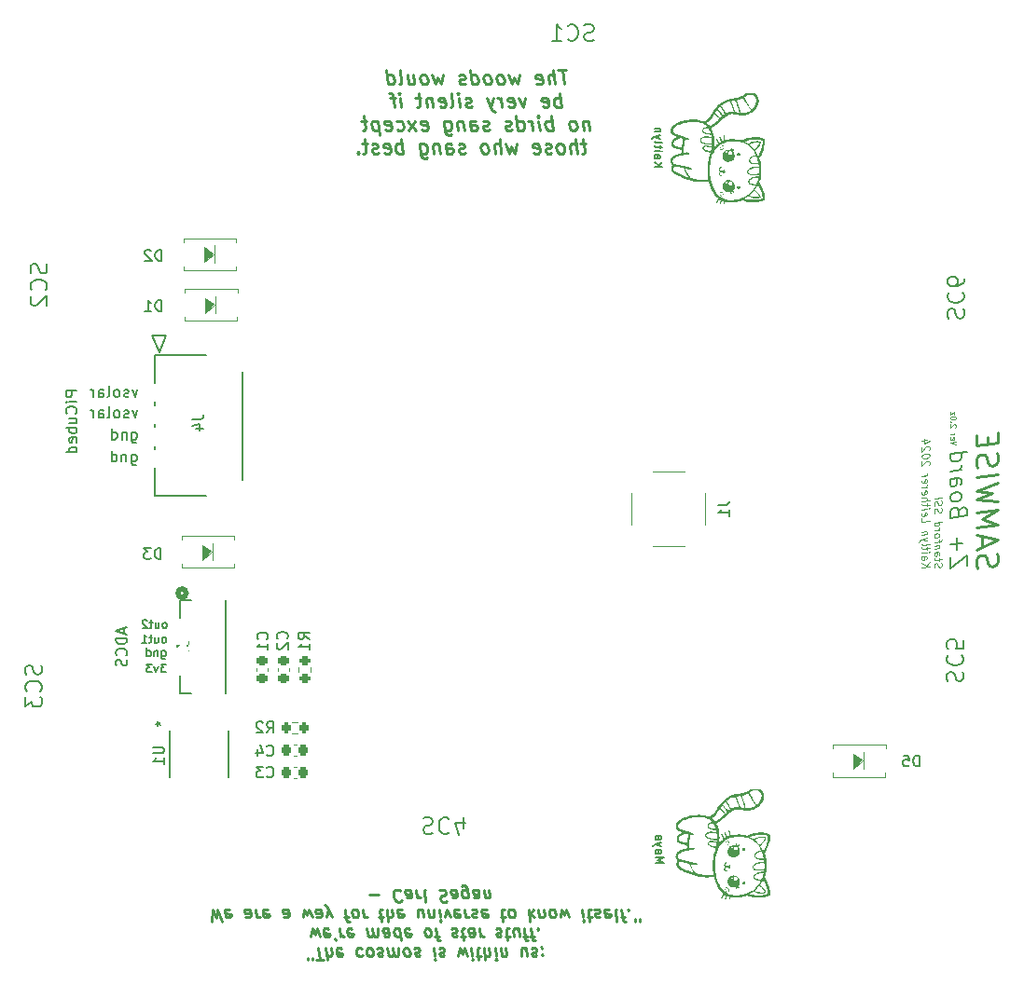
<source format=gbo>
%TF.GenerationSoftware,KiCad,Pcbnew,8.0.8*%
%TF.CreationDate,2025-03-29T22:03:17-04:00*%
%TF.ProjectId,ZPlus_Panel,5a506c75-735f-4506-916e-656c2e6b6963,v1b*%
%TF.SameCoordinates,Original*%
%TF.FileFunction,Legend,Bot*%
%TF.FilePolarity,Positive*%
%FSLAX46Y46*%
G04 Gerber Fmt 4.6, Leading zero omitted, Abs format (unit mm)*
G04 Created by KiCad (PCBNEW 8.0.8) date 2025-03-29 22:03:17*
%MOMM*%
%LPD*%
G01*
G04 APERTURE LIST*
G04 Aperture macros list*
%AMRoundRect*
0 Rectangle with rounded corners*
0 $1 Rounding radius*
0 $2 $3 $4 $5 $6 $7 $8 $9 X,Y pos of 4 corners*
0 Add a 4 corners polygon primitive as box body*
4,1,4,$2,$3,$4,$5,$6,$7,$8,$9,$2,$3,0*
0 Add four circle primitives for the rounded corners*
1,1,$1+$1,$2,$3*
1,1,$1+$1,$4,$5*
1,1,$1+$1,$6,$7*
1,1,$1+$1,$8,$9*
0 Add four rect primitives between the rounded corners*
20,1,$1+$1,$2,$3,$4,$5,0*
20,1,$1+$1,$4,$5,$6,$7,0*
20,1,$1+$1,$6,$7,$8,$9,0*
20,1,$1+$1,$8,$9,$2,$3,0*%
G04 Aperture macros list end*
%ADD10C,0.250000*%
%ADD11C,0.100000*%
%ADD12C,0.200000*%
%ADD13C,0.150000*%
%ADD14C,0.120000*%
%ADD15C,0.152400*%
%ADD16C,0.000000*%
%ADD17C,0.508000*%
%ADD18C,3.000000*%
%ADD19C,2.600000*%
%ADD20C,3.800000*%
%ADD21R,2.500000X1.700000*%
%ADD22RoundRect,0.225000X-0.250000X0.225000X-0.250000X-0.225000X0.250000X-0.225000X0.250000X0.225000X0*%
%ADD23R,0.533400X1.460500*%
%ADD24RoundRect,0.225000X0.225000X0.250000X-0.225000X0.250000X-0.225000X-0.250000X0.225000X-0.250000X0*%
%ADD25RoundRect,0.200000X0.200000X0.275000X-0.200000X0.275000X-0.200000X-0.275000X0.200000X-0.275000X0*%
%ADD26R,1.295400X0.838200*%
%ADD27R,2.260600X1.397000*%
%ADD28R,1.450000X1.100000*%
%ADD29R,2.899999X1.350000*%
%ADD30RoundRect,0.200000X-0.275000X0.200000X-0.275000X-0.200000X0.275000X-0.200000X0.275000X0.200000X0*%
%ADD31C,2.050000*%
%ADD32C,2.250000*%
G04 APERTURE END LIST*
D10*
X163101191Y-129410526D02*
X163075000Y-129201002D01*
X163520238Y-129410526D02*
X163494048Y-129201002D01*
X163834524Y-129410526D02*
X164463095Y-129410526D01*
X164011310Y-128310526D02*
X164148810Y-129410526D01*
X164692262Y-128310526D02*
X164829762Y-129410526D01*
X165163690Y-128310526D02*
X165235714Y-128886716D01*
X165235714Y-128886716D02*
X165196428Y-128991478D01*
X165196428Y-128991478D02*
X165098214Y-129043859D01*
X165098214Y-129043859D02*
X164941071Y-129043859D01*
X164941071Y-129043859D02*
X164829762Y-128991478D01*
X164829762Y-128991478D02*
X164770833Y-128939097D01*
X166113095Y-128362907D02*
X166001785Y-128310526D01*
X166001785Y-128310526D02*
X165792262Y-128310526D01*
X165792262Y-128310526D02*
X165694047Y-128362907D01*
X165694047Y-128362907D02*
X165654762Y-128467668D01*
X165654762Y-128467668D02*
X165707143Y-128886716D01*
X165707143Y-128886716D02*
X165772619Y-128991478D01*
X165772619Y-128991478D02*
X165883928Y-129043859D01*
X165883928Y-129043859D02*
X166093452Y-129043859D01*
X166093452Y-129043859D02*
X166191666Y-128991478D01*
X166191666Y-128991478D02*
X166230952Y-128886716D01*
X166230952Y-128886716D02*
X166217857Y-128781954D01*
X166217857Y-128781954D02*
X165680952Y-128677192D01*
X167946428Y-128362907D02*
X167835118Y-128310526D01*
X167835118Y-128310526D02*
X167625595Y-128310526D01*
X167625595Y-128310526D02*
X167527380Y-128362907D01*
X167527380Y-128362907D02*
X167481547Y-128415287D01*
X167481547Y-128415287D02*
X167442261Y-128520049D01*
X167442261Y-128520049D02*
X167481547Y-128834335D01*
X167481547Y-128834335D02*
X167547023Y-128939097D01*
X167547023Y-128939097D02*
X167605952Y-128991478D01*
X167605952Y-128991478D02*
X167717261Y-129043859D01*
X167717261Y-129043859D02*
X167926785Y-129043859D01*
X167926785Y-129043859D02*
X168024999Y-128991478D01*
X168568452Y-128310526D02*
X168470237Y-128362907D01*
X168470237Y-128362907D02*
X168424404Y-128415287D01*
X168424404Y-128415287D02*
X168385118Y-128520049D01*
X168385118Y-128520049D02*
X168424404Y-128834335D01*
X168424404Y-128834335D02*
X168489880Y-128939097D01*
X168489880Y-128939097D02*
X168548809Y-128991478D01*
X168548809Y-128991478D02*
X168660118Y-129043859D01*
X168660118Y-129043859D02*
X168817261Y-129043859D01*
X168817261Y-129043859D02*
X168915475Y-128991478D01*
X168915475Y-128991478D02*
X168961309Y-128939097D01*
X168961309Y-128939097D02*
X169000594Y-128834335D01*
X169000594Y-128834335D02*
X168961309Y-128520049D01*
X168961309Y-128520049D02*
X168895832Y-128415287D01*
X168895832Y-128415287D02*
X168836904Y-128362907D01*
X168836904Y-128362907D02*
X168725594Y-128310526D01*
X168725594Y-128310526D02*
X168568452Y-128310526D01*
X169360713Y-128362907D02*
X169458928Y-128310526D01*
X169458928Y-128310526D02*
X169668451Y-128310526D01*
X169668451Y-128310526D02*
X169779761Y-128362907D01*
X169779761Y-128362907D02*
X169845237Y-128467668D01*
X169845237Y-128467668D02*
X169851785Y-128520049D01*
X169851785Y-128520049D02*
X169812499Y-128624811D01*
X169812499Y-128624811D02*
X169714285Y-128677192D01*
X169714285Y-128677192D02*
X169557142Y-128677192D01*
X169557142Y-128677192D02*
X169458928Y-128729573D01*
X169458928Y-128729573D02*
X169419642Y-128834335D01*
X169419642Y-128834335D02*
X169426190Y-128886716D01*
X169426190Y-128886716D02*
X169491666Y-128991478D01*
X169491666Y-128991478D02*
X169602975Y-129043859D01*
X169602975Y-129043859D02*
X169760118Y-129043859D01*
X169760118Y-129043859D02*
X169858332Y-128991478D01*
X170297023Y-128310526D02*
X170388689Y-129043859D01*
X170375594Y-128939097D02*
X170434523Y-128991478D01*
X170434523Y-128991478D02*
X170545832Y-129043859D01*
X170545832Y-129043859D02*
X170702975Y-129043859D01*
X170702975Y-129043859D02*
X170801189Y-128991478D01*
X170801189Y-128991478D02*
X170840475Y-128886716D01*
X170840475Y-128886716D02*
X170768451Y-128310526D01*
X170840475Y-128886716D02*
X170905951Y-128991478D01*
X170905951Y-128991478D02*
X171017261Y-129043859D01*
X171017261Y-129043859D02*
X171174404Y-129043859D01*
X171174404Y-129043859D02*
X171272618Y-128991478D01*
X171272618Y-128991478D02*
X171311904Y-128886716D01*
X171311904Y-128886716D02*
X171239880Y-128310526D01*
X171920833Y-128310526D02*
X171822618Y-128362907D01*
X171822618Y-128362907D02*
X171776785Y-128415287D01*
X171776785Y-128415287D02*
X171737499Y-128520049D01*
X171737499Y-128520049D02*
X171776785Y-128834335D01*
X171776785Y-128834335D02*
X171842261Y-128939097D01*
X171842261Y-128939097D02*
X171901190Y-128991478D01*
X171901190Y-128991478D02*
X172012499Y-129043859D01*
X172012499Y-129043859D02*
X172169642Y-129043859D01*
X172169642Y-129043859D02*
X172267856Y-128991478D01*
X172267856Y-128991478D02*
X172313690Y-128939097D01*
X172313690Y-128939097D02*
X172352975Y-128834335D01*
X172352975Y-128834335D02*
X172313690Y-128520049D01*
X172313690Y-128520049D02*
X172248213Y-128415287D01*
X172248213Y-128415287D02*
X172189285Y-128362907D01*
X172189285Y-128362907D02*
X172077975Y-128310526D01*
X172077975Y-128310526D02*
X171920833Y-128310526D01*
X172713094Y-128362907D02*
X172811309Y-128310526D01*
X172811309Y-128310526D02*
X173020832Y-128310526D01*
X173020832Y-128310526D02*
X173132142Y-128362907D01*
X173132142Y-128362907D02*
X173197618Y-128467668D01*
X173197618Y-128467668D02*
X173204166Y-128520049D01*
X173204166Y-128520049D02*
X173164880Y-128624811D01*
X173164880Y-128624811D02*
X173066666Y-128677192D01*
X173066666Y-128677192D02*
X172909523Y-128677192D01*
X172909523Y-128677192D02*
X172811309Y-128729573D01*
X172811309Y-128729573D02*
X172772023Y-128834335D01*
X172772023Y-128834335D02*
X172778571Y-128886716D01*
X172778571Y-128886716D02*
X172844047Y-128991478D01*
X172844047Y-128991478D02*
X172955356Y-129043859D01*
X172955356Y-129043859D02*
X173112499Y-129043859D01*
X173112499Y-129043859D02*
X173210713Y-128991478D01*
X174487499Y-128310526D02*
X174579165Y-129043859D01*
X174624999Y-129410526D02*
X174566070Y-129358145D01*
X174566070Y-129358145D02*
X174611903Y-129305764D01*
X174611903Y-129305764D02*
X174670832Y-129358145D01*
X174670832Y-129358145D02*
X174624999Y-129410526D01*
X174624999Y-129410526D02*
X174611903Y-129305764D01*
X174965475Y-128362907D02*
X175063690Y-128310526D01*
X175063690Y-128310526D02*
X175273213Y-128310526D01*
X175273213Y-128310526D02*
X175384523Y-128362907D01*
X175384523Y-128362907D02*
X175449999Y-128467668D01*
X175449999Y-128467668D02*
X175456547Y-128520049D01*
X175456547Y-128520049D02*
X175417261Y-128624811D01*
X175417261Y-128624811D02*
X175319047Y-128677192D01*
X175319047Y-128677192D02*
X175161904Y-128677192D01*
X175161904Y-128677192D02*
X175063690Y-128729573D01*
X175063690Y-128729573D02*
X175024404Y-128834335D01*
X175024404Y-128834335D02*
X175030952Y-128886716D01*
X175030952Y-128886716D02*
X175096428Y-128991478D01*
X175096428Y-128991478D02*
X175207737Y-129043859D01*
X175207737Y-129043859D02*
X175364880Y-129043859D01*
X175364880Y-129043859D02*
X175463094Y-128991478D01*
X176726784Y-129043859D02*
X176844642Y-128310526D01*
X176844642Y-128310526D02*
X177119642Y-128834335D01*
X177119642Y-128834335D02*
X177263689Y-128310526D01*
X177263689Y-128310526D02*
X177564880Y-129043859D01*
X177892261Y-128310526D02*
X177983927Y-129043859D01*
X178029761Y-129410526D02*
X177970832Y-129358145D01*
X177970832Y-129358145D02*
X178016665Y-129305764D01*
X178016665Y-129305764D02*
X178075594Y-129358145D01*
X178075594Y-129358145D02*
X178029761Y-129410526D01*
X178029761Y-129410526D02*
X178016665Y-129305764D01*
X178350594Y-129043859D02*
X178769642Y-129043859D01*
X178553571Y-129410526D02*
X178435714Y-128467668D01*
X178435714Y-128467668D02*
X178474999Y-128362907D01*
X178474999Y-128362907D02*
X178573214Y-128310526D01*
X178573214Y-128310526D02*
X178677975Y-128310526D01*
X179044642Y-128310526D02*
X179182142Y-129410526D01*
X179516070Y-128310526D02*
X179588094Y-128886716D01*
X179588094Y-128886716D02*
X179548808Y-128991478D01*
X179548808Y-128991478D02*
X179450594Y-129043859D01*
X179450594Y-129043859D02*
X179293451Y-129043859D01*
X179293451Y-129043859D02*
X179182142Y-128991478D01*
X179182142Y-128991478D02*
X179123213Y-128939097D01*
X180039880Y-128310526D02*
X180131546Y-129043859D01*
X180177380Y-129410526D02*
X180118451Y-129358145D01*
X180118451Y-129358145D02*
X180164284Y-129305764D01*
X180164284Y-129305764D02*
X180223213Y-129358145D01*
X180223213Y-129358145D02*
X180177380Y-129410526D01*
X180177380Y-129410526D02*
X180164284Y-129305764D01*
X180655356Y-129043859D02*
X180563690Y-128310526D01*
X180642261Y-128939097D02*
X180701190Y-128991478D01*
X180701190Y-128991478D02*
X180812499Y-129043859D01*
X180812499Y-129043859D02*
X180969642Y-129043859D01*
X180969642Y-129043859D02*
X181067856Y-128991478D01*
X181067856Y-128991478D02*
X181107142Y-128886716D01*
X181107142Y-128886716D02*
X181035118Y-128310526D01*
X182960118Y-129043859D02*
X182868451Y-128310526D01*
X182488689Y-129043859D02*
X182416666Y-128467668D01*
X182416666Y-128467668D02*
X182455951Y-128362907D01*
X182455951Y-128362907D02*
X182554166Y-128310526D01*
X182554166Y-128310526D02*
X182711308Y-128310526D01*
X182711308Y-128310526D02*
X182822618Y-128362907D01*
X182822618Y-128362907D02*
X182881546Y-128415287D01*
X183346427Y-128362907D02*
X183444642Y-128310526D01*
X183444642Y-128310526D02*
X183654165Y-128310526D01*
X183654165Y-128310526D02*
X183765475Y-128362907D01*
X183765475Y-128362907D02*
X183830951Y-128467668D01*
X183830951Y-128467668D02*
X183837499Y-128520049D01*
X183837499Y-128520049D02*
X183798213Y-128624811D01*
X183798213Y-128624811D02*
X183699999Y-128677192D01*
X183699999Y-128677192D02*
X183542856Y-128677192D01*
X183542856Y-128677192D02*
X183444642Y-128729573D01*
X183444642Y-128729573D02*
X183405356Y-128834335D01*
X183405356Y-128834335D02*
X183411904Y-128886716D01*
X183411904Y-128886716D02*
X183477380Y-128991478D01*
X183477380Y-128991478D02*
X183588689Y-129043859D01*
X183588689Y-129043859D02*
X183745832Y-129043859D01*
X183745832Y-129043859D02*
X183844046Y-128991478D01*
X184341665Y-128362907D02*
X184335118Y-128310526D01*
X184335118Y-128310526D02*
X184269641Y-128205764D01*
X184269641Y-128205764D02*
X184210713Y-128153383D01*
X184367856Y-128991478D02*
X184413689Y-128939097D01*
X184413689Y-128939097D02*
X184354760Y-128886716D01*
X184354760Y-128886716D02*
X184308927Y-128939097D01*
X184308927Y-128939097D02*
X184367856Y-128991478D01*
X184367856Y-128991478D02*
X184354760Y-128886716D01*
X163343454Y-127272921D02*
X163461312Y-126539588D01*
X163461312Y-126539588D02*
X163736312Y-127063397D01*
X163736312Y-127063397D02*
X163880359Y-126539588D01*
X163880359Y-126539588D02*
X164181550Y-127272921D01*
X164934526Y-126591969D02*
X164823216Y-126539588D01*
X164823216Y-126539588D02*
X164613693Y-126539588D01*
X164613693Y-126539588D02*
X164515478Y-126591969D01*
X164515478Y-126591969D02*
X164476193Y-126696730D01*
X164476193Y-126696730D02*
X164528574Y-127115778D01*
X164528574Y-127115778D02*
X164594050Y-127220540D01*
X164594050Y-127220540D02*
X164705359Y-127272921D01*
X164705359Y-127272921D02*
X164914883Y-127272921D01*
X164914883Y-127272921D02*
X165013097Y-127220540D01*
X165013097Y-127220540D02*
X165052383Y-127115778D01*
X165052383Y-127115778D02*
X165039288Y-127011016D01*
X165039288Y-127011016D02*
X164502383Y-126906254D01*
X165641669Y-127639588D02*
X165510716Y-127430064D01*
X165975598Y-126539588D02*
X166067264Y-127272921D01*
X166041074Y-127063397D02*
X166106550Y-127168159D01*
X166106550Y-127168159D02*
X166165479Y-127220540D01*
X166165479Y-127220540D02*
X166276788Y-127272921D01*
X166276788Y-127272921D02*
X166381550Y-127272921D01*
X167082145Y-126591969D02*
X166970835Y-126539588D01*
X166970835Y-126539588D02*
X166761312Y-126539588D01*
X166761312Y-126539588D02*
X166663097Y-126591969D01*
X166663097Y-126591969D02*
X166623812Y-126696730D01*
X166623812Y-126696730D02*
X166676193Y-127115778D01*
X166676193Y-127115778D02*
X166741669Y-127220540D01*
X166741669Y-127220540D02*
X166852978Y-127272921D01*
X166852978Y-127272921D02*
X167062502Y-127272921D01*
X167062502Y-127272921D02*
X167160716Y-127220540D01*
X167160716Y-127220540D02*
X167200002Y-127115778D01*
X167200002Y-127115778D02*
X167186907Y-127011016D01*
X167186907Y-127011016D02*
X166650002Y-126906254D01*
X168437502Y-126539588D02*
X168529168Y-127272921D01*
X168516073Y-127168159D02*
X168575002Y-127220540D01*
X168575002Y-127220540D02*
X168686311Y-127272921D01*
X168686311Y-127272921D02*
X168843454Y-127272921D01*
X168843454Y-127272921D02*
X168941668Y-127220540D01*
X168941668Y-127220540D02*
X168980954Y-127115778D01*
X168980954Y-127115778D02*
X168908930Y-126539588D01*
X168980954Y-127115778D02*
X169046430Y-127220540D01*
X169046430Y-127220540D02*
X169157740Y-127272921D01*
X169157740Y-127272921D02*
X169314883Y-127272921D01*
X169314883Y-127272921D02*
X169413097Y-127220540D01*
X169413097Y-127220540D02*
X169452383Y-127115778D01*
X169452383Y-127115778D02*
X169380359Y-126539588D01*
X170375597Y-126539588D02*
X170447621Y-127115778D01*
X170447621Y-127115778D02*
X170408335Y-127220540D01*
X170408335Y-127220540D02*
X170310121Y-127272921D01*
X170310121Y-127272921D02*
X170100597Y-127272921D01*
X170100597Y-127272921D02*
X169989288Y-127220540D01*
X170382145Y-126591969D02*
X170270835Y-126539588D01*
X170270835Y-126539588D02*
X170008931Y-126539588D01*
X170008931Y-126539588D02*
X169910716Y-126591969D01*
X169910716Y-126591969D02*
X169871431Y-126696730D01*
X169871431Y-126696730D02*
X169884526Y-126801492D01*
X169884526Y-126801492D02*
X169950002Y-126906254D01*
X169950002Y-126906254D02*
X170061312Y-126958635D01*
X170061312Y-126958635D02*
X170323216Y-126958635D01*
X170323216Y-126958635D02*
X170434526Y-127011016D01*
X171370835Y-126539588D02*
X171508335Y-127639588D01*
X171377383Y-126591969D02*
X171266073Y-126539588D01*
X171266073Y-126539588D02*
X171056550Y-126539588D01*
X171056550Y-126539588D02*
X170958335Y-126591969D01*
X170958335Y-126591969D02*
X170912502Y-126644349D01*
X170912502Y-126644349D02*
X170873216Y-126749111D01*
X170873216Y-126749111D02*
X170912502Y-127063397D01*
X170912502Y-127063397D02*
X170977978Y-127168159D01*
X170977978Y-127168159D02*
X171036907Y-127220540D01*
X171036907Y-127220540D02*
X171148216Y-127272921D01*
X171148216Y-127272921D02*
X171357740Y-127272921D01*
X171357740Y-127272921D02*
X171455954Y-127220540D01*
X172320240Y-126591969D02*
X172208930Y-126539588D01*
X172208930Y-126539588D02*
X171999407Y-126539588D01*
X171999407Y-126539588D02*
X171901192Y-126591969D01*
X171901192Y-126591969D02*
X171861907Y-126696730D01*
X171861907Y-126696730D02*
X171914288Y-127115778D01*
X171914288Y-127115778D02*
X171979764Y-127220540D01*
X171979764Y-127220540D02*
X172091073Y-127272921D01*
X172091073Y-127272921D02*
X172300597Y-127272921D01*
X172300597Y-127272921D02*
X172398811Y-127220540D01*
X172398811Y-127220540D02*
X172438097Y-127115778D01*
X172438097Y-127115778D02*
X172425002Y-127011016D01*
X172425002Y-127011016D02*
X171888097Y-126906254D01*
X173832740Y-126539588D02*
X173734525Y-126591969D01*
X173734525Y-126591969D02*
X173688692Y-126644349D01*
X173688692Y-126644349D02*
X173649406Y-126749111D01*
X173649406Y-126749111D02*
X173688692Y-127063397D01*
X173688692Y-127063397D02*
X173754168Y-127168159D01*
X173754168Y-127168159D02*
X173813097Y-127220540D01*
X173813097Y-127220540D02*
X173924406Y-127272921D01*
X173924406Y-127272921D02*
X174081549Y-127272921D01*
X174081549Y-127272921D02*
X174179763Y-127220540D01*
X174179763Y-127220540D02*
X174225597Y-127168159D01*
X174225597Y-127168159D02*
X174264882Y-127063397D01*
X174264882Y-127063397D02*
X174225597Y-126749111D01*
X174225597Y-126749111D02*
X174160120Y-126644349D01*
X174160120Y-126644349D02*
X174101192Y-126591969D01*
X174101192Y-126591969D02*
X173989882Y-126539588D01*
X173989882Y-126539588D02*
X173832740Y-126539588D01*
X174605358Y-127272921D02*
X175024406Y-127272921D01*
X174670835Y-126539588D02*
X174788692Y-127482445D01*
X174788692Y-127482445D02*
X174854168Y-127587207D01*
X174854168Y-127587207D02*
X174965478Y-127639588D01*
X174965478Y-127639588D02*
X175070239Y-127639588D01*
X176091667Y-126591969D02*
X176189882Y-126539588D01*
X176189882Y-126539588D02*
X176399405Y-126539588D01*
X176399405Y-126539588D02*
X176510715Y-126591969D01*
X176510715Y-126591969D02*
X176576191Y-126696730D01*
X176576191Y-126696730D02*
X176582739Y-126749111D01*
X176582739Y-126749111D02*
X176543453Y-126853873D01*
X176543453Y-126853873D02*
X176445239Y-126906254D01*
X176445239Y-126906254D02*
X176288096Y-126906254D01*
X176288096Y-126906254D02*
X176189882Y-126958635D01*
X176189882Y-126958635D02*
X176150596Y-127063397D01*
X176150596Y-127063397D02*
X176157144Y-127115778D01*
X176157144Y-127115778D02*
X176222620Y-127220540D01*
X176222620Y-127220540D02*
X176333929Y-127272921D01*
X176333929Y-127272921D02*
X176491072Y-127272921D01*
X176491072Y-127272921D02*
X176589286Y-127220540D01*
X176962500Y-127272921D02*
X177381548Y-127272921D01*
X177165477Y-127639588D02*
X177047620Y-126696730D01*
X177047620Y-126696730D02*
X177086905Y-126591969D01*
X177086905Y-126591969D02*
X177185120Y-126539588D01*
X177185120Y-126539588D02*
X177289881Y-126539588D01*
X178127976Y-126539588D02*
X178200000Y-127115778D01*
X178200000Y-127115778D02*
X178160714Y-127220540D01*
X178160714Y-127220540D02*
X178062500Y-127272921D01*
X178062500Y-127272921D02*
X177852976Y-127272921D01*
X177852976Y-127272921D02*
X177741667Y-127220540D01*
X178134524Y-126591969D02*
X178023214Y-126539588D01*
X178023214Y-126539588D02*
X177761310Y-126539588D01*
X177761310Y-126539588D02*
X177663095Y-126591969D01*
X177663095Y-126591969D02*
X177623810Y-126696730D01*
X177623810Y-126696730D02*
X177636905Y-126801492D01*
X177636905Y-126801492D02*
X177702381Y-126906254D01*
X177702381Y-126906254D02*
X177813691Y-126958635D01*
X177813691Y-126958635D02*
X178075595Y-126958635D01*
X178075595Y-126958635D02*
X178186905Y-127011016D01*
X178651786Y-126539588D02*
X178743452Y-127272921D01*
X178717262Y-127063397D02*
X178782738Y-127168159D01*
X178782738Y-127168159D02*
X178841667Y-127220540D01*
X178841667Y-127220540D02*
X178952976Y-127272921D01*
X178952976Y-127272921D02*
X179057738Y-127272921D01*
X180124999Y-126591969D02*
X180223214Y-126539588D01*
X180223214Y-126539588D02*
X180432737Y-126539588D01*
X180432737Y-126539588D02*
X180544047Y-126591969D01*
X180544047Y-126591969D02*
X180609523Y-126696730D01*
X180609523Y-126696730D02*
X180616071Y-126749111D01*
X180616071Y-126749111D02*
X180576785Y-126853873D01*
X180576785Y-126853873D02*
X180478571Y-126906254D01*
X180478571Y-126906254D02*
X180321428Y-126906254D01*
X180321428Y-126906254D02*
X180223214Y-126958635D01*
X180223214Y-126958635D02*
X180183928Y-127063397D01*
X180183928Y-127063397D02*
X180190476Y-127115778D01*
X180190476Y-127115778D02*
X180255952Y-127220540D01*
X180255952Y-127220540D02*
X180367261Y-127272921D01*
X180367261Y-127272921D02*
X180524404Y-127272921D01*
X180524404Y-127272921D02*
X180622618Y-127220540D01*
X180995832Y-127272921D02*
X181414880Y-127272921D01*
X181198809Y-127639588D02*
X181080952Y-126696730D01*
X181080952Y-126696730D02*
X181120237Y-126591969D01*
X181120237Y-126591969D02*
X181218452Y-126539588D01*
X181218452Y-126539588D02*
X181323213Y-126539588D01*
X182252975Y-127272921D02*
X182161308Y-126539588D01*
X181781546Y-127272921D02*
X181709523Y-126696730D01*
X181709523Y-126696730D02*
X181748808Y-126591969D01*
X181748808Y-126591969D02*
X181847023Y-126539588D01*
X181847023Y-126539588D02*
X182004165Y-126539588D01*
X182004165Y-126539588D02*
X182115475Y-126591969D01*
X182115475Y-126591969D02*
X182174403Y-126644349D01*
X182619641Y-127272921D02*
X183038689Y-127272921D01*
X182685118Y-126539588D02*
X182802975Y-127482445D01*
X182802975Y-127482445D02*
X182868451Y-127587207D01*
X182868451Y-127587207D02*
X182979761Y-127639588D01*
X182979761Y-127639588D02*
X183084522Y-127639588D01*
X183248212Y-127272921D02*
X183667260Y-127272921D01*
X183313689Y-126539588D02*
X183431546Y-127482445D01*
X183431546Y-127482445D02*
X183497022Y-127587207D01*
X183497022Y-127587207D02*
X183608332Y-127639588D01*
X183608332Y-127639588D02*
X183713093Y-127639588D01*
X183955355Y-126644349D02*
X184001188Y-126591969D01*
X184001188Y-126591969D02*
X183942260Y-126539588D01*
X183942260Y-126539588D02*
X183896426Y-126591969D01*
X183896426Y-126591969D02*
X183955355Y-126644349D01*
X183955355Y-126644349D02*
X183942260Y-126539588D01*
X154327385Y-125868650D02*
X154451790Y-124768650D01*
X154451790Y-124768650D02*
X154759528Y-125554364D01*
X154759528Y-125554364D02*
X154870837Y-124768650D01*
X154870837Y-124768650D02*
X155270242Y-125868650D01*
X155977385Y-124821031D02*
X155866075Y-124768650D01*
X155866075Y-124768650D02*
X155656552Y-124768650D01*
X155656552Y-124768650D02*
X155558337Y-124821031D01*
X155558337Y-124821031D02*
X155519052Y-124925792D01*
X155519052Y-124925792D02*
X155571433Y-125344840D01*
X155571433Y-125344840D02*
X155636909Y-125449602D01*
X155636909Y-125449602D02*
X155748218Y-125501983D01*
X155748218Y-125501983D02*
X155957742Y-125501983D01*
X155957742Y-125501983D02*
X156055956Y-125449602D01*
X156055956Y-125449602D02*
X156095242Y-125344840D01*
X156095242Y-125344840D02*
X156082147Y-125240078D01*
X156082147Y-125240078D02*
X155545242Y-125135316D01*
X157804170Y-124768650D02*
X157876194Y-125344840D01*
X157876194Y-125344840D02*
X157836908Y-125449602D01*
X157836908Y-125449602D02*
X157738694Y-125501983D01*
X157738694Y-125501983D02*
X157529170Y-125501983D01*
X157529170Y-125501983D02*
X157417861Y-125449602D01*
X157810718Y-124821031D02*
X157699408Y-124768650D01*
X157699408Y-124768650D02*
X157437504Y-124768650D01*
X157437504Y-124768650D02*
X157339289Y-124821031D01*
X157339289Y-124821031D02*
X157300004Y-124925792D01*
X157300004Y-124925792D02*
X157313099Y-125030554D01*
X157313099Y-125030554D02*
X157378575Y-125135316D01*
X157378575Y-125135316D02*
X157489885Y-125187697D01*
X157489885Y-125187697D02*
X157751789Y-125187697D01*
X157751789Y-125187697D02*
X157863099Y-125240078D01*
X158327980Y-124768650D02*
X158419646Y-125501983D01*
X158393456Y-125292459D02*
X158458932Y-125397221D01*
X158458932Y-125397221D02*
X158517861Y-125449602D01*
X158517861Y-125449602D02*
X158629170Y-125501983D01*
X158629170Y-125501983D02*
X158733932Y-125501983D01*
X159434527Y-124821031D02*
X159323217Y-124768650D01*
X159323217Y-124768650D02*
X159113694Y-124768650D01*
X159113694Y-124768650D02*
X159015479Y-124821031D01*
X159015479Y-124821031D02*
X158976194Y-124925792D01*
X158976194Y-124925792D02*
X159028575Y-125344840D01*
X159028575Y-125344840D02*
X159094051Y-125449602D01*
X159094051Y-125449602D02*
X159205360Y-125501983D01*
X159205360Y-125501983D02*
X159414884Y-125501983D01*
X159414884Y-125501983D02*
X159513098Y-125449602D01*
X159513098Y-125449602D02*
X159552384Y-125344840D01*
X159552384Y-125344840D02*
X159539289Y-125240078D01*
X159539289Y-125240078D02*
X159002384Y-125135316D01*
X161261312Y-124768650D02*
X161333336Y-125344840D01*
X161333336Y-125344840D02*
X161294050Y-125449602D01*
X161294050Y-125449602D02*
X161195836Y-125501983D01*
X161195836Y-125501983D02*
X160986312Y-125501983D01*
X160986312Y-125501983D02*
X160875003Y-125449602D01*
X161267860Y-124821031D02*
X161156550Y-124768650D01*
X161156550Y-124768650D02*
X160894646Y-124768650D01*
X160894646Y-124768650D02*
X160796431Y-124821031D01*
X160796431Y-124821031D02*
X160757146Y-124925792D01*
X160757146Y-124925792D02*
X160770241Y-125030554D01*
X160770241Y-125030554D02*
X160835717Y-125135316D01*
X160835717Y-125135316D02*
X160947027Y-125187697D01*
X160947027Y-125187697D02*
X161208931Y-125187697D01*
X161208931Y-125187697D02*
X161320241Y-125240078D01*
X162610121Y-125501983D02*
X162727979Y-124768650D01*
X162727979Y-124768650D02*
X163002979Y-125292459D01*
X163002979Y-125292459D02*
X163147026Y-124768650D01*
X163147026Y-124768650D02*
X163448217Y-125501983D01*
X164247026Y-124768650D02*
X164319050Y-125344840D01*
X164319050Y-125344840D02*
X164279764Y-125449602D01*
X164279764Y-125449602D02*
X164181550Y-125501983D01*
X164181550Y-125501983D02*
X163972026Y-125501983D01*
X163972026Y-125501983D02*
X163860717Y-125449602D01*
X164253574Y-124821031D02*
X164142264Y-124768650D01*
X164142264Y-124768650D02*
X163880360Y-124768650D01*
X163880360Y-124768650D02*
X163782145Y-124821031D01*
X163782145Y-124821031D02*
X163742860Y-124925792D01*
X163742860Y-124925792D02*
X163755955Y-125030554D01*
X163755955Y-125030554D02*
X163821431Y-125135316D01*
X163821431Y-125135316D02*
X163932741Y-125187697D01*
X163932741Y-125187697D02*
X164194645Y-125187697D01*
X164194645Y-125187697D02*
X164305955Y-125240078D01*
X164757740Y-125501983D02*
X164927979Y-124768650D01*
X165281550Y-125501983D02*
X164927979Y-124768650D01*
X164927979Y-124768650D02*
X164790479Y-124506745D01*
X164790479Y-124506745D02*
X164731550Y-124454364D01*
X164731550Y-124454364D02*
X164620240Y-124401983D01*
X166381549Y-125501983D02*
X166800597Y-125501983D01*
X166447026Y-124768650D02*
X166564883Y-125711507D01*
X166564883Y-125711507D02*
X166630359Y-125816269D01*
X166630359Y-125816269D02*
X166741669Y-125868650D01*
X166741669Y-125868650D02*
X166846430Y-125868650D01*
X167232740Y-124768650D02*
X167134525Y-124821031D01*
X167134525Y-124821031D02*
X167088692Y-124873411D01*
X167088692Y-124873411D02*
X167049406Y-124978173D01*
X167049406Y-124978173D02*
X167088692Y-125292459D01*
X167088692Y-125292459D02*
X167154168Y-125397221D01*
X167154168Y-125397221D02*
X167213097Y-125449602D01*
X167213097Y-125449602D02*
X167324406Y-125501983D01*
X167324406Y-125501983D02*
X167481549Y-125501983D01*
X167481549Y-125501983D02*
X167579763Y-125449602D01*
X167579763Y-125449602D02*
X167625597Y-125397221D01*
X167625597Y-125397221D02*
X167664882Y-125292459D01*
X167664882Y-125292459D02*
X167625597Y-124978173D01*
X167625597Y-124978173D02*
X167560120Y-124873411D01*
X167560120Y-124873411D02*
X167501192Y-124821031D01*
X167501192Y-124821031D02*
X167389882Y-124768650D01*
X167389882Y-124768650D02*
X167232740Y-124768650D01*
X168070835Y-124768650D02*
X168162501Y-125501983D01*
X168136311Y-125292459D02*
X168201787Y-125397221D01*
X168201787Y-125397221D02*
X168260716Y-125449602D01*
X168260716Y-125449602D02*
X168372025Y-125501983D01*
X168372025Y-125501983D02*
X168476787Y-125501983D01*
X169524405Y-125501983D02*
X169943453Y-125501983D01*
X169727382Y-125868650D02*
X169609525Y-124925792D01*
X169609525Y-124925792D02*
X169648810Y-124821031D01*
X169648810Y-124821031D02*
X169747025Y-124768650D01*
X169747025Y-124768650D02*
X169851786Y-124768650D01*
X170218453Y-124768650D02*
X170355953Y-125868650D01*
X170689881Y-124768650D02*
X170761905Y-125344840D01*
X170761905Y-125344840D02*
X170722619Y-125449602D01*
X170722619Y-125449602D02*
X170624405Y-125501983D01*
X170624405Y-125501983D02*
X170467262Y-125501983D01*
X170467262Y-125501983D02*
X170355953Y-125449602D01*
X170355953Y-125449602D02*
X170297024Y-125397221D01*
X171639286Y-124821031D02*
X171527976Y-124768650D01*
X171527976Y-124768650D02*
X171318453Y-124768650D01*
X171318453Y-124768650D02*
X171220238Y-124821031D01*
X171220238Y-124821031D02*
X171180953Y-124925792D01*
X171180953Y-124925792D02*
X171233334Y-125344840D01*
X171233334Y-125344840D02*
X171298810Y-125449602D01*
X171298810Y-125449602D02*
X171410119Y-125501983D01*
X171410119Y-125501983D02*
X171619643Y-125501983D01*
X171619643Y-125501983D02*
X171717857Y-125449602D01*
X171717857Y-125449602D02*
X171757143Y-125344840D01*
X171757143Y-125344840D02*
X171744048Y-125240078D01*
X171744048Y-125240078D02*
X171207143Y-125135316D01*
X173557738Y-125501983D02*
X173466071Y-124768650D01*
X173086309Y-125501983D02*
X173014286Y-124925792D01*
X173014286Y-124925792D02*
X173053571Y-124821031D01*
X173053571Y-124821031D02*
X173151786Y-124768650D01*
X173151786Y-124768650D02*
X173308928Y-124768650D01*
X173308928Y-124768650D02*
X173420238Y-124821031D01*
X173420238Y-124821031D02*
X173479166Y-124873411D01*
X174081547Y-125501983D02*
X173989881Y-124768650D01*
X174068452Y-125397221D02*
X174127381Y-125449602D01*
X174127381Y-125449602D02*
X174238690Y-125501983D01*
X174238690Y-125501983D02*
X174395833Y-125501983D01*
X174395833Y-125501983D02*
X174494047Y-125449602D01*
X174494047Y-125449602D02*
X174533333Y-125344840D01*
X174533333Y-125344840D02*
X174461309Y-124768650D01*
X174985119Y-124768650D02*
X175076785Y-125501983D01*
X175122619Y-125868650D02*
X175063690Y-125816269D01*
X175063690Y-125816269D02*
X175109523Y-125763888D01*
X175109523Y-125763888D02*
X175168452Y-125816269D01*
X175168452Y-125816269D02*
X175122619Y-125868650D01*
X175122619Y-125868650D02*
X175109523Y-125763888D01*
X175495833Y-125501983D02*
X175666072Y-124768650D01*
X175666072Y-124768650D02*
X176019643Y-125501983D01*
X176772619Y-124821031D02*
X176661309Y-124768650D01*
X176661309Y-124768650D02*
X176451786Y-124768650D01*
X176451786Y-124768650D02*
X176353571Y-124821031D01*
X176353571Y-124821031D02*
X176314286Y-124925792D01*
X176314286Y-124925792D02*
X176366667Y-125344840D01*
X176366667Y-125344840D02*
X176432143Y-125449602D01*
X176432143Y-125449602D02*
X176543452Y-125501983D01*
X176543452Y-125501983D02*
X176752976Y-125501983D01*
X176752976Y-125501983D02*
X176851190Y-125449602D01*
X176851190Y-125449602D02*
X176890476Y-125344840D01*
X176890476Y-125344840D02*
X176877381Y-125240078D01*
X176877381Y-125240078D02*
X176340476Y-125135316D01*
X177289881Y-124768650D02*
X177381547Y-125501983D01*
X177355357Y-125292459D02*
X177420833Y-125397221D01*
X177420833Y-125397221D02*
X177479762Y-125449602D01*
X177479762Y-125449602D02*
X177591071Y-125501983D01*
X177591071Y-125501983D02*
X177695833Y-125501983D01*
X177924999Y-124821031D02*
X178023214Y-124768650D01*
X178023214Y-124768650D02*
X178232737Y-124768650D01*
X178232737Y-124768650D02*
X178344047Y-124821031D01*
X178344047Y-124821031D02*
X178409523Y-124925792D01*
X178409523Y-124925792D02*
X178416071Y-124978173D01*
X178416071Y-124978173D02*
X178376785Y-125082935D01*
X178376785Y-125082935D02*
X178278571Y-125135316D01*
X178278571Y-125135316D02*
X178121428Y-125135316D01*
X178121428Y-125135316D02*
X178023214Y-125187697D01*
X178023214Y-125187697D02*
X177983928Y-125292459D01*
X177983928Y-125292459D02*
X177990476Y-125344840D01*
X177990476Y-125344840D02*
X178055952Y-125449602D01*
X178055952Y-125449602D02*
X178167261Y-125501983D01*
X178167261Y-125501983D02*
X178324404Y-125501983D01*
X178324404Y-125501983D02*
X178422618Y-125449602D01*
X179286904Y-124821031D02*
X179175594Y-124768650D01*
X179175594Y-124768650D02*
X178966071Y-124768650D01*
X178966071Y-124768650D02*
X178867856Y-124821031D01*
X178867856Y-124821031D02*
X178828571Y-124925792D01*
X178828571Y-124925792D02*
X178880952Y-125344840D01*
X178880952Y-125344840D02*
X178946428Y-125449602D01*
X178946428Y-125449602D02*
X179057737Y-125501983D01*
X179057737Y-125501983D02*
X179267261Y-125501983D01*
X179267261Y-125501983D02*
X179365475Y-125449602D01*
X179365475Y-125449602D02*
X179404761Y-125344840D01*
X179404761Y-125344840D02*
X179391666Y-125240078D01*
X179391666Y-125240078D02*
X178854761Y-125135316D01*
X180576784Y-125501983D02*
X180995832Y-125501983D01*
X180779761Y-125868650D02*
X180661904Y-124925792D01*
X180661904Y-124925792D02*
X180701189Y-124821031D01*
X180701189Y-124821031D02*
X180799404Y-124768650D01*
X180799404Y-124768650D02*
X180904165Y-124768650D01*
X181427975Y-124768650D02*
X181329760Y-124821031D01*
X181329760Y-124821031D02*
X181283927Y-124873411D01*
X181283927Y-124873411D02*
X181244641Y-124978173D01*
X181244641Y-124978173D02*
X181283927Y-125292459D01*
X181283927Y-125292459D02*
X181349403Y-125397221D01*
X181349403Y-125397221D02*
X181408332Y-125449602D01*
X181408332Y-125449602D02*
X181519641Y-125501983D01*
X181519641Y-125501983D02*
X181676784Y-125501983D01*
X181676784Y-125501983D02*
X181774998Y-125449602D01*
X181774998Y-125449602D02*
X181820832Y-125397221D01*
X181820832Y-125397221D02*
X181860117Y-125292459D01*
X181860117Y-125292459D02*
X181820832Y-124978173D01*
X181820832Y-124978173D02*
X181755355Y-124873411D01*
X181755355Y-124873411D02*
X181696427Y-124821031D01*
X181696427Y-124821031D02*
X181585117Y-124768650D01*
X181585117Y-124768650D02*
X181427975Y-124768650D01*
X183104165Y-124768650D02*
X183241665Y-125868650D01*
X183261308Y-125187697D02*
X183523212Y-124768650D01*
X183614879Y-125501983D02*
X183143450Y-125082935D01*
X184086307Y-125501983D02*
X183994641Y-124768650D01*
X184073212Y-125397221D02*
X184132141Y-125449602D01*
X184132141Y-125449602D02*
X184243450Y-125501983D01*
X184243450Y-125501983D02*
X184400593Y-125501983D01*
X184400593Y-125501983D02*
X184498807Y-125449602D01*
X184498807Y-125449602D02*
X184538093Y-125344840D01*
X184538093Y-125344840D02*
X184466069Y-124768650D01*
X185147022Y-124768650D02*
X185048807Y-124821031D01*
X185048807Y-124821031D02*
X185002974Y-124873411D01*
X185002974Y-124873411D02*
X184963688Y-124978173D01*
X184963688Y-124978173D02*
X185002974Y-125292459D01*
X185002974Y-125292459D02*
X185068450Y-125397221D01*
X185068450Y-125397221D02*
X185127379Y-125449602D01*
X185127379Y-125449602D02*
X185238688Y-125501983D01*
X185238688Y-125501983D02*
X185395831Y-125501983D01*
X185395831Y-125501983D02*
X185494045Y-125449602D01*
X185494045Y-125449602D02*
X185539879Y-125397221D01*
X185539879Y-125397221D02*
X185579164Y-125292459D01*
X185579164Y-125292459D02*
X185539879Y-124978173D01*
X185539879Y-124978173D02*
X185474402Y-124873411D01*
X185474402Y-124873411D02*
X185415474Y-124821031D01*
X185415474Y-124821031D02*
X185304164Y-124768650D01*
X185304164Y-124768650D02*
X185147022Y-124768650D01*
X185972021Y-125501983D02*
X186089879Y-124768650D01*
X186089879Y-124768650D02*
X186364879Y-125292459D01*
X186364879Y-125292459D02*
X186508926Y-124768650D01*
X186508926Y-124768650D02*
X186810117Y-125501983D01*
X187975593Y-124768650D02*
X188067259Y-125501983D01*
X188113093Y-125868650D02*
X188054164Y-125816269D01*
X188054164Y-125816269D02*
X188099997Y-125763888D01*
X188099997Y-125763888D02*
X188158926Y-125816269D01*
X188158926Y-125816269D02*
X188113093Y-125868650D01*
X188113093Y-125868650D02*
X188099997Y-125763888D01*
X188433926Y-125501983D02*
X188852974Y-125501983D01*
X188636903Y-125868650D02*
X188519046Y-124925792D01*
X188519046Y-124925792D02*
X188558331Y-124821031D01*
X188558331Y-124821031D02*
X188656546Y-124768650D01*
X188656546Y-124768650D02*
X188761307Y-124768650D01*
X189082140Y-124821031D02*
X189180355Y-124768650D01*
X189180355Y-124768650D02*
X189389878Y-124768650D01*
X189389878Y-124768650D02*
X189501188Y-124821031D01*
X189501188Y-124821031D02*
X189566664Y-124925792D01*
X189566664Y-124925792D02*
X189573212Y-124978173D01*
X189573212Y-124978173D02*
X189533926Y-125082935D01*
X189533926Y-125082935D02*
X189435712Y-125135316D01*
X189435712Y-125135316D02*
X189278569Y-125135316D01*
X189278569Y-125135316D02*
X189180355Y-125187697D01*
X189180355Y-125187697D02*
X189141069Y-125292459D01*
X189141069Y-125292459D02*
X189147617Y-125344840D01*
X189147617Y-125344840D02*
X189213093Y-125449602D01*
X189213093Y-125449602D02*
X189324402Y-125501983D01*
X189324402Y-125501983D02*
X189481545Y-125501983D01*
X189481545Y-125501983D02*
X189579759Y-125449602D01*
X190444045Y-124821031D02*
X190332735Y-124768650D01*
X190332735Y-124768650D02*
X190123212Y-124768650D01*
X190123212Y-124768650D02*
X190024997Y-124821031D01*
X190024997Y-124821031D02*
X189985712Y-124925792D01*
X189985712Y-124925792D02*
X190038093Y-125344840D01*
X190038093Y-125344840D02*
X190103569Y-125449602D01*
X190103569Y-125449602D02*
X190214878Y-125501983D01*
X190214878Y-125501983D02*
X190424402Y-125501983D01*
X190424402Y-125501983D02*
X190522616Y-125449602D01*
X190522616Y-125449602D02*
X190561902Y-125344840D01*
X190561902Y-125344840D02*
X190548807Y-125240078D01*
X190548807Y-125240078D02*
X190011902Y-125135316D01*
X191118450Y-124768650D02*
X191020235Y-124821031D01*
X191020235Y-124821031D02*
X190980950Y-124925792D01*
X190980950Y-124925792D02*
X191098807Y-125868650D01*
X191472020Y-125501983D02*
X191891068Y-125501983D01*
X191537497Y-124768650D02*
X191655354Y-125711507D01*
X191655354Y-125711507D02*
X191720830Y-125816269D01*
X191720830Y-125816269D02*
X191832140Y-125868650D01*
X191832140Y-125868650D02*
X191936901Y-125868650D01*
X192179163Y-124873411D02*
X192224996Y-124821031D01*
X192224996Y-124821031D02*
X192166068Y-124768650D01*
X192166068Y-124768650D02*
X192120234Y-124821031D01*
X192120234Y-124821031D02*
X192179163Y-124873411D01*
X192179163Y-124873411D02*
X192166068Y-124768650D01*
X192774997Y-125868650D02*
X192748806Y-125659126D01*
X193194044Y-125868650D02*
X193167854Y-125659126D01*
X168673215Y-123416759D02*
X169511310Y-123416759D01*
X171462500Y-123102473D02*
X171403572Y-123050093D01*
X171403572Y-123050093D02*
X171239881Y-122997712D01*
X171239881Y-122997712D02*
X171135119Y-122997712D01*
X171135119Y-122997712D02*
X170984524Y-123050093D01*
X170984524Y-123050093D02*
X170892857Y-123154854D01*
X170892857Y-123154854D02*
X170853572Y-123259616D01*
X170853572Y-123259616D02*
X170827381Y-123469140D01*
X170827381Y-123469140D02*
X170847024Y-123626283D01*
X170847024Y-123626283D02*
X170925596Y-123835807D01*
X170925596Y-123835807D02*
X170991072Y-123940569D01*
X170991072Y-123940569D02*
X171108929Y-124045331D01*
X171108929Y-124045331D02*
X171272619Y-124097712D01*
X171272619Y-124097712D02*
X171377381Y-124097712D01*
X171377381Y-124097712D02*
X171527977Y-124045331D01*
X171527977Y-124045331D02*
X171573810Y-123992950D01*
X172392262Y-122997712D02*
X172464286Y-123573902D01*
X172464286Y-123573902D02*
X172425000Y-123678664D01*
X172425000Y-123678664D02*
X172326786Y-123731045D01*
X172326786Y-123731045D02*
X172117262Y-123731045D01*
X172117262Y-123731045D02*
X172005953Y-123678664D01*
X172398810Y-123050093D02*
X172287500Y-122997712D01*
X172287500Y-122997712D02*
X172025596Y-122997712D01*
X172025596Y-122997712D02*
X171927381Y-123050093D01*
X171927381Y-123050093D02*
X171888096Y-123154854D01*
X171888096Y-123154854D02*
X171901191Y-123259616D01*
X171901191Y-123259616D02*
X171966667Y-123364378D01*
X171966667Y-123364378D02*
X172077977Y-123416759D01*
X172077977Y-123416759D02*
X172339881Y-123416759D01*
X172339881Y-123416759D02*
X172451191Y-123469140D01*
X172916072Y-122997712D02*
X173007738Y-123731045D01*
X172981548Y-123521521D02*
X173047024Y-123626283D01*
X173047024Y-123626283D02*
X173105953Y-123678664D01*
X173105953Y-123678664D02*
X173217262Y-123731045D01*
X173217262Y-123731045D02*
X173322024Y-123731045D01*
X173754167Y-122997712D02*
X173655952Y-123050093D01*
X173655952Y-123050093D02*
X173616667Y-123154854D01*
X173616667Y-123154854D02*
X173734524Y-124097712D01*
X174965475Y-123050093D02*
X175116071Y-122997712D01*
X175116071Y-122997712D02*
X175377975Y-122997712D01*
X175377975Y-122997712D02*
X175489285Y-123050093D01*
X175489285Y-123050093D02*
X175548213Y-123102473D01*
X175548213Y-123102473D02*
X175613690Y-123207235D01*
X175613690Y-123207235D02*
X175626785Y-123311997D01*
X175626785Y-123311997D02*
X175587499Y-123416759D01*
X175587499Y-123416759D02*
X175541666Y-123469140D01*
X175541666Y-123469140D02*
X175443452Y-123521521D01*
X175443452Y-123521521D02*
X175240475Y-123573902D01*
X175240475Y-123573902D02*
X175142261Y-123626283D01*
X175142261Y-123626283D02*
X175096428Y-123678664D01*
X175096428Y-123678664D02*
X175057142Y-123783426D01*
X175057142Y-123783426D02*
X175070237Y-123888188D01*
X175070237Y-123888188D02*
X175135713Y-123992950D01*
X175135713Y-123992950D02*
X175194642Y-124045331D01*
X175194642Y-124045331D02*
X175305952Y-124097712D01*
X175305952Y-124097712D02*
X175567856Y-124097712D01*
X175567856Y-124097712D02*
X175718452Y-124045331D01*
X176530356Y-122997712D02*
X176602380Y-123573902D01*
X176602380Y-123573902D02*
X176563094Y-123678664D01*
X176563094Y-123678664D02*
X176464880Y-123731045D01*
X176464880Y-123731045D02*
X176255356Y-123731045D01*
X176255356Y-123731045D02*
X176144047Y-123678664D01*
X176536904Y-123050093D02*
X176425594Y-122997712D01*
X176425594Y-122997712D02*
X176163690Y-122997712D01*
X176163690Y-122997712D02*
X176065475Y-123050093D01*
X176065475Y-123050093D02*
X176026190Y-123154854D01*
X176026190Y-123154854D02*
X176039285Y-123259616D01*
X176039285Y-123259616D02*
X176104761Y-123364378D01*
X176104761Y-123364378D02*
X176216071Y-123416759D01*
X176216071Y-123416759D02*
X176477975Y-123416759D01*
X176477975Y-123416759D02*
X176589285Y-123469140D01*
X177617261Y-123731045D02*
X177505951Y-122840569D01*
X177505951Y-122840569D02*
X177440475Y-122735807D01*
X177440475Y-122735807D02*
X177381547Y-122683426D01*
X177381547Y-122683426D02*
X177270237Y-122631045D01*
X177270237Y-122631045D02*
X177113094Y-122631045D01*
X177113094Y-122631045D02*
X177014880Y-122683426D01*
X177532142Y-123050093D02*
X177420832Y-122997712D01*
X177420832Y-122997712D02*
X177211309Y-122997712D01*
X177211309Y-122997712D02*
X177113094Y-123050093D01*
X177113094Y-123050093D02*
X177067261Y-123102473D01*
X177067261Y-123102473D02*
X177027975Y-123207235D01*
X177027975Y-123207235D02*
X177067261Y-123521521D01*
X177067261Y-123521521D02*
X177132737Y-123626283D01*
X177132737Y-123626283D02*
X177191666Y-123678664D01*
X177191666Y-123678664D02*
X177302975Y-123731045D01*
X177302975Y-123731045D02*
X177512499Y-123731045D01*
X177512499Y-123731045D02*
X177610713Y-123678664D01*
X178520832Y-122997712D02*
X178592856Y-123573902D01*
X178592856Y-123573902D02*
X178553570Y-123678664D01*
X178553570Y-123678664D02*
X178455356Y-123731045D01*
X178455356Y-123731045D02*
X178245832Y-123731045D01*
X178245832Y-123731045D02*
X178134523Y-123678664D01*
X178527380Y-123050093D02*
X178416070Y-122997712D01*
X178416070Y-122997712D02*
X178154166Y-122997712D01*
X178154166Y-122997712D02*
X178055951Y-123050093D01*
X178055951Y-123050093D02*
X178016666Y-123154854D01*
X178016666Y-123154854D02*
X178029761Y-123259616D01*
X178029761Y-123259616D02*
X178095237Y-123364378D01*
X178095237Y-123364378D02*
X178206547Y-123416759D01*
X178206547Y-123416759D02*
X178468451Y-123416759D01*
X178468451Y-123416759D02*
X178579761Y-123469140D01*
X179136308Y-123731045D02*
X179044642Y-122997712D01*
X179123213Y-123626283D02*
X179182142Y-123678664D01*
X179182142Y-123678664D02*
X179293451Y-123731045D01*
X179293451Y-123731045D02*
X179450594Y-123731045D01*
X179450594Y-123731045D02*
X179548808Y-123678664D01*
X179548808Y-123678664D02*
X179588094Y-123573902D01*
X179588094Y-123573902D02*
X179516070Y-122997712D01*
X186529759Y-48524014D02*
X185786902Y-48524014D01*
X186320831Y-49824014D02*
X186158331Y-48524014D01*
X185516069Y-49824014D02*
X185353569Y-48524014D01*
X184958926Y-49824014D02*
X184873807Y-49143062D01*
X184873807Y-49143062D02*
X184920235Y-49019252D01*
X184920235Y-49019252D02*
X185036307Y-48957348D01*
X185036307Y-48957348D02*
X185222021Y-48957348D01*
X185222021Y-48957348D02*
X185353569Y-49019252D01*
X185353569Y-49019252D02*
X185423212Y-49081157D01*
X183836903Y-49762110D02*
X183968450Y-49824014D01*
X183968450Y-49824014D02*
X184216069Y-49824014D01*
X184216069Y-49824014D02*
X184332141Y-49762110D01*
X184332141Y-49762110D02*
X184378569Y-49638300D01*
X184378569Y-49638300D02*
X184316665Y-49143062D01*
X184316665Y-49143062D02*
X184239284Y-49019252D01*
X184239284Y-49019252D02*
X184107736Y-48957348D01*
X184107736Y-48957348D02*
X183860117Y-48957348D01*
X183860117Y-48957348D02*
X183744045Y-49019252D01*
X183744045Y-49019252D02*
X183697617Y-49143062D01*
X183697617Y-49143062D02*
X183713093Y-49266871D01*
X183713093Y-49266871D02*
X184347617Y-49390681D01*
X182250593Y-48957348D02*
X182111307Y-49824014D01*
X182111307Y-49824014D02*
X181786307Y-49204967D01*
X181786307Y-49204967D02*
X181616069Y-49824014D01*
X181616069Y-49824014D02*
X181260117Y-48957348D01*
X180687498Y-49824014D02*
X180803569Y-49762110D01*
X180803569Y-49762110D02*
X180857736Y-49700205D01*
X180857736Y-49700205D02*
X180904164Y-49576395D01*
X180904164Y-49576395D02*
X180857736Y-49204967D01*
X180857736Y-49204967D02*
X180780355Y-49081157D01*
X180780355Y-49081157D02*
X180710712Y-49019252D01*
X180710712Y-49019252D02*
X180579164Y-48957348D01*
X180579164Y-48957348D02*
X180393450Y-48957348D01*
X180393450Y-48957348D02*
X180277378Y-49019252D01*
X180277378Y-49019252D02*
X180223212Y-49081157D01*
X180223212Y-49081157D02*
X180176783Y-49204967D01*
X180176783Y-49204967D02*
X180223212Y-49576395D01*
X180223212Y-49576395D02*
X180300593Y-49700205D01*
X180300593Y-49700205D02*
X180370236Y-49762110D01*
X180370236Y-49762110D02*
X180501783Y-49824014D01*
X180501783Y-49824014D02*
X180687498Y-49824014D01*
X179511308Y-49824014D02*
X179627379Y-49762110D01*
X179627379Y-49762110D02*
X179681546Y-49700205D01*
X179681546Y-49700205D02*
X179727974Y-49576395D01*
X179727974Y-49576395D02*
X179681546Y-49204967D01*
X179681546Y-49204967D02*
X179604165Y-49081157D01*
X179604165Y-49081157D02*
X179534522Y-49019252D01*
X179534522Y-49019252D02*
X179402974Y-48957348D01*
X179402974Y-48957348D02*
X179217260Y-48957348D01*
X179217260Y-48957348D02*
X179101188Y-49019252D01*
X179101188Y-49019252D02*
X179047022Y-49081157D01*
X179047022Y-49081157D02*
X179000593Y-49204967D01*
X179000593Y-49204967D02*
X179047022Y-49576395D01*
X179047022Y-49576395D02*
X179124403Y-49700205D01*
X179124403Y-49700205D02*
X179194046Y-49762110D01*
X179194046Y-49762110D02*
X179325593Y-49824014D01*
X179325593Y-49824014D02*
X179511308Y-49824014D01*
X177963689Y-49824014D02*
X177801189Y-48524014D01*
X177955951Y-49762110D02*
X178087498Y-49824014D01*
X178087498Y-49824014D02*
X178335118Y-49824014D01*
X178335118Y-49824014D02*
X178451189Y-49762110D01*
X178451189Y-49762110D02*
X178505356Y-49700205D01*
X178505356Y-49700205D02*
X178551784Y-49576395D01*
X178551784Y-49576395D02*
X178505356Y-49204967D01*
X178505356Y-49204967D02*
X178427975Y-49081157D01*
X178427975Y-49081157D02*
X178358332Y-49019252D01*
X178358332Y-49019252D02*
X178226784Y-48957348D01*
X178226784Y-48957348D02*
X177979165Y-48957348D01*
X177979165Y-48957348D02*
X177863094Y-49019252D01*
X177398808Y-49762110D02*
X177282737Y-49824014D01*
X177282737Y-49824014D02*
X177035118Y-49824014D01*
X177035118Y-49824014D02*
X176903570Y-49762110D01*
X176903570Y-49762110D02*
X176826189Y-49638300D01*
X176826189Y-49638300D02*
X176818451Y-49576395D01*
X176818451Y-49576395D02*
X176864880Y-49452586D01*
X176864880Y-49452586D02*
X176980951Y-49390681D01*
X176980951Y-49390681D02*
X177166666Y-49390681D01*
X177166666Y-49390681D02*
X177282737Y-49328776D01*
X177282737Y-49328776D02*
X177329166Y-49204967D01*
X177329166Y-49204967D02*
X177321428Y-49143062D01*
X177321428Y-49143062D02*
X177244047Y-49019252D01*
X177244047Y-49019252D02*
X177112499Y-48957348D01*
X177112499Y-48957348D02*
X176926785Y-48957348D01*
X176926785Y-48957348D02*
X176810713Y-49019252D01*
X175317261Y-48957348D02*
X175177975Y-49824014D01*
X175177975Y-49824014D02*
X174852975Y-49204967D01*
X174852975Y-49204967D02*
X174682737Y-49824014D01*
X174682737Y-49824014D02*
X174326785Y-48957348D01*
X173754166Y-49824014D02*
X173870237Y-49762110D01*
X173870237Y-49762110D02*
X173924404Y-49700205D01*
X173924404Y-49700205D02*
X173970832Y-49576395D01*
X173970832Y-49576395D02*
X173924404Y-49204967D01*
X173924404Y-49204967D02*
X173847023Y-49081157D01*
X173847023Y-49081157D02*
X173777380Y-49019252D01*
X173777380Y-49019252D02*
X173645832Y-48957348D01*
X173645832Y-48957348D02*
X173460118Y-48957348D01*
X173460118Y-48957348D02*
X173344046Y-49019252D01*
X173344046Y-49019252D02*
X173289880Y-49081157D01*
X173289880Y-49081157D02*
X173243451Y-49204967D01*
X173243451Y-49204967D02*
X173289880Y-49576395D01*
X173289880Y-49576395D02*
X173367261Y-49700205D01*
X173367261Y-49700205D02*
X173436904Y-49762110D01*
X173436904Y-49762110D02*
X173568451Y-49824014D01*
X173568451Y-49824014D02*
X173754166Y-49824014D01*
X172098214Y-48957348D02*
X172206547Y-49824014D01*
X172655356Y-48957348D02*
X172740476Y-49638300D01*
X172740476Y-49638300D02*
X172694047Y-49762110D01*
X172694047Y-49762110D02*
X172577976Y-49824014D01*
X172577976Y-49824014D02*
X172392261Y-49824014D01*
X172392261Y-49824014D02*
X172260714Y-49762110D01*
X172260714Y-49762110D02*
X172191071Y-49700205D01*
X171401786Y-49824014D02*
X171517857Y-49762110D01*
X171517857Y-49762110D02*
X171564286Y-49638300D01*
X171564286Y-49638300D02*
X171425000Y-48524014D01*
X170349405Y-49824014D02*
X170186905Y-48524014D01*
X170341667Y-49762110D02*
X170473214Y-49824014D01*
X170473214Y-49824014D02*
X170720834Y-49824014D01*
X170720834Y-49824014D02*
X170836905Y-49762110D01*
X170836905Y-49762110D02*
X170891072Y-49700205D01*
X170891072Y-49700205D02*
X170937500Y-49576395D01*
X170937500Y-49576395D02*
X170891072Y-49204967D01*
X170891072Y-49204967D02*
X170813691Y-49081157D01*
X170813691Y-49081157D02*
X170744048Y-49019252D01*
X170744048Y-49019252D02*
X170612500Y-48957348D01*
X170612500Y-48957348D02*
X170364881Y-48957348D01*
X170364881Y-48957348D02*
X170248810Y-49019252D01*
X186073213Y-51916941D02*
X185910713Y-50616941D01*
X185972618Y-51112179D02*
X185841070Y-51050275D01*
X185841070Y-51050275D02*
X185593451Y-51050275D01*
X185593451Y-51050275D02*
X185477379Y-51112179D01*
X185477379Y-51112179D02*
X185423213Y-51174084D01*
X185423213Y-51174084D02*
X185376784Y-51297894D01*
X185376784Y-51297894D02*
X185423213Y-51669322D01*
X185423213Y-51669322D02*
X185500594Y-51793132D01*
X185500594Y-51793132D02*
X185570237Y-51855037D01*
X185570237Y-51855037D02*
X185701784Y-51916941D01*
X185701784Y-51916941D02*
X185949403Y-51916941D01*
X185949403Y-51916941D02*
X186065475Y-51855037D01*
X184394047Y-51855037D02*
X184525594Y-51916941D01*
X184525594Y-51916941D02*
X184773213Y-51916941D01*
X184773213Y-51916941D02*
X184889285Y-51855037D01*
X184889285Y-51855037D02*
X184935713Y-51731227D01*
X184935713Y-51731227D02*
X184873809Y-51235989D01*
X184873809Y-51235989D02*
X184796428Y-51112179D01*
X184796428Y-51112179D02*
X184664880Y-51050275D01*
X184664880Y-51050275D02*
X184417261Y-51050275D01*
X184417261Y-51050275D02*
X184301189Y-51112179D01*
X184301189Y-51112179D02*
X184254761Y-51235989D01*
X184254761Y-51235989D02*
X184270237Y-51359798D01*
X184270237Y-51359798D02*
X184904761Y-51483608D01*
X182807737Y-51050275D02*
X182606547Y-51916941D01*
X182606547Y-51916941D02*
X182188689Y-51050275D01*
X181298809Y-51855037D02*
X181430356Y-51916941D01*
X181430356Y-51916941D02*
X181677975Y-51916941D01*
X181677975Y-51916941D02*
X181794047Y-51855037D01*
X181794047Y-51855037D02*
X181840475Y-51731227D01*
X181840475Y-51731227D02*
X181778571Y-51235989D01*
X181778571Y-51235989D02*
X181701190Y-51112179D01*
X181701190Y-51112179D02*
X181569642Y-51050275D01*
X181569642Y-51050275D02*
X181322023Y-51050275D01*
X181322023Y-51050275D02*
X181205951Y-51112179D01*
X181205951Y-51112179D02*
X181159523Y-51235989D01*
X181159523Y-51235989D02*
X181174999Y-51359798D01*
X181174999Y-51359798D02*
X181809523Y-51483608D01*
X180687499Y-51916941D02*
X180579165Y-51050275D01*
X180610118Y-51297894D02*
X180532737Y-51174084D01*
X180532737Y-51174084D02*
X180463094Y-51112179D01*
X180463094Y-51112179D02*
X180331546Y-51050275D01*
X180331546Y-51050275D02*
X180207737Y-51050275D01*
X179898213Y-51050275D02*
X179697023Y-51916941D01*
X179279165Y-51050275D02*
X179697023Y-51916941D01*
X179697023Y-51916941D02*
X179859523Y-52226465D01*
X179859523Y-52226465D02*
X179929165Y-52288370D01*
X179929165Y-52288370D02*
X180060713Y-52350275D01*
X177955951Y-51855037D02*
X177839880Y-51916941D01*
X177839880Y-51916941D02*
X177592261Y-51916941D01*
X177592261Y-51916941D02*
X177460713Y-51855037D01*
X177460713Y-51855037D02*
X177383332Y-51731227D01*
X177383332Y-51731227D02*
X177375594Y-51669322D01*
X177375594Y-51669322D02*
X177422023Y-51545513D01*
X177422023Y-51545513D02*
X177538094Y-51483608D01*
X177538094Y-51483608D02*
X177723809Y-51483608D01*
X177723809Y-51483608D02*
X177839880Y-51421703D01*
X177839880Y-51421703D02*
X177886309Y-51297894D01*
X177886309Y-51297894D02*
X177878571Y-51235989D01*
X177878571Y-51235989D02*
X177801190Y-51112179D01*
X177801190Y-51112179D02*
X177669642Y-51050275D01*
X177669642Y-51050275D02*
X177483928Y-51050275D01*
X177483928Y-51050275D02*
X177367856Y-51112179D01*
X176849404Y-51916941D02*
X176741070Y-51050275D01*
X176686904Y-50616941D02*
X176756547Y-50678846D01*
X176756547Y-50678846D02*
X176702380Y-50740751D01*
X176702380Y-50740751D02*
X176632737Y-50678846D01*
X176632737Y-50678846D02*
X176686904Y-50616941D01*
X176686904Y-50616941D02*
X176702380Y-50740751D01*
X176044642Y-51916941D02*
X176160713Y-51855037D01*
X176160713Y-51855037D02*
X176207142Y-51731227D01*
X176207142Y-51731227D02*
X176067856Y-50616941D01*
X175046428Y-51855037D02*
X175177975Y-51916941D01*
X175177975Y-51916941D02*
X175425594Y-51916941D01*
X175425594Y-51916941D02*
X175541666Y-51855037D01*
X175541666Y-51855037D02*
X175588094Y-51731227D01*
X175588094Y-51731227D02*
X175526190Y-51235989D01*
X175526190Y-51235989D02*
X175448809Y-51112179D01*
X175448809Y-51112179D02*
X175317261Y-51050275D01*
X175317261Y-51050275D02*
X175069642Y-51050275D01*
X175069642Y-51050275D02*
X174953570Y-51112179D01*
X174953570Y-51112179D02*
X174907142Y-51235989D01*
X174907142Y-51235989D02*
X174922618Y-51359798D01*
X174922618Y-51359798D02*
X175557142Y-51483608D01*
X174326784Y-51050275D02*
X174435118Y-51916941D01*
X174342261Y-51174084D02*
X174272618Y-51112179D01*
X174272618Y-51112179D02*
X174141070Y-51050275D01*
X174141070Y-51050275D02*
X173955356Y-51050275D01*
X173955356Y-51050275D02*
X173839284Y-51112179D01*
X173839284Y-51112179D02*
X173792856Y-51235989D01*
X173792856Y-51235989D02*
X173877975Y-51916941D01*
X173336309Y-51050275D02*
X172841071Y-51050275D01*
X173096428Y-50616941D02*
X173235714Y-51731227D01*
X173235714Y-51731227D02*
X173189285Y-51855037D01*
X173189285Y-51855037D02*
X173073214Y-51916941D01*
X173073214Y-51916941D02*
X172949404Y-51916941D01*
X171525595Y-51916941D02*
X171417261Y-51050275D01*
X171363095Y-50616941D02*
X171432738Y-50678846D01*
X171432738Y-50678846D02*
X171378571Y-50740751D01*
X171378571Y-50740751D02*
X171308928Y-50678846D01*
X171308928Y-50678846D02*
X171363095Y-50616941D01*
X171363095Y-50616941D02*
X171378571Y-50740751D01*
X170983928Y-51050275D02*
X170488690Y-51050275D01*
X170906547Y-51916941D02*
X170767261Y-50802656D01*
X170767261Y-50802656D02*
X170689880Y-50678846D01*
X170689880Y-50678846D02*
X170558333Y-50616941D01*
X170558333Y-50616941D02*
X170434523Y-50616941D01*
X188533926Y-53143202D02*
X188642260Y-54009868D01*
X188549403Y-53267011D02*
X188479760Y-53205106D01*
X188479760Y-53205106D02*
X188348212Y-53143202D01*
X188348212Y-53143202D02*
X188162498Y-53143202D01*
X188162498Y-53143202D02*
X188046426Y-53205106D01*
X188046426Y-53205106D02*
X187999998Y-53328916D01*
X187999998Y-53328916D02*
X188085117Y-54009868D01*
X187280356Y-54009868D02*
X187396427Y-53947964D01*
X187396427Y-53947964D02*
X187450594Y-53886059D01*
X187450594Y-53886059D02*
X187497022Y-53762249D01*
X187497022Y-53762249D02*
X187450594Y-53390821D01*
X187450594Y-53390821D02*
X187373213Y-53267011D01*
X187373213Y-53267011D02*
X187303570Y-53205106D01*
X187303570Y-53205106D02*
X187172022Y-53143202D01*
X187172022Y-53143202D02*
X186986308Y-53143202D01*
X186986308Y-53143202D02*
X186870236Y-53205106D01*
X186870236Y-53205106D02*
X186816070Y-53267011D01*
X186816070Y-53267011D02*
X186769641Y-53390821D01*
X186769641Y-53390821D02*
X186816070Y-53762249D01*
X186816070Y-53762249D02*
X186893451Y-53886059D01*
X186893451Y-53886059D02*
X186963094Y-53947964D01*
X186963094Y-53947964D02*
X187094641Y-54009868D01*
X187094641Y-54009868D02*
X187280356Y-54009868D01*
X185299404Y-54009868D02*
X185136904Y-52709868D01*
X185198809Y-53205106D02*
X185067261Y-53143202D01*
X185067261Y-53143202D02*
X184819642Y-53143202D01*
X184819642Y-53143202D02*
X184703570Y-53205106D01*
X184703570Y-53205106D02*
X184649404Y-53267011D01*
X184649404Y-53267011D02*
X184602975Y-53390821D01*
X184602975Y-53390821D02*
X184649404Y-53762249D01*
X184649404Y-53762249D02*
X184726785Y-53886059D01*
X184726785Y-53886059D02*
X184796428Y-53947964D01*
X184796428Y-53947964D02*
X184927975Y-54009868D01*
X184927975Y-54009868D02*
X185175594Y-54009868D01*
X185175594Y-54009868D02*
X185291666Y-53947964D01*
X184123214Y-54009868D02*
X184014880Y-53143202D01*
X183960714Y-52709868D02*
X184030357Y-52771773D01*
X184030357Y-52771773D02*
X183976190Y-52833678D01*
X183976190Y-52833678D02*
X183906547Y-52771773D01*
X183906547Y-52771773D02*
X183960714Y-52709868D01*
X183960714Y-52709868D02*
X183976190Y-52833678D01*
X183504166Y-54009868D02*
X183395832Y-53143202D01*
X183426785Y-53390821D02*
X183349404Y-53267011D01*
X183349404Y-53267011D02*
X183279761Y-53205106D01*
X183279761Y-53205106D02*
X183148213Y-53143202D01*
X183148213Y-53143202D02*
X183024404Y-53143202D01*
X182142261Y-54009868D02*
X181979761Y-52709868D01*
X182134523Y-53947964D02*
X182266070Y-54009868D01*
X182266070Y-54009868D02*
X182513690Y-54009868D01*
X182513690Y-54009868D02*
X182629761Y-53947964D01*
X182629761Y-53947964D02*
X182683928Y-53886059D01*
X182683928Y-53886059D02*
X182730356Y-53762249D01*
X182730356Y-53762249D02*
X182683928Y-53390821D01*
X182683928Y-53390821D02*
X182606547Y-53267011D01*
X182606547Y-53267011D02*
X182536904Y-53205106D01*
X182536904Y-53205106D02*
X182405356Y-53143202D01*
X182405356Y-53143202D02*
X182157737Y-53143202D01*
X182157737Y-53143202D02*
X182041666Y-53205106D01*
X181577380Y-53947964D02*
X181461309Y-54009868D01*
X181461309Y-54009868D02*
X181213690Y-54009868D01*
X181213690Y-54009868D02*
X181082142Y-53947964D01*
X181082142Y-53947964D02*
X181004761Y-53824154D01*
X181004761Y-53824154D02*
X180997023Y-53762249D01*
X180997023Y-53762249D02*
X181043452Y-53638440D01*
X181043452Y-53638440D02*
X181159523Y-53576535D01*
X181159523Y-53576535D02*
X181345238Y-53576535D01*
X181345238Y-53576535D02*
X181461309Y-53514630D01*
X181461309Y-53514630D02*
X181507738Y-53390821D01*
X181507738Y-53390821D02*
X181500000Y-53328916D01*
X181500000Y-53328916D02*
X181422619Y-53205106D01*
X181422619Y-53205106D02*
X181291071Y-53143202D01*
X181291071Y-53143202D02*
X181105357Y-53143202D01*
X181105357Y-53143202D02*
X180989285Y-53205106D01*
X179534523Y-53947964D02*
X179418452Y-54009868D01*
X179418452Y-54009868D02*
X179170833Y-54009868D01*
X179170833Y-54009868D02*
X179039285Y-53947964D01*
X179039285Y-53947964D02*
X178961904Y-53824154D01*
X178961904Y-53824154D02*
X178954166Y-53762249D01*
X178954166Y-53762249D02*
X179000595Y-53638440D01*
X179000595Y-53638440D02*
X179116666Y-53576535D01*
X179116666Y-53576535D02*
X179302381Y-53576535D01*
X179302381Y-53576535D02*
X179418452Y-53514630D01*
X179418452Y-53514630D02*
X179464881Y-53390821D01*
X179464881Y-53390821D02*
X179457143Y-53328916D01*
X179457143Y-53328916D02*
X179379762Y-53205106D01*
X179379762Y-53205106D02*
X179248214Y-53143202D01*
X179248214Y-53143202D02*
X179062500Y-53143202D01*
X179062500Y-53143202D02*
X178946428Y-53205106D01*
X177870833Y-54009868D02*
X177785714Y-53328916D01*
X177785714Y-53328916D02*
X177832142Y-53205106D01*
X177832142Y-53205106D02*
X177948214Y-53143202D01*
X177948214Y-53143202D02*
X178195833Y-53143202D01*
X178195833Y-53143202D02*
X178327381Y-53205106D01*
X177863095Y-53947964D02*
X177994642Y-54009868D01*
X177994642Y-54009868D02*
X178304166Y-54009868D01*
X178304166Y-54009868D02*
X178420238Y-53947964D01*
X178420238Y-53947964D02*
X178466666Y-53824154D01*
X178466666Y-53824154D02*
X178451190Y-53700344D01*
X178451190Y-53700344D02*
X178373809Y-53576535D01*
X178373809Y-53576535D02*
X178242262Y-53514630D01*
X178242262Y-53514630D02*
X177932738Y-53514630D01*
X177932738Y-53514630D02*
X177801190Y-53452725D01*
X177143452Y-53143202D02*
X177251786Y-54009868D01*
X177158929Y-53267011D02*
X177089286Y-53205106D01*
X177089286Y-53205106D02*
X176957738Y-53143202D01*
X176957738Y-53143202D02*
X176772024Y-53143202D01*
X176772024Y-53143202D02*
X176655952Y-53205106D01*
X176655952Y-53205106D02*
X176609524Y-53328916D01*
X176609524Y-53328916D02*
X176694643Y-54009868D01*
X175410120Y-53143202D02*
X175541667Y-54195583D01*
X175541667Y-54195583D02*
X175619048Y-54319392D01*
X175619048Y-54319392D02*
X175688691Y-54381297D01*
X175688691Y-54381297D02*
X175820239Y-54443202D01*
X175820239Y-54443202D02*
X176005953Y-54443202D01*
X176005953Y-54443202D02*
X176122024Y-54381297D01*
X175510715Y-53947964D02*
X175642262Y-54009868D01*
X175642262Y-54009868D02*
X175889882Y-54009868D01*
X175889882Y-54009868D02*
X176005953Y-53947964D01*
X176005953Y-53947964D02*
X176060120Y-53886059D01*
X176060120Y-53886059D02*
X176106548Y-53762249D01*
X176106548Y-53762249D02*
X176060120Y-53390821D01*
X176060120Y-53390821D02*
X175982739Y-53267011D01*
X175982739Y-53267011D02*
X175913096Y-53205106D01*
X175913096Y-53205106D02*
X175781548Y-53143202D01*
X175781548Y-53143202D02*
X175533929Y-53143202D01*
X175533929Y-53143202D02*
X175417858Y-53205106D01*
X173405954Y-53947964D02*
X173537501Y-54009868D01*
X173537501Y-54009868D02*
X173785120Y-54009868D01*
X173785120Y-54009868D02*
X173901192Y-53947964D01*
X173901192Y-53947964D02*
X173947620Y-53824154D01*
X173947620Y-53824154D02*
X173885716Y-53328916D01*
X173885716Y-53328916D02*
X173808335Y-53205106D01*
X173808335Y-53205106D02*
X173676787Y-53143202D01*
X173676787Y-53143202D02*
X173429168Y-53143202D01*
X173429168Y-53143202D02*
X173313096Y-53205106D01*
X173313096Y-53205106D02*
X173266668Y-53328916D01*
X173266668Y-53328916D02*
X173282144Y-53452725D01*
X173282144Y-53452725D02*
X173916668Y-53576535D01*
X172918453Y-54009868D02*
X172129168Y-53143202D01*
X172810120Y-53143202D02*
X172237501Y-54009868D01*
X171177382Y-53947964D02*
X171308929Y-54009868D01*
X171308929Y-54009868D02*
X171556549Y-54009868D01*
X171556549Y-54009868D02*
X171672620Y-53947964D01*
X171672620Y-53947964D02*
X171726787Y-53886059D01*
X171726787Y-53886059D02*
X171773215Y-53762249D01*
X171773215Y-53762249D02*
X171726787Y-53390821D01*
X171726787Y-53390821D02*
X171649406Y-53267011D01*
X171649406Y-53267011D02*
X171579763Y-53205106D01*
X171579763Y-53205106D02*
X171448215Y-53143202D01*
X171448215Y-53143202D02*
X171200596Y-53143202D01*
X171200596Y-53143202D02*
X171084525Y-53205106D01*
X170125001Y-53947964D02*
X170256548Y-54009868D01*
X170256548Y-54009868D02*
X170504167Y-54009868D01*
X170504167Y-54009868D02*
X170620239Y-53947964D01*
X170620239Y-53947964D02*
X170666667Y-53824154D01*
X170666667Y-53824154D02*
X170604763Y-53328916D01*
X170604763Y-53328916D02*
X170527382Y-53205106D01*
X170527382Y-53205106D02*
X170395834Y-53143202D01*
X170395834Y-53143202D02*
X170148215Y-53143202D01*
X170148215Y-53143202D02*
X170032143Y-53205106D01*
X170032143Y-53205106D02*
X169985715Y-53328916D01*
X169985715Y-53328916D02*
X170001191Y-53452725D01*
X170001191Y-53452725D02*
X170635715Y-53576535D01*
X169405357Y-53143202D02*
X169567857Y-54443202D01*
X169413096Y-53205106D02*
X169281548Y-53143202D01*
X169281548Y-53143202D02*
X169033929Y-53143202D01*
X169033929Y-53143202D02*
X168917857Y-53205106D01*
X168917857Y-53205106D02*
X168863691Y-53267011D01*
X168863691Y-53267011D02*
X168817262Y-53390821D01*
X168817262Y-53390821D02*
X168863691Y-53762249D01*
X168863691Y-53762249D02*
X168941072Y-53886059D01*
X168941072Y-53886059D02*
X169010715Y-53947964D01*
X169010715Y-53947964D02*
X169142262Y-54009868D01*
X169142262Y-54009868D02*
X169389881Y-54009868D01*
X169389881Y-54009868D02*
X169505953Y-53947964D01*
X168414882Y-53143202D02*
X167919644Y-53143202D01*
X168175001Y-52709868D02*
X168314287Y-53824154D01*
X168314287Y-53824154D02*
X168267858Y-53947964D01*
X168267858Y-53947964D02*
X168151787Y-54009868D01*
X168151787Y-54009868D02*
X168027977Y-54009868D01*
X188317260Y-55236129D02*
X187822022Y-55236129D01*
X188077379Y-54802795D02*
X188216665Y-55917081D01*
X188216665Y-55917081D02*
X188170236Y-56040891D01*
X188170236Y-56040891D02*
X188054165Y-56102795D01*
X188054165Y-56102795D02*
X187930355Y-56102795D01*
X187497022Y-56102795D02*
X187334522Y-54802795D01*
X186939879Y-56102795D02*
X186854760Y-55421843D01*
X186854760Y-55421843D02*
X186901188Y-55298033D01*
X186901188Y-55298033D02*
X187017260Y-55236129D01*
X187017260Y-55236129D02*
X187202974Y-55236129D01*
X187202974Y-55236129D02*
X187334522Y-55298033D01*
X187334522Y-55298033D02*
X187404165Y-55359938D01*
X186135118Y-56102795D02*
X186251189Y-56040891D01*
X186251189Y-56040891D02*
X186305356Y-55978986D01*
X186305356Y-55978986D02*
X186351784Y-55855176D01*
X186351784Y-55855176D02*
X186305356Y-55483748D01*
X186305356Y-55483748D02*
X186227975Y-55359938D01*
X186227975Y-55359938D02*
X186158332Y-55298033D01*
X186158332Y-55298033D02*
X186026784Y-55236129D01*
X186026784Y-55236129D02*
X185841070Y-55236129D01*
X185841070Y-55236129D02*
X185724998Y-55298033D01*
X185724998Y-55298033D02*
X185670832Y-55359938D01*
X185670832Y-55359938D02*
X185624403Y-55483748D01*
X185624403Y-55483748D02*
X185670832Y-55855176D01*
X185670832Y-55855176D02*
X185748213Y-55978986D01*
X185748213Y-55978986D02*
X185817856Y-56040891D01*
X185817856Y-56040891D02*
X185949403Y-56102795D01*
X185949403Y-56102795D02*
X186135118Y-56102795D01*
X185198808Y-56040891D02*
X185082737Y-56102795D01*
X185082737Y-56102795D02*
X184835118Y-56102795D01*
X184835118Y-56102795D02*
X184703570Y-56040891D01*
X184703570Y-56040891D02*
X184626189Y-55917081D01*
X184626189Y-55917081D02*
X184618451Y-55855176D01*
X184618451Y-55855176D02*
X184664880Y-55731367D01*
X184664880Y-55731367D02*
X184780951Y-55669462D01*
X184780951Y-55669462D02*
X184966666Y-55669462D01*
X184966666Y-55669462D02*
X185082737Y-55607557D01*
X185082737Y-55607557D02*
X185129166Y-55483748D01*
X185129166Y-55483748D02*
X185121428Y-55421843D01*
X185121428Y-55421843D02*
X185044047Y-55298033D01*
X185044047Y-55298033D02*
X184912499Y-55236129D01*
X184912499Y-55236129D02*
X184726785Y-55236129D01*
X184726785Y-55236129D02*
X184610713Y-55298033D01*
X183589285Y-56040891D02*
X183720832Y-56102795D01*
X183720832Y-56102795D02*
X183968451Y-56102795D01*
X183968451Y-56102795D02*
X184084523Y-56040891D01*
X184084523Y-56040891D02*
X184130951Y-55917081D01*
X184130951Y-55917081D02*
X184069047Y-55421843D01*
X184069047Y-55421843D02*
X183991666Y-55298033D01*
X183991666Y-55298033D02*
X183860118Y-55236129D01*
X183860118Y-55236129D02*
X183612499Y-55236129D01*
X183612499Y-55236129D02*
X183496427Y-55298033D01*
X183496427Y-55298033D02*
X183449999Y-55421843D01*
X183449999Y-55421843D02*
X183465475Y-55545652D01*
X183465475Y-55545652D02*
X184099999Y-55669462D01*
X182002975Y-55236129D02*
X181863689Y-56102795D01*
X181863689Y-56102795D02*
X181538689Y-55483748D01*
X181538689Y-55483748D02*
X181368451Y-56102795D01*
X181368451Y-56102795D02*
X181012499Y-55236129D01*
X180625594Y-56102795D02*
X180463094Y-54802795D01*
X180068451Y-56102795D02*
X179983332Y-55421843D01*
X179983332Y-55421843D02*
X180029760Y-55298033D01*
X180029760Y-55298033D02*
X180145832Y-55236129D01*
X180145832Y-55236129D02*
X180331546Y-55236129D01*
X180331546Y-55236129D02*
X180463094Y-55298033D01*
X180463094Y-55298033D02*
X180532737Y-55359938D01*
X179263690Y-56102795D02*
X179379761Y-56040891D01*
X179379761Y-56040891D02*
X179433928Y-55978986D01*
X179433928Y-55978986D02*
X179480356Y-55855176D01*
X179480356Y-55855176D02*
X179433928Y-55483748D01*
X179433928Y-55483748D02*
X179356547Y-55359938D01*
X179356547Y-55359938D02*
X179286904Y-55298033D01*
X179286904Y-55298033D02*
X179155356Y-55236129D01*
X179155356Y-55236129D02*
X178969642Y-55236129D01*
X178969642Y-55236129D02*
X178853570Y-55298033D01*
X178853570Y-55298033D02*
X178799404Y-55359938D01*
X178799404Y-55359938D02*
X178752975Y-55483748D01*
X178752975Y-55483748D02*
X178799404Y-55855176D01*
X178799404Y-55855176D02*
X178876785Y-55978986D01*
X178876785Y-55978986D02*
X178946428Y-56040891D01*
X178946428Y-56040891D02*
X179077975Y-56102795D01*
X179077975Y-56102795D02*
X179263690Y-56102795D01*
X177336904Y-56040891D02*
X177220833Y-56102795D01*
X177220833Y-56102795D02*
X176973214Y-56102795D01*
X176973214Y-56102795D02*
X176841666Y-56040891D01*
X176841666Y-56040891D02*
X176764285Y-55917081D01*
X176764285Y-55917081D02*
X176756547Y-55855176D01*
X176756547Y-55855176D02*
X176802976Y-55731367D01*
X176802976Y-55731367D02*
X176919047Y-55669462D01*
X176919047Y-55669462D02*
X177104762Y-55669462D01*
X177104762Y-55669462D02*
X177220833Y-55607557D01*
X177220833Y-55607557D02*
X177267262Y-55483748D01*
X177267262Y-55483748D02*
X177259524Y-55421843D01*
X177259524Y-55421843D02*
X177182143Y-55298033D01*
X177182143Y-55298033D02*
X177050595Y-55236129D01*
X177050595Y-55236129D02*
X176864881Y-55236129D01*
X176864881Y-55236129D02*
X176748809Y-55298033D01*
X175673214Y-56102795D02*
X175588095Y-55421843D01*
X175588095Y-55421843D02*
X175634523Y-55298033D01*
X175634523Y-55298033D02*
X175750595Y-55236129D01*
X175750595Y-55236129D02*
X175998214Y-55236129D01*
X175998214Y-55236129D02*
X176129762Y-55298033D01*
X175665476Y-56040891D02*
X175797023Y-56102795D01*
X175797023Y-56102795D02*
X176106547Y-56102795D01*
X176106547Y-56102795D02*
X176222619Y-56040891D01*
X176222619Y-56040891D02*
X176269047Y-55917081D01*
X176269047Y-55917081D02*
X176253571Y-55793271D01*
X176253571Y-55793271D02*
X176176190Y-55669462D01*
X176176190Y-55669462D02*
X176044643Y-55607557D01*
X176044643Y-55607557D02*
X175735119Y-55607557D01*
X175735119Y-55607557D02*
X175603571Y-55545652D01*
X174945833Y-55236129D02*
X175054167Y-56102795D01*
X174961310Y-55359938D02*
X174891667Y-55298033D01*
X174891667Y-55298033D02*
X174760119Y-55236129D01*
X174760119Y-55236129D02*
X174574405Y-55236129D01*
X174574405Y-55236129D02*
X174458333Y-55298033D01*
X174458333Y-55298033D02*
X174411905Y-55421843D01*
X174411905Y-55421843D02*
X174497024Y-56102795D01*
X173212501Y-55236129D02*
X173344048Y-56288510D01*
X173344048Y-56288510D02*
X173421429Y-56412319D01*
X173421429Y-56412319D02*
X173491072Y-56474224D01*
X173491072Y-56474224D02*
X173622620Y-56536129D01*
X173622620Y-56536129D02*
X173808334Y-56536129D01*
X173808334Y-56536129D02*
X173924405Y-56474224D01*
X173313096Y-56040891D02*
X173444643Y-56102795D01*
X173444643Y-56102795D02*
X173692263Y-56102795D01*
X173692263Y-56102795D02*
X173808334Y-56040891D01*
X173808334Y-56040891D02*
X173862501Y-55978986D01*
X173862501Y-55978986D02*
X173908929Y-55855176D01*
X173908929Y-55855176D02*
X173862501Y-55483748D01*
X173862501Y-55483748D02*
X173785120Y-55359938D01*
X173785120Y-55359938D02*
X173715477Y-55298033D01*
X173715477Y-55298033D02*
X173583929Y-55236129D01*
X173583929Y-55236129D02*
X173336310Y-55236129D01*
X173336310Y-55236129D02*
X173220239Y-55298033D01*
X171711311Y-56102795D02*
X171548811Y-54802795D01*
X171610716Y-55298033D02*
X171479168Y-55236129D01*
X171479168Y-55236129D02*
X171231549Y-55236129D01*
X171231549Y-55236129D02*
X171115477Y-55298033D01*
X171115477Y-55298033D02*
X171061311Y-55359938D01*
X171061311Y-55359938D02*
X171014882Y-55483748D01*
X171014882Y-55483748D02*
X171061311Y-55855176D01*
X171061311Y-55855176D02*
X171138692Y-55978986D01*
X171138692Y-55978986D02*
X171208335Y-56040891D01*
X171208335Y-56040891D02*
X171339882Y-56102795D01*
X171339882Y-56102795D02*
X171587501Y-56102795D01*
X171587501Y-56102795D02*
X171703573Y-56040891D01*
X170032145Y-56040891D02*
X170163692Y-56102795D01*
X170163692Y-56102795D02*
X170411311Y-56102795D01*
X170411311Y-56102795D02*
X170527383Y-56040891D01*
X170527383Y-56040891D02*
X170573811Y-55917081D01*
X170573811Y-55917081D02*
X170511907Y-55421843D01*
X170511907Y-55421843D02*
X170434526Y-55298033D01*
X170434526Y-55298033D02*
X170302978Y-55236129D01*
X170302978Y-55236129D02*
X170055359Y-55236129D01*
X170055359Y-55236129D02*
X169939287Y-55298033D01*
X169939287Y-55298033D02*
X169892859Y-55421843D01*
X169892859Y-55421843D02*
X169908335Y-55545652D01*
X169908335Y-55545652D02*
X170542859Y-55669462D01*
X169475001Y-56040891D02*
X169358930Y-56102795D01*
X169358930Y-56102795D02*
X169111311Y-56102795D01*
X169111311Y-56102795D02*
X168979763Y-56040891D01*
X168979763Y-56040891D02*
X168902382Y-55917081D01*
X168902382Y-55917081D02*
X168894644Y-55855176D01*
X168894644Y-55855176D02*
X168941073Y-55731367D01*
X168941073Y-55731367D02*
X169057144Y-55669462D01*
X169057144Y-55669462D02*
X169242859Y-55669462D01*
X169242859Y-55669462D02*
X169358930Y-55607557D01*
X169358930Y-55607557D02*
X169405359Y-55483748D01*
X169405359Y-55483748D02*
X169397621Y-55421843D01*
X169397621Y-55421843D02*
X169320240Y-55298033D01*
X169320240Y-55298033D02*
X169188692Y-55236129D01*
X169188692Y-55236129D02*
X169002978Y-55236129D01*
X169002978Y-55236129D02*
X168886906Y-55298033D01*
X168445835Y-55236129D02*
X167950597Y-55236129D01*
X168205954Y-54802795D02*
X168345240Y-55917081D01*
X168345240Y-55917081D02*
X168298811Y-56040891D01*
X168298811Y-56040891D02*
X168182740Y-56102795D01*
X168182740Y-56102795D02*
X168058930Y-56102795D01*
X167610121Y-55978986D02*
X167555954Y-56040891D01*
X167555954Y-56040891D02*
X167625597Y-56102795D01*
X167625597Y-56102795D02*
X167679763Y-56040891D01*
X167679763Y-56040891D02*
X167610121Y-55978986D01*
X167610121Y-55978986D02*
X167625597Y-56102795D01*
D11*
X221898890Y-82598807D02*
X221398890Y-82432141D01*
X221398890Y-82432141D02*
X221898890Y-82265474D01*
X221422700Y-81908332D02*
X221398890Y-81955951D01*
X221398890Y-81955951D02*
X221398890Y-82051189D01*
X221398890Y-82051189D02*
X221422700Y-82098808D01*
X221422700Y-82098808D02*
X221470319Y-82122617D01*
X221470319Y-82122617D02*
X221660795Y-82122617D01*
X221660795Y-82122617D02*
X221708414Y-82098808D01*
X221708414Y-82098808D02*
X221732223Y-82051189D01*
X221732223Y-82051189D02*
X221732223Y-81955951D01*
X221732223Y-81955951D02*
X221708414Y-81908332D01*
X221708414Y-81908332D02*
X221660795Y-81884522D01*
X221660795Y-81884522D02*
X221613176Y-81884522D01*
X221613176Y-81884522D02*
X221565557Y-82122617D01*
X221398890Y-81670237D02*
X221732223Y-81670237D01*
X221636985Y-81670237D02*
X221684604Y-81646427D01*
X221684604Y-81646427D02*
X221708414Y-81622618D01*
X221708414Y-81622618D02*
X221732223Y-81574999D01*
X221732223Y-81574999D02*
X221732223Y-81527380D01*
X221851271Y-81003570D02*
X221875080Y-80979761D01*
X221875080Y-80979761D02*
X221898890Y-80932142D01*
X221898890Y-80932142D02*
X221898890Y-80813094D01*
X221898890Y-80813094D02*
X221875080Y-80765475D01*
X221875080Y-80765475D02*
X221851271Y-80741666D01*
X221851271Y-80741666D02*
X221803652Y-80717856D01*
X221803652Y-80717856D02*
X221756033Y-80717856D01*
X221756033Y-80717856D02*
X221684604Y-80741666D01*
X221684604Y-80741666D02*
X221398890Y-81027380D01*
X221398890Y-81027380D02*
X221398890Y-80717856D01*
X221446509Y-80503571D02*
X221422700Y-80479761D01*
X221422700Y-80479761D02*
X221398890Y-80503571D01*
X221398890Y-80503571D02*
X221422700Y-80527380D01*
X221422700Y-80527380D02*
X221446509Y-80503571D01*
X221446509Y-80503571D02*
X221398890Y-80503571D01*
X221898890Y-80170238D02*
X221898890Y-80122619D01*
X221898890Y-80122619D02*
X221875080Y-80075000D01*
X221875080Y-80075000D02*
X221851271Y-80051190D01*
X221851271Y-80051190D02*
X221803652Y-80027381D01*
X221803652Y-80027381D02*
X221708414Y-80003571D01*
X221708414Y-80003571D02*
X221589366Y-80003571D01*
X221589366Y-80003571D02*
X221494128Y-80027381D01*
X221494128Y-80027381D02*
X221446509Y-80051190D01*
X221446509Y-80051190D02*
X221422700Y-80075000D01*
X221422700Y-80075000D02*
X221398890Y-80122619D01*
X221398890Y-80122619D02*
X221398890Y-80170238D01*
X221398890Y-80170238D02*
X221422700Y-80217857D01*
X221422700Y-80217857D02*
X221446509Y-80241666D01*
X221446509Y-80241666D02*
X221494128Y-80265476D01*
X221494128Y-80265476D02*
X221589366Y-80289285D01*
X221589366Y-80289285D02*
X221708414Y-80289285D01*
X221708414Y-80289285D02*
X221803652Y-80265476D01*
X221803652Y-80265476D02*
X221851271Y-80241666D01*
X221851271Y-80241666D02*
X221875080Y-80217857D01*
X221875080Y-80217857D02*
X221898890Y-80170238D01*
X221732223Y-79836905D02*
X221732223Y-79575000D01*
X221732223Y-79575000D02*
X221398890Y-79836905D01*
X221398890Y-79836905D02*
X221398890Y-79575000D01*
D10*
X223833000Y-93797618D02*
X223737761Y-93523809D01*
X223737761Y-93523809D02*
X223737761Y-93047618D01*
X223737761Y-93047618D02*
X223833000Y-92845237D01*
X223833000Y-92845237D02*
X223928238Y-92738094D01*
X223928238Y-92738094D02*
X224118714Y-92619047D01*
X224118714Y-92619047D02*
X224309190Y-92595237D01*
X224309190Y-92595237D02*
X224499666Y-92666666D01*
X224499666Y-92666666D02*
X224594904Y-92749999D01*
X224594904Y-92749999D02*
X224690142Y-92928571D01*
X224690142Y-92928571D02*
X224785380Y-93297618D01*
X224785380Y-93297618D02*
X224880619Y-93476190D01*
X224880619Y-93476190D02*
X224975857Y-93559523D01*
X224975857Y-93559523D02*
X225166333Y-93630951D01*
X225166333Y-93630951D02*
X225356809Y-93607142D01*
X225356809Y-93607142D02*
X225547285Y-93488094D01*
X225547285Y-93488094D02*
X225642523Y-93380951D01*
X225642523Y-93380951D02*
X225737761Y-93178571D01*
X225737761Y-93178571D02*
X225737761Y-92702380D01*
X225737761Y-92702380D02*
X225642523Y-92428571D01*
X224309190Y-91833332D02*
X224309190Y-90880951D01*
X223737761Y-92095237D02*
X225737761Y-91178570D01*
X225737761Y-91178570D02*
X223737761Y-90761904D01*
X223737761Y-90095237D02*
X225737761Y-89845237D01*
X225737761Y-89845237D02*
X224309190Y-89357142D01*
X224309190Y-89357142D02*
X225737761Y-88511903D01*
X225737761Y-88511903D02*
X223737761Y-88761903D01*
X225737761Y-87749999D02*
X223737761Y-87523809D01*
X223737761Y-87523809D02*
X225166333Y-86964285D01*
X225166333Y-86964285D02*
X223737761Y-86761904D01*
X223737761Y-86761904D02*
X225737761Y-86035713D01*
X223737761Y-85523809D02*
X225737761Y-85273809D01*
X223833000Y-84654761D02*
X223737761Y-84380952D01*
X223737761Y-84380952D02*
X223737761Y-83904761D01*
X223737761Y-83904761D02*
X223833000Y-83702380D01*
X223833000Y-83702380D02*
X223928238Y-83595237D01*
X223928238Y-83595237D02*
X224118714Y-83476190D01*
X224118714Y-83476190D02*
X224309190Y-83452380D01*
X224309190Y-83452380D02*
X224499666Y-83523809D01*
X224499666Y-83523809D02*
X224594904Y-83607142D01*
X224594904Y-83607142D02*
X224690142Y-83785714D01*
X224690142Y-83785714D02*
X224785380Y-84154761D01*
X224785380Y-84154761D02*
X224880619Y-84333333D01*
X224880619Y-84333333D02*
X224975857Y-84416666D01*
X224975857Y-84416666D02*
X225166333Y-84488094D01*
X225166333Y-84488094D02*
X225356809Y-84464285D01*
X225356809Y-84464285D02*
X225547285Y-84345237D01*
X225547285Y-84345237D02*
X225642523Y-84238094D01*
X225642523Y-84238094D02*
X225737761Y-84035714D01*
X225737761Y-84035714D02*
X225737761Y-83559523D01*
X225737761Y-83559523D02*
X225642523Y-83285714D01*
X224785380Y-82535713D02*
X224785380Y-81869047D01*
X223737761Y-81714285D02*
X223737761Y-82666666D01*
X223737761Y-82666666D02*
X225737761Y-82416666D01*
X225737761Y-82416666D02*
X225737761Y-81464285D01*
D12*
X222891471Y-93596427D02*
X222891471Y-92596427D01*
X222891471Y-92596427D02*
X221391471Y-93783927D01*
X221391471Y-93783927D02*
X221391471Y-92783927D01*
X221962900Y-92141071D02*
X221962900Y-90998214D01*
X221391471Y-91641071D02*
X222534328Y-91498214D01*
X222177185Y-88614285D02*
X222105757Y-88408928D01*
X222105757Y-88408928D02*
X222034328Y-88346428D01*
X222034328Y-88346428D02*
X221891471Y-88292856D01*
X221891471Y-88292856D02*
X221677185Y-88319642D01*
X221677185Y-88319642D02*
X221534328Y-88408928D01*
X221534328Y-88408928D02*
X221462900Y-88489285D01*
X221462900Y-88489285D02*
X221391471Y-88641071D01*
X221391471Y-88641071D02*
X221391471Y-89212499D01*
X221391471Y-89212499D02*
X222891471Y-89024999D01*
X222891471Y-89024999D02*
X222891471Y-88524999D01*
X222891471Y-88524999D02*
X222820042Y-88391071D01*
X222820042Y-88391071D02*
X222748614Y-88328571D01*
X222748614Y-88328571D02*
X222605757Y-88274999D01*
X222605757Y-88274999D02*
X222462900Y-88292856D01*
X222462900Y-88292856D02*
X222320042Y-88382142D01*
X222320042Y-88382142D02*
X222248614Y-88462499D01*
X222248614Y-88462499D02*
X222177185Y-88614285D01*
X222177185Y-88614285D02*
X222177185Y-89114285D01*
X221391471Y-87498214D02*
X221462900Y-87632142D01*
X221462900Y-87632142D02*
X221534328Y-87694642D01*
X221534328Y-87694642D02*
X221677185Y-87748214D01*
X221677185Y-87748214D02*
X222105757Y-87694642D01*
X222105757Y-87694642D02*
X222248614Y-87605356D01*
X222248614Y-87605356D02*
X222320042Y-87524999D01*
X222320042Y-87524999D02*
X222391471Y-87373214D01*
X222391471Y-87373214D02*
X222391471Y-87158928D01*
X222391471Y-87158928D02*
X222320042Y-87024999D01*
X222320042Y-87024999D02*
X222248614Y-86962499D01*
X222248614Y-86962499D02*
X222105757Y-86908928D01*
X222105757Y-86908928D02*
X221677185Y-86962499D01*
X221677185Y-86962499D02*
X221534328Y-87051785D01*
X221534328Y-87051785D02*
X221462900Y-87132142D01*
X221462900Y-87132142D02*
X221391471Y-87283928D01*
X221391471Y-87283928D02*
X221391471Y-87498214D01*
X221391471Y-85712499D02*
X222177185Y-85614285D01*
X222177185Y-85614285D02*
X222320042Y-85667856D01*
X222320042Y-85667856D02*
X222391471Y-85801785D01*
X222391471Y-85801785D02*
X222391471Y-86087499D01*
X222391471Y-86087499D02*
X222320042Y-86239285D01*
X221462900Y-85703571D02*
X221391471Y-85855356D01*
X221391471Y-85855356D02*
X221391471Y-86212499D01*
X221391471Y-86212499D02*
X221462900Y-86346428D01*
X221462900Y-86346428D02*
X221605757Y-86399999D01*
X221605757Y-86399999D02*
X221748614Y-86382142D01*
X221748614Y-86382142D02*
X221891471Y-86292856D01*
X221891471Y-86292856D02*
X221962900Y-86141071D01*
X221962900Y-86141071D02*
X221962900Y-85783928D01*
X221962900Y-85783928D02*
X222034328Y-85632142D01*
X221391471Y-84998213D02*
X222391471Y-84873213D01*
X222105757Y-84908928D02*
X222248614Y-84819642D01*
X222248614Y-84819642D02*
X222320042Y-84739285D01*
X222320042Y-84739285D02*
X222391471Y-84587499D01*
X222391471Y-84587499D02*
X222391471Y-84444642D01*
X221391471Y-83426785D02*
X222891471Y-83239285D01*
X221462900Y-83417857D02*
X221391471Y-83569642D01*
X221391471Y-83569642D02*
X221391471Y-83855357D01*
X221391471Y-83855357D02*
X221462900Y-83989285D01*
X221462900Y-83989285D02*
X221534328Y-84051785D01*
X221534328Y-84051785D02*
X221677185Y-84105357D01*
X221677185Y-84105357D02*
X222105757Y-84051785D01*
X222105757Y-84051785D02*
X222248614Y-83962499D01*
X222248614Y-83962499D02*
X222320042Y-83882142D01*
X222320042Y-83882142D02*
X222391471Y-83730357D01*
X222391471Y-83730357D02*
X222391471Y-83444642D01*
X222391471Y-83444642D02*
X222320042Y-83310714D01*
D11*
X219953180Y-93775877D02*
X219919846Y-93680044D01*
X219919846Y-93680044D02*
X219919846Y-93513377D01*
X219919846Y-93513377D02*
X219953180Y-93442544D01*
X219953180Y-93442544D02*
X219986513Y-93405044D01*
X219986513Y-93405044D02*
X220053180Y-93363377D01*
X220053180Y-93363377D02*
X220119846Y-93355044D01*
X220119846Y-93355044D02*
X220186513Y-93380044D01*
X220186513Y-93380044D02*
X220219846Y-93409211D01*
X220219846Y-93409211D02*
X220253180Y-93471711D01*
X220253180Y-93471711D02*
X220286513Y-93600877D01*
X220286513Y-93600877D02*
X220319846Y-93663377D01*
X220319846Y-93663377D02*
X220353180Y-93692544D01*
X220353180Y-93692544D02*
X220419846Y-93717544D01*
X220419846Y-93717544D02*
X220486513Y-93709211D01*
X220486513Y-93709211D02*
X220553180Y-93667544D01*
X220553180Y-93667544D02*
X220586513Y-93630044D01*
X220586513Y-93630044D02*
X220619846Y-93559211D01*
X220619846Y-93559211D02*
X220619846Y-93392544D01*
X220619846Y-93392544D02*
X220586513Y-93296711D01*
X220386513Y-93121710D02*
X220386513Y-92855044D01*
X220619846Y-92992544D02*
X220019846Y-93067544D01*
X220019846Y-93067544D02*
X219953180Y-93042544D01*
X219953180Y-93042544D02*
X219919846Y-92980044D01*
X219919846Y-92980044D02*
X219919846Y-92913377D01*
X219919846Y-92380044D02*
X220286513Y-92334210D01*
X220286513Y-92334210D02*
X220353180Y-92359210D01*
X220353180Y-92359210D02*
X220386513Y-92421710D01*
X220386513Y-92421710D02*
X220386513Y-92555044D01*
X220386513Y-92555044D02*
X220353180Y-92625877D01*
X219953180Y-92375877D02*
X219919846Y-92446710D01*
X219919846Y-92446710D02*
X219919846Y-92613377D01*
X219919846Y-92613377D02*
X219953180Y-92675877D01*
X219953180Y-92675877D02*
X220019846Y-92700877D01*
X220019846Y-92700877D02*
X220086513Y-92692544D01*
X220086513Y-92692544D02*
X220153180Y-92650877D01*
X220153180Y-92650877D02*
X220186513Y-92580044D01*
X220186513Y-92580044D02*
X220186513Y-92413377D01*
X220186513Y-92413377D02*
X220219846Y-92342544D01*
X220386513Y-91988377D02*
X219919846Y-92046711D01*
X220319846Y-91996711D02*
X220353180Y-91959211D01*
X220353180Y-91959211D02*
X220386513Y-91888377D01*
X220386513Y-91888377D02*
X220386513Y-91788377D01*
X220386513Y-91788377D02*
X220353180Y-91725877D01*
X220353180Y-91725877D02*
X220286513Y-91700877D01*
X220286513Y-91700877D02*
X219919846Y-91746711D01*
X220386513Y-91455044D02*
X220386513Y-91188378D01*
X219919846Y-91413378D02*
X220519846Y-91338378D01*
X220519846Y-91338378D02*
X220586513Y-91296711D01*
X220586513Y-91296711D02*
X220619846Y-91225878D01*
X220619846Y-91225878D02*
X220619846Y-91159211D01*
X219919846Y-90913378D02*
X219953180Y-90975878D01*
X219953180Y-90975878D02*
X219986513Y-91005044D01*
X219986513Y-91005044D02*
X220053180Y-91030044D01*
X220053180Y-91030044D02*
X220253180Y-91005044D01*
X220253180Y-91005044D02*
X220319846Y-90963378D01*
X220319846Y-90963378D02*
X220353180Y-90925878D01*
X220353180Y-90925878D02*
X220386513Y-90855044D01*
X220386513Y-90855044D02*
X220386513Y-90755044D01*
X220386513Y-90755044D02*
X220353180Y-90692544D01*
X220353180Y-90692544D02*
X220319846Y-90663378D01*
X220319846Y-90663378D02*
X220253180Y-90638378D01*
X220253180Y-90638378D02*
X220053180Y-90663378D01*
X220053180Y-90663378D02*
X219986513Y-90705044D01*
X219986513Y-90705044D02*
X219953180Y-90742544D01*
X219953180Y-90742544D02*
X219919846Y-90813378D01*
X219919846Y-90813378D02*
X219919846Y-90913378D01*
X219919846Y-90380045D02*
X220386513Y-90321711D01*
X220253180Y-90338378D02*
X220319846Y-90296711D01*
X220319846Y-90296711D02*
X220353180Y-90259211D01*
X220353180Y-90259211D02*
X220386513Y-90188378D01*
X220386513Y-90188378D02*
X220386513Y-90121711D01*
X219919846Y-89646712D02*
X220619846Y-89559212D01*
X219953180Y-89642545D02*
X219919846Y-89713378D01*
X219919846Y-89713378D02*
X219919846Y-89846712D01*
X219919846Y-89846712D02*
X219953180Y-89909212D01*
X219953180Y-89909212D02*
X219986513Y-89938378D01*
X219986513Y-89938378D02*
X220053180Y-89963378D01*
X220053180Y-89963378D02*
X220253180Y-89938378D01*
X220253180Y-89938378D02*
X220319846Y-89896712D01*
X220319846Y-89896712D02*
X220353180Y-89859212D01*
X220353180Y-89859212D02*
X220386513Y-89788378D01*
X220386513Y-89788378D02*
X220386513Y-89655045D01*
X220386513Y-89655045D02*
X220353180Y-89592545D01*
X219953180Y-88809212D02*
X219919846Y-88713379D01*
X219919846Y-88713379D02*
X219919846Y-88546712D01*
X219919846Y-88546712D02*
X219953180Y-88475879D01*
X219953180Y-88475879D02*
X219986513Y-88438379D01*
X219986513Y-88438379D02*
X220053180Y-88396712D01*
X220053180Y-88396712D02*
X220119846Y-88388379D01*
X220119846Y-88388379D02*
X220186513Y-88413379D01*
X220186513Y-88413379D02*
X220219846Y-88442546D01*
X220219846Y-88442546D02*
X220253180Y-88505046D01*
X220253180Y-88505046D02*
X220286513Y-88634212D01*
X220286513Y-88634212D02*
X220319846Y-88696712D01*
X220319846Y-88696712D02*
X220353180Y-88725879D01*
X220353180Y-88725879D02*
X220419846Y-88750879D01*
X220419846Y-88750879D02*
X220486513Y-88742546D01*
X220486513Y-88742546D02*
X220553180Y-88700879D01*
X220553180Y-88700879D02*
X220586513Y-88663379D01*
X220586513Y-88663379D02*
X220619846Y-88592546D01*
X220619846Y-88592546D02*
X220619846Y-88425879D01*
X220619846Y-88425879D02*
X220586513Y-88330046D01*
X219953180Y-88142545D02*
X219919846Y-88046712D01*
X219919846Y-88046712D02*
X219919846Y-87880045D01*
X219919846Y-87880045D02*
X219953180Y-87809212D01*
X219953180Y-87809212D02*
X219986513Y-87771712D01*
X219986513Y-87771712D02*
X220053180Y-87730045D01*
X220053180Y-87730045D02*
X220119846Y-87721712D01*
X220119846Y-87721712D02*
X220186513Y-87746712D01*
X220186513Y-87746712D02*
X220219846Y-87775879D01*
X220219846Y-87775879D02*
X220253180Y-87838379D01*
X220253180Y-87838379D02*
X220286513Y-87967545D01*
X220286513Y-87967545D02*
X220319846Y-88030045D01*
X220319846Y-88030045D02*
X220353180Y-88059212D01*
X220353180Y-88059212D02*
X220419846Y-88084212D01*
X220419846Y-88084212D02*
X220486513Y-88075879D01*
X220486513Y-88075879D02*
X220553180Y-88034212D01*
X220553180Y-88034212D02*
X220586513Y-87996712D01*
X220586513Y-87996712D02*
X220619846Y-87925879D01*
X220619846Y-87925879D02*
X220619846Y-87759212D01*
X220619846Y-87759212D02*
X220586513Y-87663379D01*
X219919846Y-87446712D02*
X220619846Y-87359212D01*
X218792885Y-93746711D02*
X219492885Y-93659211D01*
X218792885Y-93346711D02*
X219192885Y-93596711D01*
X219492885Y-93259211D02*
X219092885Y-93709211D01*
X218792885Y-92746711D02*
X219159552Y-92700877D01*
X219159552Y-92700877D02*
X219226219Y-92725877D01*
X219226219Y-92725877D02*
X219259552Y-92788377D01*
X219259552Y-92788377D02*
X219259552Y-92921711D01*
X219259552Y-92921711D02*
X219226219Y-92992544D01*
X218826219Y-92742544D02*
X218792885Y-92813377D01*
X218792885Y-92813377D02*
X218792885Y-92980044D01*
X218792885Y-92980044D02*
X218826219Y-93042544D01*
X218826219Y-93042544D02*
X218892885Y-93067544D01*
X218892885Y-93067544D02*
X218959552Y-93059211D01*
X218959552Y-93059211D02*
X219026219Y-93017544D01*
X219026219Y-93017544D02*
X219059552Y-92946711D01*
X219059552Y-92946711D02*
X219059552Y-92780044D01*
X219059552Y-92780044D02*
X219092885Y-92709211D01*
X218792885Y-92413378D02*
X219259552Y-92355044D01*
X219492885Y-92325878D02*
X219459552Y-92363378D01*
X219459552Y-92363378D02*
X219426219Y-92334211D01*
X219426219Y-92334211D02*
X219459552Y-92296711D01*
X219459552Y-92296711D02*
X219492885Y-92325878D01*
X219492885Y-92325878D02*
X219426219Y-92334211D01*
X219259552Y-92121711D02*
X219259552Y-91855045D01*
X219492885Y-91992545D02*
X218892885Y-92067545D01*
X218892885Y-92067545D02*
X218826219Y-92042545D01*
X218826219Y-92042545D02*
X218792885Y-91980045D01*
X218792885Y-91980045D02*
X218792885Y-91913378D01*
X218792885Y-91580045D02*
X218826219Y-91642545D01*
X218826219Y-91642545D02*
X218892885Y-91667545D01*
X218892885Y-91667545D02*
X219492885Y-91592545D01*
X219259552Y-91321711D02*
X218792885Y-91213378D01*
X219259552Y-90988378D02*
X218792885Y-91213378D01*
X218792885Y-91213378D02*
X218626219Y-91300878D01*
X218626219Y-91300878D02*
X218592885Y-91338378D01*
X218592885Y-91338378D02*
X218559552Y-91409211D01*
X219259552Y-90721711D02*
X218792885Y-90780045D01*
X219192885Y-90730045D02*
X219226219Y-90692545D01*
X219226219Y-90692545D02*
X219259552Y-90621711D01*
X219259552Y-90621711D02*
X219259552Y-90521711D01*
X219259552Y-90521711D02*
X219226219Y-90459211D01*
X219226219Y-90459211D02*
X219159552Y-90434211D01*
X219159552Y-90434211D02*
X218792885Y-90480045D01*
X218792885Y-89280045D02*
X218792885Y-89613379D01*
X218792885Y-89613379D02*
X219492885Y-89525879D01*
X218826219Y-88775878D02*
X218792885Y-88846712D01*
X218792885Y-88846712D02*
X218792885Y-88980045D01*
X218792885Y-88980045D02*
X218826219Y-89042545D01*
X218826219Y-89042545D02*
X218892885Y-89067545D01*
X218892885Y-89067545D02*
X219159552Y-89034212D01*
X219159552Y-89034212D02*
X219226219Y-88992545D01*
X219226219Y-88992545D02*
X219259552Y-88921712D01*
X219259552Y-88921712D02*
X219259552Y-88788378D01*
X219259552Y-88788378D02*
X219226219Y-88725878D01*
X219226219Y-88725878D02*
X219159552Y-88700878D01*
X219159552Y-88700878D02*
X219092885Y-88709212D01*
X219092885Y-88709212D02*
X219026219Y-89050878D01*
X218792885Y-88446712D02*
X219259552Y-88388378D01*
X219492885Y-88359212D02*
X219459552Y-88396712D01*
X219459552Y-88396712D02*
X219426219Y-88367545D01*
X219426219Y-88367545D02*
X219459552Y-88330045D01*
X219459552Y-88330045D02*
X219492885Y-88359212D01*
X219492885Y-88359212D02*
X219426219Y-88367545D01*
X219259552Y-88155045D02*
X219259552Y-87888379D01*
X219492885Y-88025879D02*
X218892885Y-88100879D01*
X218892885Y-88100879D02*
X218826219Y-88075879D01*
X218826219Y-88075879D02*
X218792885Y-88013379D01*
X218792885Y-88013379D02*
X218792885Y-87946712D01*
X218792885Y-87713379D02*
X219492885Y-87625879D01*
X218792885Y-87413379D02*
X219159552Y-87367545D01*
X219159552Y-87367545D02*
X219226219Y-87392545D01*
X219226219Y-87392545D02*
X219259552Y-87455045D01*
X219259552Y-87455045D02*
X219259552Y-87555045D01*
X219259552Y-87555045D02*
X219226219Y-87625879D01*
X219226219Y-87625879D02*
X219192885Y-87663379D01*
X218826219Y-86809212D02*
X218792885Y-86880046D01*
X218792885Y-86880046D02*
X218792885Y-87013379D01*
X218792885Y-87013379D02*
X218826219Y-87075879D01*
X218826219Y-87075879D02*
X218892885Y-87100879D01*
X218892885Y-87100879D02*
X219159552Y-87067546D01*
X219159552Y-87067546D02*
X219226219Y-87025879D01*
X219226219Y-87025879D02*
X219259552Y-86955046D01*
X219259552Y-86955046D02*
X219259552Y-86821712D01*
X219259552Y-86821712D02*
X219226219Y-86759212D01*
X219226219Y-86759212D02*
X219159552Y-86734212D01*
X219159552Y-86734212D02*
X219092885Y-86742546D01*
X219092885Y-86742546D02*
X219026219Y-87084212D01*
X218792885Y-86480046D02*
X219259552Y-86421712D01*
X219126219Y-86438379D02*
X219192885Y-86396712D01*
X219192885Y-86396712D02*
X219226219Y-86359212D01*
X219226219Y-86359212D02*
X219259552Y-86288379D01*
X219259552Y-86288379D02*
X219259552Y-86221712D01*
X218826219Y-85775879D02*
X218792885Y-85846713D01*
X218792885Y-85846713D02*
X218792885Y-85980046D01*
X218792885Y-85980046D02*
X218826219Y-86042546D01*
X218826219Y-86042546D02*
X218892885Y-86067546D01*
X218892885Y-86067546D02*
X219159552Y-86034213D01*
X219159552Y-86034213D02*
X219226219Y-85992546D01*
X219226219Y-85992546D02*
X219259552Y-85921713D01*
X219259552Y-85921713D02*
X219259552Y-85788379D01*
X219259552Y-85788379D02*
X219226219Y-85725879D01*
X219226219Y-85725879D02*
X219159552Y-85700879D01*
X219159552Y-85700879D02*
X219092885Y-85709213D01*
X219092885Y-85709213D02*
X219026219Y-86050879D01*
X218792885Y-85446713D02*
X219259552Y-85388379D01*
X219126219Y-85405046D02*
X219192885Y-85363379D01*
X219192885Y-85363379D02*
X219226219Y-85325879D01*
X219226219Y-85325879D02*
X219259552Y-85255046D01*
X219259552Y-85255046D02*
X219259552Y-85188379D01*
X219426219Y-84434213D02*
X219459552Y-84396713D01*
X219459552Y-84396713D02*
X219492885Y-84325880D01*
X219492885Y-84325880D02*
X219492885Y-84159213D01*
X219492885Y-84159213D02*
X219459552Y-84096713D01*
X219459552Y-84096713D02*
X219426219Y-84067547D01*
X219426219Y-84067547D02*
X219359552Y-84042547D01*
X219359552Y-84042547D02*
X219292885Y-84050880D01*
X219292885Y-84050880D02*
X219192885Y-84096713D01*
X219192885Y-84096713D02*
X218792885Y-84546713D01*
X218792885Y-84546713D02*
X218792885Y-84113380D01*
X219492885Y-83592546D02*
X219492885Y-83525880D01*
X219492885Y-83525880D02*
X219459552Y-83463380D01*
X219459552Y-83463380D02*
X219426219Y-83434213D01*
X219426219Y-83434213D02*
X219359552Y-83409213D01*
X219359552Y-83409213D02*
X219226219Y-83392546D01*
X219226219Y-83392546D02*
X219059552Y-83413380D01*
X219059552Y-83413380D02*
X218926219Y-83463380D01*
X218926219Y-83463380D02*
X218859552Y-83505046D01*
X218859552Y-83505046D02*
X218826219Y-83542546D01*
X218826219Y-83542546D02*
X218792885Y-83613380D01*
X218792885Y-83613380D02*
X218792885Y-83680046D01*
X218792885Y-83680046D02*
X218826219Y-83742546D01*
X218826219Y-83742546D02*
X218859552Y-83771713D01*
X218859552Y-83771713D02*
X218926219Y-83796713D01*
X218926219Y-83796713D02*
X219059552Y-83813380D01*
X219059552Y-83813380D02*
X219226219Y-83792546D01*
X219226219Y-83792546D02*
X219359552Y-83742546D01*
X219359552Y-83742546D02*
X219426219Y-83700880D01*
X219426219Y-83700880D02*
X219459552Y-83663380D01*
X219459552Y-83663380D02*
X219492885Y-83592546D01*
X219426219Y-83100879D02*
X219459552Y-83063379D01*
X219459552Y-83063379D02*
X219492885Y-82992546D01*
X219492885Y-82992546D02*
X219492885Y-82825879D01*
X219492885Y-82825879D02*
X219459552Y-82763379D01*
X219459552Y-82763379D02*
X219426219Y-82734213D01*
X219426219Y-82734213D02*
X219359552Y-82709213D01*
X219359552Y-82709213D02*
X219292885Y-82717546D01*
X219292885Y-82717546D02*
X219192885Y-82763379D01*
X219192885Y-82763379D02*
X218792885Y-83213379D01*
X218792885Y-83213379D02*
X218792885Y-82780046D01*
X219259552Y-82121712D02*
X218792885Y-82180046D01*
X219526219Y-82255046D02*
X219026219Y-82484212D01*
X219026219Y-82484212D02*
X219026219Y-82050879D01*
D13*
X173532143Y-116510300D02*
X173746429Y-116438871D01*
X173746429Y-116438871D02*
X174103571Y-116438871D01*
X174103571Y-116438871D02*
X174246429Y-116510300D01*
X174246429Y-116510300D02*
X174317857Y-116581728D01*
X174317857Y-116581728D02*
X174389286Y-116724585D01*
X174389286Y-116724585D02*
X174389286Y-116867442D01*
X174389286Y-116867442D02*
X174317857Y-117010300D01*
X174317857Y-117010300D02*
X174246429Y-117081728D01*
X174246429Y-117081728D02*
X174103571Y-117153157D01*
X174103571Y-117153157D02*
X173817857Y-117224585D01*
X173817857Y-117224585D02*
X173675000Y-117296014D01*
X173675000Y-117296014D02*
X173603571Y-117367442D01*
X173603571Y-117367442D02*
X173532143Y-117510300D01*
X173532143Y-117510300D02*
X173532143Y-117653157D01*
X173532143Y-117653157D02*
X173603571Y-117796014D01*
X173603571Y-117796014D02*
X173675000Y-117867442D01*
X173675000Y-117867442D02*
X173817857Y-117938871D01*
X173817857Y-117938871D02*
X174175000Y-117938871D01*
X174175000Y-117938871D02*
X174389286Y-117867442D01*
X175889285Y-116581728D02*
X175817857Y-116510300D01*
X175817857Y-116510300D02*
X175603571Y-116438871D01*
X175603571Y-116438871D02*
X175460714Y-116438871D01*
X175460714Y-116438871D02*
X175246428Y-116510300D01*
X175246428Y-116510300D02*
X175103571Y-116653157D01*
X175103571Y-116653157D02*
X175032142Y-116796014D01*
X175032142Y-116796014D02*
X174960714Y-117081728D01*
X174960714Y-117081728D02*
X174960714Y-117296014D01*
X174960714Y-117296014D02*
X175032142Y-117581728D01*
X175032142Y-117581728D02*
X175103571Y-117724585D01*
X175103571Y-117724585D02*
X175246428Y-117867442D01*
X175246428Y-117867442D02*
X175460714Y-117938871D01*
X175460714Y-117938871D02*
X175603571Y-117938871D01*
X175603571Y-117938871D02*
X175817857Y-117867442D01*
X175817857Y-117867442D02*
X175889285Y-117796014D01*
X177175000Y-117438871D02*
X177175000Y-116438871D01*
X176817857Y-118010300D02*
X176460714Y-116938871D01*
X176460714Y-116938871D02*
X177389285Y-116938871D01*
X149801316Y-101300414D02*
X149801316Y-101907557D01*
X149801316Y-101907557D02*
X149837030Y-101978985D01*
X149837030Y-101978985D02*
X149872744Y-102014700D01*
X149872744Y-102014700D02*
X149944173Y-102050414D01*
X149944173Y-102050414D02*
X150051316Y-102050414D01*
X150051316Y-102050414D02*
X150122744Y-102014700D01*
X149801316Y-101764700D02*
X149872744Y-101800414D01*
X149872744Y-101800414D02*
X150015601Y-101800414D01*
X150015601Y-101800414D02*
X150087030Y-101764700D01*
X150087030Y-101764700D02*
X150122744Y-101728985D01*
X150122744Y-101728985D02*
X150158458Y-101657557D01*
X150158458Y-101657557D02*
X150158458Y-101443271D01*
X150158458Y-101443271D02*
X150122744Y-101371842D01*
X150122744Y-101371842D02*
X150087030Y-101336128D01*
X150087030Y-101336128D02*
X150015601Y-101300414D01*
X150015601Y-101300414D02*
X149872744Y-101300414D01*
X149872744Y-101300414D02*
X149801316Y-101336128D01*
X149444173Y-101300414D02*
X149444173Y-101800414D01*
X149444173Y-101371842D02*
X149408459Y-101336128D01*
X149408459Y-101336128D02*
X149337030Y-101300414D01*
X149337030Y-101300414D02*
X149229887Y-101300414D01*
X149229887Y-101300414D02*
X149158459Y-101336128D01*
X149158459Y-101336128D02*
X149122745Y-101407557D01*
X149122745Y-101407557D02*
X149122745Y-101800414D01*
X148444174Y-101800414D02*
X148444174Y-101050414D01*
X148444174Y-101764700D02*
X148515602Y-101800414D01*
X148515602Y-101800414D02*
X148658459Y-101800414D01*
X148658459Y-101800414D02*
X148729888Y-101764700D01*
X148729888Y-101764700D02*
X148765602Y-101728985D01*
X148765602Y-101728985D02*
X148801316Y-101657557D01*
X148801316Y-101657557D02*
X148801316Y-101443271D01*
X148801316Y-101443271D02*
X148765602Y-101371842D01*
X148765602Y-101371842D02*
X148729888Y-101336128D01*
X148729888Y-101336128D02*
X148658459Y-101300414D01*
X148658459Y-101300414D02*
X148515602Y-101300414D01*
X148515602Y-101300414D02*
X148444174Y-101336128D01*
X150194173Y-102500414D02*
X149729887Y-102500414D01*
X149729887Y-102500414D02*
X149979887Y-102786128D01*
X149979887Y-102786128D02*
X149872744Y-102786128D01*
X149872744Y-102786128D02*
X149801316Y-102821842D01*
X149801316Y-102821842D02*
X149765601Y-102857557D01*
X149765601Y-102857557D02*
X149729887Y-102928985D01*
X149729887Y-102928985D02*
X149729887Y-103107557D01*
X149729887Y-103107557D02*
X149765601Y-103178985D01*
X149765601Y-103178985D02*
X149801316Y-103214700D01*
X149801316Y-103214700D02*
X149872744Y-103250414D01*
X149872744Y-103250414D02*
X150087030Y-103250414D01*
X150087030Y-103250414D02*
X150158458Y-103214700D01*
X150158458Y-103214700D02*
X150194173Y-103178985D01*
X149479887Y-102750414D02*
X149301315Y-103250414D01*
X149301315Y-103250414D02*
X149122744Y-102750414D01*
X148908458Y-102500414D02*
X148444172Y-102500414D01*
X148444172Y-102500414D02*
X148694172Y-102786128D01*
X148694172Y-102786128D02*
X148587029Y-102786128D01*
X148587029Y-102786128D02*
X148515601Y-102821842D01*
X148515601Y-102821842D02*
X148479886Y-102857557D01*
X148479886Y-102857557D02*
X148444172Y-102928985D01*
X148444172Y-102928985D02*
X148444172Y-103107557D01*
X148444172Y-103107557D02*
X148479886Y-103178985D01*
X148479886Y-103178985D02*
X148515601Y-103214700D01*
X148515601Y-103214700D02*
X148587029Y-103250414D01*
X148587029Y-103250414D02*
X148801315Y-103250414D01*
X148801315Y-103250414D02*
X148872743Y-103214700D01*
X148872743Y-103214700D02*
X148908458Y-103178985D01*
X147608458Y-79453152D02*
X147370363Y-80119819D01*
X147370363Y-80119819D02*
X147132268Y-79453152D01*
X146798934Y-80072200D02*
X146703696Y-80119819D01*
X146703696Y-80119819D02*
X146513220Y-80119819D01*
X146513220Y-80119819D02*
X146417982Y-80072200D01*
X146417982Y-80072200D02*
X146370363Y-79976961D01*
X146370363Y-79976961D02*
X146370363Y-79929342D01*
X146370363Y-79929342D02*
X146417982Y-79834104D01*
X146417982Y-79834104D02*
X146513220Y-79786485D01*
X146513220Y-79786485D02*
X146656077Y-79786485D01*
X146656077Y-79786485D02*
X146751315Y-79738866D01*
X146751315Y-79738866D02*
X146798934Y-79643628D01*
X146798934Y-79643628D02*
X146798934Y-79596009D01*
X146798934Y-79596009D02*
X146751315Y-79500771D01*
X146751315Y-79500771D02*
X146656077Y-79453152D01*
X146656077Y-79453152D02*
X146513220Y-79453152D01*
X146513220Y-79453152D02*
X146417982Y-79500771D01*
X145798934Y-80119819D02*
X145894172Y-80072200D01*
X145894172Y-80072200D02*
X145941791Y-80024580D01*
X145941791Y-80024580D02*
X145989410Y-79929342D01*
X145989410Y-79929342D02*
X145989410Y-79643628D01*
X145989410Y-79643628D02*
X145941791Y-79548390D01*
X145941791Y-79548390D02*
X145894172Y-79500771D01*
X145894172Y-79500771D02*
X145798934Y-79453152D01*
X145798934Y-79453152D02*
X145656077Y-79453152D01*
X145656077Y-79453152D02*
X145560839Y-79500771D01*
X145560839Y-79500771D02*
X145513220Y-79548390D01*
X145513220Y-79548390D02*
X145465601Y-79643628D01*
X145465601Y-79643628D02*
X145465601Y-79929342D01*
X145465601Y-79929342D02*
X145513220Y-80024580D01*
X145513220Y-80024580D02*
X145560839Y-80072200D01*
X145560839Y-80072200D02*
X145656077Y-80119819D01*
X145656077Y-80119819D02*
X145798934Y-80119819D01*
X144894172Y-80119819D02*
X144989410Y-80072200D01*
X144989410Y-80072200D02*
X145037029Y-79976961D01*
X145037029Y-79976961D02*
X145037029Y-79119819D01*
X144084648Y-80119819D02*
X144084648Y-79596009D01*
X144084648Y-79596009D02*
X144132267Y-79500771D01*
X144132267Y-79500771D02*
X144227505Y-79453152D01*
X144227505Y-79453152D02*
X144417981Y-79453152D01*
X144417981Y-79453152D02*
X144513219Y-79500771D01*
X144084648Y-80072200D02*
X144179886Y-80119819D01*
X144179886Y-80119819D02*
X144417981Y-80119819D01*
X144417981Y-80119819D02*
X144513219Y-80072200D01*
X144513219Y-80072200D02*
X144560838Y-79976961D01*
X144560838Y-79976961D02*
X144560838Y-79881723D01*
X144560838Y-79881723D02*
X144513219Y-79786485D01*
X144513219Y-79786485D02*
X144417981Y-79738866D01*
X144417981Y-79738866D02*
X144179886Y-79738866D01*
X144179886Y-79738866D02*
X144084648Y-79691247D01*
X143608457Y-80119819D02*
X143608457Y-79453152D01*
X143608457Y-79643628D02*
X143560838Y-79548390D01*
X143560838Y-79548390D02*
X143513219Y-79500771D01*
X143513219Y-79500771D02*
X143417981Y-79453152D01*
X143417981Y-79453152D02*
X143322743Y-79453152D01*
X221210300Y-71092856D02*
X221138871Y-70878571D01*
X221138871Y-70878571D02*
X221138871Y-70521428D01*
X221138871Y-70521428D02*
X221210300Y-70378571D01*
X221210300Y-70378571D02*
X221281728Y-70307142D01*
X221281728Y-70307142D02*
X221424585Y-70235713D01*
X221424585Y-70235713D02*
X221567442Y-70235713D01*
X221567442Y-70235713D02*
X221710300Y-70307142D01*
X221710300Y-70307142D02*
X221781728Y-70378571D01*
X221781728Y-70378571D02*
X221853157Y-70521428D01*
X221853157Y-70521428D02*
X221924585Y-70807142D01*
X221924585Y-70807142D02*
X221996014Y-70949999D01*
X221996014Y-70949999D02*
X222067442Y-71021428D01*
X222067442Y-71021428D02*
X222210300Y-71092856D01*
X222210300Y-71092856D02*
X222353157Y-71092856D01*
X222353157Y-71092856D02*
X222496014Y-71021428D01*
X222496014Y-71021428D02*
X222567442Y-70949999D01*
X222567442Y-70949999D02*
X222638871Y-70807142D01*
X222638871Y-70807142D02*
X222638871Y-70449999D01*
X222638871Y-70449999D02*
X222567442Y-70235713D01*
X221281728Y-68735714D02*
X221210300Y-68807142D01*
X221210300Y-68807142D02*
X221138871Y-69021428D01*
X221138871Y-69021428D02*
X221138871Y-69164285D01*
X221138871Y-69164285D02*
X221210300Y-69378571D01*
X221210300Y-69378571D02*
X221353157Y-69521428D01*
X221353157Y-69521428D02*
X221496014Y-69592857D01*
X221496014Y-69592857D02*
X221781728Y-69664285D01*
X221781728Y-69664285D02*
X221996014Y-69664285D01*
X221996014Y-69664285D02*
X222281728Y-69592857D01*
X222281728Y-69592857D02*
X222424585Y-69521428D01*
X222424585Y-69521428D02*
X222567442Y-69378571D01*
X222567442Y-69378571D02*
X222638871Y-69164285D01*
X222638871Y-69164285D02*
X222638871Y-69021428D01*
X222638871Y-69021428D02*
X222567442Y-68807142D01*
X222567442Y-68807142D02*
X222496014Y-68735714D01*
X222638871Y-67450000D02*
X222638871Y-67735714D01*
X222638871Y-67735714D02*
X222567442Y-67878571D01*
X222567442Y-67878571D02*
X222496014Y-67950000D01*
X222496014Y-67950000D02*
X222281728Y-68092857D01*
X222281728Y-68092857D02*
X221996014Y-68164285D01*
X221996014Y-68164285D02*
X221424585Y-68164285D01*
X221424585Y-68164285D02*
X221281728Y-68092857D01*
X221281728Y-68092857D02*
X221210300Y-68021428D01*
X221210300Y-68021428D02*
X221138871Y-67878571D01*
X221138871Y-67878571D02*
X221138871Y-67592857D01*
X221138871Y-67592857D02*
X221210300Y-67450000D01*
X221210300Y-67450000D02*
X221281728Y-67378571D01*
X221281728Y-67378571D02*
X221424585Y-67307142D01*
X221424585Y-67307142D02*
X221781728Y-67307142D01*
X221781728Y-67307142D02*
X221924585Y-67378571D01*
X221924585Y-67378571D02*
X221996014Y-67450000D01*
X221996014Y-67450000D02*
X222067442Y-67592857D01*
X222067442Y-67592857D02*
X222067442Y-67878571D01*
X222067442Y-67878571D02*
X221996014Y-68021428D01*
X221996014Y-68021428D02*
X221924585Y-68092857D01*
X221924585Y-68092857D02*
X221781728Y-68164285D01*
X221160300Y-104067856D02*
X221088871Y-103853571D01*
X221088871Y-103853571D02*
X221088871Y-103496428D01*
X221088871Y-103496428D02*
X221160300Y-103353571D01*
X221160300Y-103353571D02*
X221231728Y-103282142D01*
X221231728Y-103282142D02*
X221374585Y-103210713D01*
X221374585Y-103210713D02*
X221517442Y-103210713D01*
X221517442Y-103210713D02*
X221660300Y-103282142D01*
X221660300Y-103282142D02*
X221731728Y-103353571D01*
X221731728Y-103353571D02*
X221803157Y-103496428D01*
X221803157Y-103496428D02*
X221874585Y-103782142D01*
X221874585Y-103782142D02*
X221946014Y-103924999D01*
X221946014Y-103924999D02*
X222017442Y-103996428D01*
X222017442Y-103996428D02*
X222160300Y-104067856D01*
X222160300Y-104067856D02*
X222303157Y-104067856D01*
X222303157Y-104067856D02*
X222446014Y-103996428D01*
X222446014Y-103996428D02*
X222517442Y-103924999D01*
X222517442Y-103924999D02*
X222588871Y-103782142D01*
X222588871Y-103782142D02*
X222588871Y-103424999D01*
X222588871Y-103424999D02*
X222517442Y-103210713D01*
X221231728Y-101710714D02*
X221160300Y-101782142D01*
X221160300Y-101782142D02*
X221088871Y-101996428D01*
X221088871Y-101996428D02*
X221088871Y-102139285D01*
X221088871Y-102139285D02*
X221160300Y-102353571D01*
X221160300Y-102353571D02*
X221303157Y-102496428D01*
X221303157Y-102496428D02*
X221446014Y-102567857D01*
X221446014Y-102567857D02*
X221731728Y-102639285D01*
X221731728Y-102639285D02*
X221946014Y-102639285D01*
X221946014Y-102639285D02*
X222231728Y-102567857D01*
X222231728Y-102567857D02*
X222374585Y-102496428D01*
X222374585Y-102496428D02*
X222517442Y-102353571D01*
X222517442Y-102353571D02*
X222588871Y-102139285D01*
X222588871Y-102139285D02*
X222588871Y-101996428D01*
X222588871Y-101996428D02*
X222517442Y-101782142D01*
X222517442Y-101782142D02*
X222446014Y-101710714D01*
X222588871Y-100353571D02*
X222588871Y-101067857D01*
X222588871Y-101067857D02*
X221874585Y-101139285D01*
X221874585Y-101139285D02*
X221946014Y-101067857D01*
X221946014Y-101067857D02*
X222017442Y-100925000D01*
X222017442Y-100925000D02*
X222017442Y-100567857D01*
X222017442Y-100567857D02*
X221946014Y-100425000D01*
X221946014Y-100425000D02*
X221874585Y-100353571D01*
X221874585Y-100353571D02*
X221731728Y-100282142D01*
X221731728Y-100282142D02*
X221374585Y-100282142D01*
X221374585Y-100282142D02*
X221231728Y-100353571D01*
X221231728Y-100353571D02*
X221160300Y-100425000D01*
X221160300Y-100425000D02*
X221088871Y-100567857D01*
X221088871Y-100567857D02*
X221088871Y-100925000D01*
X221088871Y-100925000D02*
X221160300Y-101067857D01*
X221160300Y-101067857D02*
X221231728Y-101139285D01*
X194524585Y-57322744D02*
X195274585Y-57322744D01*
X194524585Y-56894173D02*
X194953157Y-57215601D01*
X195274585Y-56894173D02*
X194846014Y-57322744D01*
X194524585Y-56251316D02*
X194917442Y-56251316D01*
X194917442Y-56251316D02*
X194988871Y-56287030D01*
X194988871Y-56287030D02*
X195024585Y-56358458D01*
X195024585Y-56358458D02*
X195024585Y-56501316D01*
X195024585Y-56501316D02*
X194988871Y-56572744D01*
X194560300Y-56251316D02*
X194524585Y-56322744D01*
X194524585Y-56322744D02*
X194524585Y-56501316D01*
X194524585Y-56501316D02*
X194560300Y-56572744D01*
X194560300Y-56572744D02*
X194631728Y-56608458D01*
X194631728Y-56608458D02*
X194703157Y-56608458D01*
X194703157Y-56608458D02*
X194774585Y-56572744D01*
X194774585Y-56572744D02*
X194810300Y-56501316D01*
X194810300Y-56501316D02*
X194810300Y-56322744D01*
X194810300Y-56322744D02*
X194846014Y-56251316D01*
X194524585Y-55894173D02*
X195024585Y-55894173D01*
X195274585Y-55894173D02*
X195238871Y-55929887D01*
X195238871Y-55929887D02*
X195203157Y-55894173D01*
X195203157Y-55894173D02*
X195238871Y-55858459D01*
X195238871Y-55858459D02*
X195274585Y-55894173D01*
X195274585Y-55894173D02*
X195203157Y-55894173D01*
X195024585Y-55644173D02*
X195024585Y-55358459D01*
X195274585Y-55537030D02*
X194631728Y-55537030D01*
X194631728Y-55537030D02*
X194560300Y-55501316D01*
X194560300Y-55501316D02*
X194524585Y-55429887D01*
X194524585Y-55429887D02*
X194524585Y-55358459D01*
X194524585Y-55001316D02*
X194560300Y-55072745D01*
X194560300Y-55072745D02*
X194631728Y-55108459D01*
X194631728Y-55108459D02*
X195274585Y-55108459D01*
X195024585Y-54787031D02*
X194524585Y-54608459D01*
X195024585Y-54429888D02*
X194524585Y-54608459D01*
X194524585Y-54608459D02*
X194346014Y-54679888D01*
X194346014Y-54679888D02*
X194310300Y-54715602D01*
X194310300Y-54715602D02*
X194274585Y-54787031D01*
X195024585Y-54144173D02*
X194524585Y-54144173D01*
X194953157Y-54144173D02*
X194988871Y-54108459D01*
X194988871Y-54108459D02*
X195024585Y-54037030D01*
X195024585Y-54037030D02*
X195024585Y-53929887D01*
X195024585Y-53929887D02*
X194988871Y-53858459D01*
X194988871Y-53858459D02*
X194917442Y-53822745D01*
X194917442Y-53822745D02*
X194524585Y-53822745D01*
X147608458Y-77578152D02*
X147370363Y-78244819D01*
X147370363Y-78244819D02*
X147132268Y-77578152D01*
X146798934Y-78197200D02*
X146703696Y-78244819D01*
X146703696Y-78244819D02*
X146513220Y-78244819D01*
X146513220Y-78244819D02*
X146417982Y-78197200D01*
X146417982Y-78197200D02*
X146370363Y-78101961D01*
X146370363Y-78101961D02*
X146370363Y-78054342D01*
X146370363Y-78054342D02*
X146417982Y-77959104D01*
X146417982Y-77959104D02*
X146513220Y-77911485D01*
X146513220Y-77911485D02*
X146656077Y-77911485D01*
X146656077Y-77911485D02*
X146751315Y-77863866D01*
X146751315Y-77863866D02*
X146798934Y-77768628D01*
X146798934Y-77768628D02*
X146798934Y-77721009D01*
X146798934Y-77721009D02*
X146751315Y-77625771D01*
X146751315Y-77625771D02*
X146656077Y-77578152D01*
X146656077Y-77578152D02*
X146513220Y-77578152D01*
X146513220Y-77578152D02*
X146417982Y-77625771D01*
X145798934Y-78244819D02*
X145894172Y-78197200D01*
X145894172Y-78197200D02*
X145941791Y-78149580D01*
X145941791Y-78149580D02*
X145989410Y-78054342D01*
X145989410Y-78054342D02*
X145989410Y-77768628D01*
X145989410Y-77768628D02*
X145941791Y-77673390D01*
X145941791Y-77673390D02*
X145894172Y-77625771D01*
X145894172Y-77625771D02*
X145798934Y-77578152D01*
X145798934Y-77578152D02*
X145656077Y-77578152D01*
X145656077Y-77578152D02*
X145560839Y-77625771D01*
X145560839Y-77625771D02*
X145513220Y-77673390D01*
X145513220Y-77673390D02*
X145465601Y-77768628D01*
X145465601Y-77768628D02*
X145465601Y-78054342D01*
X145465601Y-78054342D02*
X145513220Y-78149580D01*
X145513220Y-78149580D02*
X145560839Y-78197200D01*
X145560839Y-78197200D02*
X145656077Y-78244819D01*
X145656077Y-78244819D02*
X145798934Y-78244819D01*
X144894172Y-78244819D02*
X144989410Y-78197200D01*
X144989410Y-78197200D02*
X145037029Y-78101961D01*
X145037029Y-78101961D02*
X145037029Y-77244819D01*
X144084648Y-78244819D02*
X144084648Y-77721009D01*
X144084648Y-77721009D02*
X144132267Y-77625771D01*
X144132267Y-77625771D02*
X144227505Y-77578152D01*
X144227505Y-77578152D02*
X144417981Y-77578152D01*
X144417981Y-77578152D02*
X144513219Y-77625771D01*
X144084648Y-78197200D02*
X144179886Y-78244819D01*
X144179886Y-78244819D02*
X144417981Y-78244819D01*
X144417981Y-78244819D02*
X144513219Y-78197200D01*
X144513219Y-78197200D02*
X144560838Y-78101961D01*
X144560838Y-78101961D02*
X144560838Y-78006723D01*
X144560838Y-78006723D02*
X144513219Y-77911485D01*
X144513219Y-77911485D02*
X144417981Y-77863866D01*
X144417981Y-77863866D02*
X144179886Y-77863866D01*
X144179886Y-77863866D02*
X144084648Y-77816247D01*
X143608457Y-78244819D02*
X143608457Y-77578152D01*
X143608457Y-77768628D02*
X143560838Y-77673390D01*
X143560838Y-77673390D02*
X143513219Y-77625771D01*
X143513219Y-77625771D02*
X143417981Y-77578152D01*
X143417981Y-77578152D02*
X143322743Y-77578152D01*
X147084649Y-81428152D02*
X147084649Y-82237676D01*
X147084649Y-82237676D02*
X147132268Y-82332914D01*
X147132268Y-82332914D02*
X147179887Y-82380533D01*
X147179887Y-82380533D02*
X147275125Y-82428152D01*
X147275125Y-82428152D02*
X147417982Y-82428152D01*
X147417982Y-82428152D02*
X147513220Y-82380533D01*
X147084649Y-82047200D02*
X147179887Y-82094819D01*
X147179887Y-82094819D02*
X147370363Y-82094819D01*
X147370363Y-82094819D02*
X147465601Y-82047200D01*
X147465601Y-82047200D02*
X147513220Y-81999580D01*
X147513220Y-81999580D02*
X147560839Y-81904342D01*
X147560839Y-81904342D02*
X147560839Y-81618628D01*
X147560839Y-81618628D02*
X147513220Y-81523390D01*
X147513220Y-81523390D02*
X147465601Y-81475771D01*
X147465601Y-81475771D02*
X147370363Y-81428152D01*
X147370363Y-81428152D02*
X147179887Y-81428152D01*
X147179887Y-81428152D02*
X147084649Y-81475771D01*
X146608458Y-81428152D02*
X146608458Y-82094819D01*
X146608458Y-81523390D02*
X146560839Y-81475771D01*
X146560839Y-81475771D02*
X146465601Y-81428152D01*
X146465601Y-81428152D02*
X146322744Y-81428152D01*
X146322744Y-81428152D02*
X146227506Y-81475771D01*
X146227506Y-81475771D02*
X146179887Y-81571009D01*
X146179887Y-81571009D02*
X146179887Y-82094819D01*
X145275125Y-82094819D02*
X145275125Y-81094819D01*
X145275125Y-82047200D02*
X145370363Y-82094819D01*
X145370363Y-82094819D02*
X145560839Y-82094819D01*
X145560839Y-82094819D02*
X145656077Y-82047200D01*
X145656077Y-82047200D02*
X145703696Y-81999580D01*
X145703696Y-81999580D02*
X145751315Y-81904342D01*
X145751315Y-81904342D02*
X145751315Y-81618628D01*
X145751315Y-81618628D02*
X145703696Y-81523390D01*
X145703696Y-81523390D02*
X145656077Y-81475771D01*
X145656077Y-81475771D02*
X145560839Y-81428152D01*
X145560839Y-81428152D02*
X145370363Y-81428152D01*
X145370363Y-81428152D02*
X145275125Y-81475771D01*
X194624585Y-120547744D02*
X195374585Y-120547744D01*
X195374585Y-120547744D02*
X194838871Y-120297744D01*
X194838871Y-120297744D02*
X195374585Y-120047744D01*
X195374585Y-120047744D02*
X194624585Y-120047744D01*
X194624585Y-119369173D02*
X195017442Y-119369173D01*
X195017442Y-119369173D02*
X195088871Y-119404887D01*
X195088871Y-119404887D02*
X195124585Y-119476315D01*
X195124585Y-119476315D02*
X195124585Y-119619173D01*
X195124585Y-119619173D02*
X195088871Y-119690601D01*
X194660300Y-119369173D02*
X194624585Y-119440601D01*
X194624585Y-119440601D02*
X194624585Y-119619173D01*
X194624585Y-119619173D02*
X194660300Y-119690601D01*
X194660300Y-119690601D02*
X194731728Y-119726315D01*
X194731728Y-119726315D02*
X194803157Y-119726315D01*
X194803157Y-119726315D02*
X194874585Y-119690601D01*
X194874585Y-119690601D02*
X194910300Y-119619173D01*
X194910300Y-119619173D02*
X194910300Y-119440601D01*
X194910300Y-119440601D02*
X194946014Y-119369173D01*
X195124585Y-119083459D02*
X194624585Y-118904887D01*
X195124585Y-118726316D02*
X194624585Y-118904887D01*
X194624585Y-118904887D02*
X194446014Y-118976316D01*
X194446014Y-118976316D02*
X194410300Y-119012030D01*
X194410300Y-119012030D02*
X194374585Y-119083459D01*
X194624585Y-118119173D02*
X195017442Y-118119173D01*
X195017442Y-118119173D02*
X195088871Y-118154887D01*
X195088871Y-118154887D02*
X195124585Y-118226315D01*
X195124585Y-118226315D02*
X195124585Y-118369173D01*
X195124585Y-118369173D02*
X195088871Y-118440601D01*
X194660300Y-118119173D02*
X194624585Y-118190601D01*
X194624585Y-118190601D02*
X194624585Y-118369173D01*
X194624585Y-118369173D02*
X194660300Y-118440601D01*
X194660300Y-118440601D02*
X194731728Y-118476315D01*
X194731728Y-118476315D02*
X194803157Y-118476315D01*
X194803157Y-118476315D02*
X194874585Y-118440601D01*
X194874585Y-118440601D02*
X194910300Y-118369173D01*
X194910300Y-118369173D02*
X194910300Y-118190601D01*
X194910300Y-118190601D02*
X194946014Y-118119173D01*
X139314700Y-66157143D02*
X139386128Y-66371429D01*
X139386128Y-66371429D02*
X139386128Y-66728571D01*
X139386128Y-66728571D02*
X139314700Y-66871429D01*
X139314700Y-66871429D02*
X139243271Y-66942857D01*
X139243271Y-66942857D02*
X139100414Y-67014286D01*
X139100414Y-67014286D02*
X138957557Y-67014286D01*
X138957557Y-67014286D02*
X138814700Y-66942857D01*
X138814700Y-66942857D02*
X138743271Y-66871429D01*
X138743271Y-66871429D02*
X138671842Y-66728571D01*
X138671842Y-66728571D02*
X138600414Y-66442857D01*
X138600414Y-66442857D02*
X138528985Y-66300000D01*
X138528985Y-66300000D02*
X138457557Y-66228571D01*
X138457557Y-66228571D02*
X138314700Y-66157143D01*
X138314700Y-66157143D02*
X138171842Y-66157143D01*
X138171842Y-66157143D02*
X138028985Y-66228571D01*
X138028985Y-66228571D02*
X137957557Y-66300000D01*
X137957557Y-66300000D02*
X137886128Y-66442857D01*
X137886128Y-66442857D02*
X137886128Y-66800000D01*
X137886128Y-66800000D02*
X137957557Y-67014286D01*
X139243271Y-68514285D02*
X139314700Y-68442857D01*
X139314700Y-68442857D02*
X139386128Y-68228571D01*
X139386128Y-68228571D02*
X139386128Y-68085714D01*
X139386128Y-68085714D02*
X139314700Y-67871428D01*
X139314700Y-67871428D02*
X139171842Y-67728571D01*
X139171842Y-67728571D02*
X139028985Y-67657142D01*
X139028985Y-67657142D02*
X138743271Y-67585714D01*
X138743271Y-67585714D02*
X138528985Y-67585714D01*
X138528985Y-67585714D02*
X138243271Y-67657142D01*
X138243271Y-67657142D02*
X138100414Y-67728571D01*
X138100414Y-67728571D02*
X137957557Y-67871428D01*
X137957557Y-67871428D02*
X137886128Y-68085714D01*
X137886128Y-68085714D02*
X137886128Y-68228571D01*
X137886128Y-68228571D02*
X137957557Y-68442857D01*
X137957557Y-68442857D02*
X138028985Y-68514285D01*
X138028985Y-69085714D02*
X137957557Y-69157142D01*
X137957557Y-69157142D02*
X137886128Y-69300000D01*
X137886128Y-69300000D02*
X137886128Y-69657142D01*
X137886128Y-69657142D02*
X137957557Y-69800000D01*
X137957557Y-69800000D02*
X138028985Y-69871428D01*
X138028985Y-69871428D02*
X138171842Y-69942857D01*
X138171842Y-69942857D02*
X138314700Y-69942857D01*
X138314700Y-69942857D02*
X138528985Y-69871428D01*
X138528985Y-69871428D02*
X139386128Y-69014285D01*
X139386128Y-69014285D02*
X139386128Y-69942857D01*
X147059649Y-83453152D02*
X147059649Y-84262676D01*
X147059649Y-84262676D02*
X147107268Y-84357914D01*
X147107268Y-84357914D02*
X147154887Y-84405533D01*
X147154887Y-84405533D02*
X147250125Y-84453152D01*
X147250125Y-84453152D02*
X147392982Y-84453152D01*
X147392982Y-84453152D02*
X147488220Y-84405533D01*
X147059649Y-84072200D02*
X147154887Y-84119819D01*
X147154887Y-84119819D02*
X147345363Y-84119819D01*
X147345363Y-84119819D02*
X147440601Y-84072200D01*
X147440601Y-84072200D02*
X147488220Y-84024580D01*
X147488220Y-84024580D02*
X147535839Y-83929342D01*
X147535839Y-83929342D02*
X147535839Y-83643628D01*
X147535839Y-83643628D02*
X147488220Y-83548390D01*
X147488220Y-83548390D02*
X147440601Y-83500771D01*
X147440601Y-83500771D02*
X147345363Y-83453152D01*
X147345363Y-83453152D02*
X147154887Y-83453152D01*
X147154887Y-83453152D02*
X147059649Y-83500771D01*
X146583458Y-83453152D02*
X146583458Y-84119819D01*
X146583458Y-83548390D02*
X146535839Y-83500771D01*
X146535839Y-83500771D02*
X146440601Y-83453152D01*
X146440601Y-83453152D02*
X146297744Y-83453152D01*
X146297744Y-83453152D02*
X146202506Y-83500771D01*
X146202506Y-83500771D02*
X146154887Y-83596009D01*
X146154887Y-83596009D02*
X146154887Y-84119819D01*
X145250125Y-84119819D02*
X145250125Y-83119819D01*
X145250125Y-84072200D02*
X145345363Y-84119819D01*
X145345363Y-84119819D02*
X145535839Y-84119819D01*
X145535839Y-84119819D02*
X145631077Y-84072200D01*
X145631077Y-84072200D02*
X145678696Y-84024580D01*
X145678696Y-84024580D02*
X145726315Y-83929342D01*
X145726315Y-83929342D02*
X145726315Y-83643628D01*
X145726315Y-83643628D02*
X145678696Y-83548390D01*
X145678696Y-83548390D02*
X145631077Y-83500771D01*
X145631077Y-83500771D02*
X145535839Y-83453152D01*
X145535839Y-83453152D02*
X145345363Y-83453152D01*
X145345363Y-83453152D02*
X145250125Y-83500771D01*
X142094819Y-77686779D02*
X141094819Y-77686779D01*
X141094819Y-77686779D02*
X141094819Y-78067731D01*
X141094819Y-78067731D02*
X141142438Y-78162969D01*
X141142438Y-78162969D02*
X141190057Y-78210588D01*
X141190057Y-78210588D02*
X141285295Y-78258207D01*
X141285295Y-78258207D02*
X141428152Y-78258207D01*
X141428152Y-78258207D02*
X141523390Y-78210588D01*
X141523390Y-78210588D02*
X141571009Y-78162969D01*
X141571009Y-78162969D02*
X141618628Y-78067731D01*
X141618628Y-78067731D02*
X141618628Y-77686779D01*
X142094819Y-78686779D02*
X141428152Y-78686779D01*
X141094819Y-78686779D02*
X141142438Y-78639160D01*
X141142438Y-78639160D02*
X141190057Y-78686779D01*
X141190057Y-78686779D02*
X141142438Y-78734398D01*
X141142438Y-78734398D02*
X141094819Y-78686779D01*
X141094819Y-78686779D02*
X141190057Y-78686779D01*
X141999580Y-79734397D02*
X142047200Y-79686778D01*
X142047200Y-79686778D02*
X142094819Y-79543921D01*
X142094819Y-79543921D02*
X142094819Y-79448683D01*
X142094819Y-79448683D02*
X142047200Y-79305826D01*
X142047200Y-79305826D02*
X141951961Y-79210588D01*
X141951961Y-79210588D02*
X141856723Y-79162969D01*
X141856723Y-79162969D02*
X141666247Y-79115350D01*
X141666247Y-79115350D02*
X141523390Y-79115350D01*
X141523390Y-79115350D02*
X141332914Y-79162969D01*
X141332914Y-79162969D02*
X141237676Y-79210588D01*
X141237676Y-79210588D02*
X141142438Y-79305826D01*
X141142438Y-79305826D02*
X141094819Y-79448683D01*
X141094819Y-79448683D02*
X141094819Y-79543921D01*
X141094819Y-79543921D02*
X141142438Y-79686778D01*
X141142438Y-79686778D02*
X141190057Y-79734397D01*
X141428152Y-80591540D02*
X142094819Y-80591540D01*
X141428152Y-80162969D02*
X141951961Y-80162969D01*
X141951961Y-80162969D02*
X142047200Y-80210588D01*
X142047200Y-80210588D02*
X142094819Y-80305826D01*
X142094819Y-80305826D02*
X142094819Y-80448683D01*
X142094819Y-80448683D02*
X142047200Y-80543921D01*
X142047200Y-80543921D02*
X141999580Y-80591540D01*
X142094819Y-81067731D02*
X141094819Y-81067731D01*
X141475771Y-81067731D02*
X141428152Y-81162969D01*
X141428152Y-81162969D02*
X141428152Y-81353445D01*
X141428152Y-81353445D02*
X141475771Y-81448683D01*
X141475771Y-81448683D02*
X141523390Y-81496302D01*
X141523390Y-81496302D02*
X141618628Y-81543921D01*
X141618628Y-81543921D02*
X141904342Y-81543921D01*
X141904342Y-81543921D02*
X141999580Y-81496302D01*
X141999580Y-81496302D02*
X142047200Y-81448683D01*
X142047200Y-81448683D02*
X142094819Y-81353445D01*
X142094819Y-81353445D02*
X142094819Y-81162969D01*
X142094819Y-81162969D02*
X142047200Y-81067731D01*
X142047200Y-82353445D02*
X142094819Y-82258207D01*
X142094819Y-82258207D02*
X142094819Y-82067731D01*
X142094819Y-82067731D02*
X142047200Y-81972493D01*
X142047200Y-81972493D02*
X141951961Y-81924874D01*
X141951961Y-81924874D02*
X141571009Y-81924874D01*
X141571009Y-81924874D02*
X141475771Y-81972493D01*
X141475771Y-81972493D02*
X141428152Y-82067731D01*
X141428152Y-82067731D02*
X141428152Y-82258207D01*
X141428152Y-82258207D02*
X141475771Y-82353445D01*
X141475771Y-82353445D02*
X141571009Y-82401064D01*
X141571009Y-82401064D02*
X141666247Y-82401064D01*
X141666247Y-82401064D02*
X141761485Y-81924874D01*
X142094819Y-83258207D02*
X141094819Y-83258207D01*
X142047200Y-83258207D02*
X142094819Y-83162969D01*
X142094819Y-83162969D02*
X142094819Y-82972493D01*
X142094819Y-82972493D02*
X142047200Y-82877255D01*
X142047200Y-82877255D02*
X141999580Y-82829636D01*
X141999580Y-82829636D02*
X141904342Y-82782017D01*
X141904342Y-82782017D02*
X141618628Y-82782017D01*
X141618628Y-82782017D02*
X141523390Y-82829636D01*
X141523390Y-82829636D02*
X141475771Y-82877255D01*
X141475771Y-82877255D02*
X141428152Y-82972493D01*
X141428152Y-82972493D02*
X141428152Y-83162969D01*
X141428152Y-83162969D02*
X141475771Y-83258207D01*
X189017856Y-45814700D02*
X188803571Y-45886128D01*
X188803571Y-45886128D02*
X188446428Y-45886128D01*
X188446428Y-45886128D02*
X188303571Y-45814700D01*
X188303571Y-45814700D02*
X188232142Y-45743271D01*
X188232142Y-45743271D02*
X188160713Y-45600414D01*
X188160713Y-45600414D02*
X188160713Y-45457557D01*
X188160713Y-45457557D02*
X188232142Y-45314700D01*
X188232142Y-45314700D02*
X188303571Y-45243271D01*
X188303571Y-45243271D02*
X188446428Y-45171842D01*
X188446428Y-45171842D02*
X188732142Y-45100414D01*
X188732142Y-45100414D02*
X188874999Y-45028985D01*
X188874999Y-45028985D02*
X188946428Y-44957557D01*
X188946428Y-44957557D02*
X189017856Y-44814700D01*
X189017856Y-44814700D02*
X189017856Y-44671842D01*
X189017856Y-44671842D02*
X188946428Y-44528985D01*
X188946428Y-44528985D02*
X188874999Y-44457557D01*
X188874999Y-44457557D02*
X188732142Y-44386128D01*
X188732142Y-44386128D02*
X188374999Y-44386128D01*
X188374999Y-44386128D02*
X188160713Y-44457557D01*
X186660714Y-45743271D02*
X186732142Y-45814700D01*
X186732142Y-45814700D02*
X186946428Y-45886128D01*
X186946428Y-45886128D02*
X187089285Y-45886128D01*
X187089285Y-45886128D02*
X187303571Y-45814700D01*
X187303571Y-45814700D02*
X187446428Y-45671842D01*
X187446428Y-45671842D02*
X187517857Y-45528985D01*
X187517857Y-45528985D02*
X187589285Y-45243271D01*
X187589285Y-45243271D02*
X187589285Y-45028985D01*
X187589285Y-45028985D02*
X187517857Y-44743271D01*
X187517857Y-44743271D02*
X187446428Y-44600414D01*
X187446428Y-44600414D02*
X187303571Y-44457557D01*
X187303571Y-44457557D02*
X187089285Y-44386128D01*
X187089285Y-44386128D02*
X186946428Y-44386128D01*
X186946428Y-44386128D02*
X186732142Y-44457557D01*
X186732142Y-44457557D02*
X186660714Y-44528985D01*
X185232142Y-45886128D02*
X186089285Y-45886128D01*
X185660714Y-45886128D02*
X185660714Y-44386128D01*
X185660714Y-44386128D02*
X185803571Y-44600414D01*
X185803571Y-44600414D02*
X185946428Y-44743271D01*
X185946428Y-44743271D02*
X186089285Y-44814700D01*
X150115601Y-99250414D02*
X150187030Y-99214700D01*
X150187030Y-99214700D02*
X150222744Y-99178985D01*
X150222744Y-99178985D02*
X150258458Y-99107557D01*
X150258458Y-99107557D02*
X150258458Y-98893271D01*
X150258458Y-98893271D02*
X150222744Y-98821842D01*
X150222744Y-98821842D02*
X150187030Y-98786128D01*
X150187030Y-98786128D02*
X150115601Y-98750414D01*
X150115601Y-98750414D02*
X150008458Y-98750414D01*
X150008458Y-98750414D02*
X149937030Y-98786128D01*
X149937030Y-98786128D02*
X149901316Y-98821842D01*
X149901316Y-98821842D02*
X149865601Y-98893271D01*
X149865601Y-98893271D02*
X149865601Y-99107557D01*
X149865601Y-99107557D02*
X149901316Y-99178985D01*
X149901316Y-99178985D02*
X149937030Y-99214700D01*
X149937030Y-99214700D02*
X150008458Y-99250414D01*
X150008458Y-99250414D02*
X150115601Y-99250414D01*
X149222745Y-98750414D02*
X149222745Y-99250414D01*
X149544173Y-98750414D02*
X149544173Y-99143271D01*
X149544173Y-99143271D02*
X149508459Y-99214700D01*
X149508459Y-99214700D02*
X149437030Y-99250414D01*
X149437030Y-99250414D02*
X149329887Y-99250414D01*
X149329887Y-99250414D02*
X149258459Y-99214700D01*
X149258459Y-99214700D02*
X149222745Y-99178985D01*
X148972745Y-98750414D02*
X148687031Y-98750414D01*
X148865602Y-98500414D02*
X148865602Y-99143271D01*
X148865602Y-99143271D02*
X148829888Y-99214700D01*
X148829888Y-99214700D02*
X148758459Y-99250414D01*
X148758459Y-99250414D02*
X148687031Y-99250414D01*
X148472745Y-98571842D02*
X148437031Y-98536128D01*
X148437031Y-98536128D02*
X148365603Y-98500414D01*
X148365603Y-98500414D02*
X148187031Y-98500414D01*
X148187031Y-98500414D02*
X148115603Y-98536128D01*
X148115603Y-98536128D02*
X148079888Y-98571842D01*
X148079888Y-98571842D02*
X148044174Y-98643271D01*
X148044174Y-98643271D02*
X148044174Y-98714700D01*
X148044174Y-98714700D02*
X148079888Y-98821842D01*
X148079888Y-98821842D02*
X148508460Y-99250414D01*
X148508460Y-99250414D02*
X148044174Y-99250414D01*
X150065601Y-100575414D02*
X150137030Y-100539700D01*
X150137030Y-100539700D02*
X150172744Y-100503985D01*
X150172744Y-100503985D02*
X150208458Y-100432557D01*
X150208458Y-100432557D02*
X150208458Y-100218271D01*
X150208458Y-100218271D02*
X150172744Y-100146842D01*
X150172744Y-100146842D02*
X150137030Y-100111128D01*
X150137030Y-100111128D02*
X150065601Y-100075414D01*
X150065601Y-100075414D02*
X149958458Y-100075414D01*
X149958458Y-100075414D02*
X149887030Y-100111128D01*
X149887030Y-100111128D02*
X149851316Y-100146842D01*
X149851316Y-100146842D02*
X149815601Y-100218271D01*
X149815601Y-100218271D02*
X149815601Y-100432557D01*
X149815601Y-100432557D02*
X149851316Y-100503985D01*
X149851316Y-100503985D02*
X149887030Y-100539700D01*
X149887030Y-100539700D02*
X149958458Y-100575414D01*
X149958458Y-100575414D02*
X150065601Y-100575414D01*
X149172745Y-100075414D02*
X149172745Y-100575414D01*
X149494173Y-100075414D02*
X149494173Y-100468271D01*
X149494173Y-100468271D02*
X149458459Y-100539700D01*
X149458459Y-100539700D02*
X149387030Y-100575414D01*
X149387030Y-100575414D02*
X149279887Y-100575414D01*
X149279887Y-100575414D02*
X149208459Y-100539700D01*
X149208459Y-100539700D02*
X149172745Y-100503985D01*
X148922745Y-100075414D02*
X148637031Y-100075414D01*
X148815602Y-99825414D02*
X148815602Y-100468271D01*
X148815602Y-100468271D02*
X148779888Y-100539700D01*
X148779888Y-100539700D02*
X148708459Y-100575414D01*
X148708459Y-100575414D02*
X148637031Y-100575414D01*
X147994174Y-100575414D02*
X148422745Y-100575414D01*
X148208460Y-100575414D02*
X148208460Y-99825414D01*
X148208460Y-99825414D02*
X148279888Y-99932557D01*
X148279888Y-99932557D02*
X148351317Y-100003985D01*
X148351317Y-100003985D02*
X148422745Y-100039700D01*
X146359104Y-99239160D02*
X146359104Y-99715350D01*
X146644819Y-99143922D02*
X145644819Y-99477255D01*
X145644819Y-99477255D02*
X146644819Y-99810588D01*
X146644819Y-100143922D02*
X145644819Y-100143922D01*
X145644819Y-100143922D02*
X145644819Y-100382017D01*
X145644819Y-100382017D02*
X145692438Y-100524874D01*
X145692438Y-100524874D02*
X145787676Y-100620112D01*
X145787676Y-100620112D02*
X145882914Y-100667731D01*
X145882914Y-100667731D02*
X146073390Y-100715350D01*
X146073390Y-100715350D02*
X146216247Y-100715350D01*
X146216247Y-100715350D02*
X146406723Y-100667731D01*
X146406723Y-100667731D02*
X146501961Y-100620112D01*
X146501961Y-100620112D02*
X146597200Y-100524874D01*
X146597200Y-100524874D02*
X146644819Y-100382017D01*
X146644819Y-100382017D02*
X146644819Y-100143922D01*
X146549580Y-101715350D02*
X146597200Y-101667731D01*
X146597200Y-101667731D02*
X146644819Y-101524874D01*
X146644819Y-101524874D02*
X146644819Y-101429636D01*
X146644819Y-101429636D02*
X146597200Y-101286779D01*
X146597200Y-101286779D02*
X146501961Y-101191541D01*
X146501961Y-101191541D02*
X146406723Y-101143922D01*
X146406723Y-101143922D02*
X146216247Y-101096303D01*
X146216247Y-101096303D02*
X146073390Y-101096303D01*
X146073390Y-101096303D02*
X145882914Y-101143922D01*
X145882914Y-101143922D02*
X145787676Y-101191541D01*
X145787676Y-101191541D02*
X145692438Y-101286779D01*
X145692438Y-101286779D02*
X145644819Y-101429636D01*
X145644819Y-101429636D02*
X145644819Y-101524874D01*
X145644819Y-101524874D02*
X145692438Y-101667731D01*
X145692438Y-101667731D02*
X145740057Y-101715350D01*
X146597200Y-102096303D02*
X146644819Y-102239160D01*
X146644819Y-102239160D02*
X146644819Y-102477255D01*
X146644819Y-102477255D02*
X146597200Y-102572493D01*
X146597200Y-102572493D02*
X146549580Y-102620112D01*
X146549580Y-102620112D02*
X146454342Y-102667731D01*
X146454342Y-102667731D02*
X146359104Y-102667731D01*
X146359104Y-102667731D02*
X146263866Y-102620112D01*
X146263866Y-102620112D02*
X146216247Y-102572493D01*
X146216247Y-102572493D02*
X146168628Y-102477255D01*
X146168628Y-102477255D02*
X146121009Y-102286779D01*
X146121009Y-102286779D02*
X146073390Y-102191541D01*
X146073390Y-102191541D02*
X146025771Y-102143922D01*
X146025771Y-102143922D02*
X145930533Y-102096303D01*
X145930533Y-102096303D02*
X145835295Y-102096303D01*
X145835295Y-102096303D02*
X145740057Y-102143922D01*
X145740057Y-102143922D02*
X145692438Y-102191541D01*
X145692438Y-102191541D02*
X145644819Y-102286779D01*
X145644819Y-102286779D02*
X145644819Y-102524874D01*
X145644819Y-102524874D02*
X145692438Y-102667731D01*
X138839700Y-102607143D02*
X138911128Y-102821429D01*
X138911128Y-102821429D02*
X138911128Y-103178571D01*
X138911128Y-103178571D02*
X138839700Y-103321429D01*
X138839700Y-103321429D02*
X138768271Y-103392857D01*
X138768271Y-103392857D02*
X138625414Y-103464286D01*
X138625414Y-103464286D02*
X138482557Y-103464286D01*
X138482557Y-103464286D02*
X138339700Y-103392857D01*
X138339700Y-103392857D02*
X138268271Y-103321429D01*
X138268271Y-103321429D02*
X138196842Y-103178571D01*
X138196842Y-103178571D02*
X138125414Y-102892857D01*
X138125414Y-102892857D02*
X138053985Y-102750000D01*
X138053985Y-102750000D02*
X137982557Y-102678571D01*
X137982557Y-102678571D02*
X137839700Y-102607143D01*
X137839700Y-102607143D02*
X137696842Y-102607143D01*
X137696842Y-102607143D02*
X137553985Y-102678571D01*
X137553985Y-102678571D02*
X137482557Y-102750000D01*
X137482557Y-102750000D02*
X137411128Y-102892857D01*
X137411128Y-102892857D02*
X137411128Y-103250000D01*
X137411128Y-103250000D02*
X137482557Y-103464286D01*
X138768271Y-104964285D02*
X138839700Y-104892857D01*
X138839700Y-104892857D02*
X138911128Y-104678571D01*
X138911128Y-104678571D02*
X138911128Y-104535714D01*
X138911128Y-104535714D02*
X138839700Y-104321428D01*
X138839700Y-104321428D02*
X138696842Y-104178571D01*
X138696842Y-104178571D02*
X138553985Y-104107142D01*
X138553985Y-104107142D02*
X138268271Y-104035714D01*
X138268271Y-104035714D02*
X138053985Y-104035714D01*
X138053985Y-104035714D02*
X137768271Y-104107142D01*
X137768271Y-104107142D02*
X137625414Y-104178571D01*
X137625414Y-104178571D02*
X137482557Y-104321428D01*
X137482557Y-104321428D02*
X137411128Y-104535714D01*
X137411128Y-104535714D02*
X137411128Y-104678571D01*
X137411128Y-104678571D02*
X137482557Y-104892857D01*
X137482557Y-104892857D02*
X137553985Y-104964285D01*
X137411128Y-105464285D02*
X137411128Y-106392857D01*
X137411128Y-106392857D02*
X137982557Y-105892857D01*
X137982557Y-105892857D02*
X137982557Y-106107142D01*
X137982557Y-106107142D02*
X138053985Y-106250000D01*
X138053985Y-106250000D02*
X138125414Y-106321428D01*
X138125414Y-106321428D02*
X138268271Y-106392857D01*
X138268271Y-106392857D02*
X138625414Y-106392857D01*
X138625414Y-106392857D02*
X138768271Y-106321428D01*
X138768271Y-106321428D02*
X138839700Y-106250000D01*
X138839700Y-106250000D02*
X138911128Y-106107142D01*
X138911128Y-106107142D02*
X138911128Y-105678571D01*
X138911128Y-105678571D02*
X138839700Y-105535714D01*
X138839700Y-105535714D02*
X138768271Y-105464285D01*
X149788094Y-65879819D02*
X149788094Y-64879819D01*
X149788094Y-64879819D02*
X149549999Y-64879819D01*
X149549999Y-64879819D02*
X149407142Y-64927438D01*
X149407142Y-64927438D02*
X149311904Y-65022676D01*
X149311904Y-65022676D02*
X149264285Y-65117914D01*
X149264285Y-65117914D02*
X149216666Y-65308390D01*
X149216666Y-65308390D02*
X149216666Y-65451247D01*
X149216666Y-65451247D02*
X149264285Y-65641723D01*
X149264285Y-65641723D02*
X149311904Y-65736961D01*
X149311904Y-65736961D02*
X149407142Y-65832200D01*
X149407142Y-65832200D02*
X149549999Y-65879819D01*
X149549999Y-65879819D02*
X149788094Y-65879819D01*
X148835713Y-64975057D02*
X148788094Y-64927438D01*
X148788094Y-64927438D02*
X148692856Y-64879819D01*
X148692856Y-64879819D02*
X148454761Y-64879819D01*
X148454761Y-64879819D02*
X148359523Y-64927438D01*
X148359523Y-64927438D02*
X148311904Y-64975057D01*
X148311904Y-64975057D02*
X148264285Y-65070295D01*
X148264285Y-65070295D02*
X148264285Y-65165533D01*
X148264285Y-65165533D02*
X148311904Y-65308390D01*
X148311904Y-65308390D02*
X148883332Y-65879819D01*
X148883332Y-65879819D02*
X148264285Y-65879819D01*
X159359580Y-100258333D02*
X159407200Y-100210714D01*
X159407200Y-100210714D02*
X159454819Y-100067857D01*
X159454819Y-100067857D02*
X159454819Y-99972619D01*
X159454819Y-99972619D02*
X159407200Y-99829762D01*
X159407200Y-99829762D02*
X159311961Y-99734524D01*
X159311961Y-99734524D02*
X159216723Y-99686905D01*
X159216723Y-99686905D02*
X159026247Y-99639286D01*
X159026247Y-99639286D02*
X158883390Y-99639286D01*
X158883390Y-99639286D02*
X158692914Y-99686905D01*
X158692914Y-99686905D02*
X158597676Y-99734524D01*
X158597676Y-99734524D02*
X158502438Y-99829762D01*
X158502438Y-99829762D02*
X158454819Y-99972619D01*
X158454819Y-99972619D02*
X158454819Y-100067857D01*
X158454819Y-100067857D02*
X158502438Y-100210714D01*
X158502438Y-100210714D02*
X158550057Y-100258333D01*
X159454819Y-101210714D02*
X159454819Y-100639286D01*
X159454819Y-100925000D02*
X158454819Y-100925000D01*
X158454819Y-100925000D02*
X158597676Y-100829762D01*
X158597676Y-100829762D02*
X158692914Y-100734524D01*
X158692914Y-100734524D02*
X158740533Y-100639286D01*
X149004819Y-110038095D02*
X149814342Y-110038095D01*
X149814342Y-110038095D02*
X149909580Y-110085714D01*
X149909580Y-110085714D02*
X149957200Y-110133333D01*
X149957200Y-110133333D02*
X150004819Y-110228571D01*
X150004819Y-110228571D02*
X150004819Y-110419047D01*
X150004819Y-110419047D02*
X149957200Y-110514285D01*
X149957200Y-110514285D02*
X149909580Y-110561904D01*
X149909580Y-110561904D02*
X149814342Y-110609523D01*
X149814342Y-110609523D02*
X149004819Y-110609523D01*
X150004819Y-111609523D02*
X150004819Y-111038095D01*
X150004819Y-111323809D02*
X149004819Y-111323809D01*
X149004819Y-111323809D02*
X149147676Y-111228571D01*
X149147676Y-111228571D02*
X149242914Y-111133333D01*
X149242914Y-111133333D02*
X149290533Y-111038095D01*
X149254819Y-107925000D02*
X149492914Y-107925000D01*
X149397676Y-107686905D02*
X149492914Y-107925000D01*
X149492914Y-107925000D02*
X149397676Y-108163095D01*
X149683390Y-107782143D02*
X149492914Y-107925000D01*
X149492914Y-107925000D02*
X149683390Y-108067857D01*
X149713094Y-92954819D02*
X149713094Y-91954819D01*
X149713094Y-91954819D02*
X149474999Y-91954819D01*
X149474999Y-91954819D02*
X149332142Y-92002438D01*
X149332142Y-92002438D02*
X149236904Y-92097676D01*
X149236904Y-92097676D02*
X149189285Y-92192914D01*
X149189285Y-92192914D02*
X149141666Y-92383390D01*
X149141666Y-92383390D02*
X149141666Y-92526247D01*
X149141666Y-92526247D02*
X149189285Y-92716723D01*
X149189285Y-92716723D02*
X149236904Y-92811961D01*
X149236904Y-92811961D02*
X149332142Y-92907200D01*
X149332142Y-92907200D02*
X149474999Y-92954819D01*
X149474999Y-92954819D02*
X149713094Y-92954819D01*
X148808332Y-91954819D02*
X148189285Y-91954819D01*
X148189285Y-91954819D02*
X148522618Y-92335771D01*
X148522618Y-92335771D02*
X148379761Y-92335771D01*
X148379761Y-92335771D02*
X148284523Y-92383390D01*
X148284523Y-92383390D02*
X148236904Y-92431009D01*
X148236904Y-92431009D02*
X148189285Y-92526247D01*
X148189285Y-92526247D02*
X148189285Y-92764342D01*
X148189285Y-92764342D02*
X148236904Y-92859580D01*
X148236904Y-92859580D02*
X148284523Y-92907200D01*
X148284523Y-92907200D02*
X148379761Y-92954819D01*
X148379761Y-92954819D02*
X148665475Y-92954819D01*
X148665475Y-92954819D02*
X148760713Y-92907200D01*
X148760713Y-92907200D02*
X148808332Y-92859580D01*
X159341666Y-112719580D02*
X159389285Y-112767200D01*
X159389285Y-112767200D02*
X159532142Y-112814819D01*
X159532142Y-112814819D02*
X159627380Y-112814819D01*
X159627380Y-112814819D02*
X159770237Y-112767200D01*
X159770237Y-112767200D02*
X159865475Y-112671961D01*
X159865475Y-112671961D02*
X159913094Y-112576723D01*
X159913094Y-112576723D02*
X159960713Y-112386247D01*
X159960713Y-112386247D02*
X159960713Y-112243390D01*
X159960713Y-112243390D02*
X159913094Y-112052914D01*
X159913094Y-112052914D02*
X159865475Y-111957676D01*
X159865475Y-111957676D02*
X159770237Y-111862438D01*
X159770237Y-111862438D02*
X159627380Y-111814819D01*
X159627380Y-111814819D02*
X159532142Y-111814819D01*
X159532142Y-111814819D02*
X159389285Y-111862438D01*
X159389285Y-111862438D02*
X159341666Y-111910057D01*
X159008332Y-111814819D02*
X158389285Y-111814819D01*
X158389285Y-111814819D02*
X158722618Y-112195771D01*
X158722618Y-112195771D02*
X158579761Y-112195771D01*
X158579761Y-112195771D02*
X158484523Y-112243390D01*
X158484523Y-112243390D02*
X158436904Y-112291009D01*
X158436904Y-112291009D02*
X158389285Y-112386247D01*
X158389285Y-112386247D02*
X158389285Y-112624342D01*
X158389285Y-112624342D02*
X158436904Y-112719580D01*
X158436904Y-112719580D02*
X158484523Y-112767200D01*
X158484523Y-112767200D02*
X158579761Y-112814819D01*
X158579761Y-112814819D02*
X158865475Y-112814819D01*
X158865475Y-112814819D02*
X158960713Y-112767200D01*
X158960713Y-112767200D02*
X159008332Y-112719580D01*
X159341666Y-108744819D02*
X159674999Y-108268628D01*
X159913094Y-108744819D02*
X159913094Y-107744819D01*
X159913094Y-107744819D02*
X159532142Y-107744819D01*
X159532142Y-107744819D02*
X159436904Y-107792438D01*
X159436904Y-107792438D02*
X159389285Y-107840057D01*
X159389285Y-107840057D02*
X159341666Y-107935295D01*
X159341666Y-107935295D02*
X159341666Y-108078152D01*
X159341666Y-108078152D02*
X159389285Y-108173390D01*
X159389285Y-108173390D02*
X159436904Y-108221009D01*
X159436904Y-108221009D02*
X159532142Y-108268628D01*
X159532142Y-108268628D02*
X159913094Y-108268628D01*
X158960713Y-107840057D02*
X158913094Y-107792438D01*
X158913094Y-107792438D02*
X158817856Y-107744819D01*
X158817856Y-107744819D02*
X158579761Y-107744819D01*
X158579761Y-107744819D02*
X158484523Y-107792438D01*
X158484523Y-107792438D02*
X158436904Y-107840057D01*
X158436904Y-107840057D02*
X158389285Y-107935295D01*
X158389285Y-107935295D02*
X158389285Y-108030533D01*
X158389285Y-108030533D02*
X158436904Y-108173390D01*
X158436904Y-108173390D02*
X159008332Y-108744819D01*
X159008332Y-108744819D02*
X158389285Y-108744819D01*
X152195180Y-101283333D02*
X151480895Y-101283333D01*
X151480895Y-101283333D02*
X151338038Y-101330952D01*
X151338038Y-101330952D02*
X151242800Y-101426190D01*
X151242800Y-101426190D02*
X151195180Y-101569047D01*
X151195180Y-101569047D02*
X151195180Y-101664285D01*
X152099942Y-100854761D02*
X152147561Y-100807142D01*
X152147561Y-100807142D02*
X152195180Y-100711904D01*
X152195180Y-100711904D02*
X152195180Y-100473809D01*
X152195180Y-100473809D02*
X152147561Y-100378571D01*
X152147561Y-100378571D02*
X152099942Y-100330952D01*
X152099942Y-100330952D02*
X152004704Y-100283333D01*
X152004704Y-100283333D02*
X151909466Y-100283333D01*
X151909466Y-100283333D02*
X151766609Y-100330952D01*
X151766609Y-100330952D02*
X151195180Y-100902380D01*
X151195180Y-100902380D02*
X151195180Y-100283333D01*
X149788094Y-70429819D02*
X149788094Y-69429819D01*
X149788094Y-69429819D02*
X149549999Y-69429819D01*
X149549999Y-69429819D02*
X149407142Y-69477438D01*
X149407142Y-69477438D02*
X149311904Y-69572676D01*
X149311904Y-69572676D02*
X149264285Y-69667914D01*
X149264285Y-69667914D02*
X149216666Y-69858390D01*
X149216666Y-69858390D02*
X149216666Y-70001247D01*
X149216666Y-70001247D02*
X149264285Y-70191723D01*
X149264285Y-70191723D02*
X149311904Y-70286961D01*
X149311904Y-70286961D02*
X149407142Y-70382200D01*
X149407142Y-70382200D02*
X149549999Y-70429819D01*
X149549999Y-70429819D02*
X149788094Y-70429819D01*
X148264285Y-70429819D02*
X148835713Y-70429819D01*
X148549999Y-70429819D02*
X148549999Y-69429819D01*
X148549999Y-69429819D02*
X148645237Y-69572676D01*
X148645237Y-69572676D02*
X148740475Y-69667914D01*
X148740475Y-69667914D02*
X148835713Y-69715533D01*
X159341666Y-110784580D02*
X159389285Y-110832200D01*
X159389285Y-110832200D02*
X159532142Y-110879819D01*
X159532142Y-110879819D02*
X159627380Y-110879819D01*
X159627380Y-110879819D02*
X159770237Y-110832200D01*
X159770237Y-110832200D02*
X159865475Y-110736961D01*
X159865475Y-110736961D02*
X159913094Y-110641723D01*
X159913094Y-110641723D02*
X159960713Y-110451247D01*
X159960713Y-110451247D02*
X159960713Y-110308390D01*
X159960713Y-110308390D02*
X159913094Y-110117914D01*
X159913094Y-110117914D02*
X159865475Y-110022676D01*
X159865475Y-110022676D02*
X159770237Y-109927438D01*
X159770237Y-109927438D02*
X159627380Y-109879819D01*
X159627380Y-109879819D02*
X159532142Y-109879819D01*
X159532142Y-109879819D02*
X159389285Y-109927438D01*
X159389285Y-109927438D02*
X159341666Y-109975057D01*
X158484523Y-110213152D02*
X158484523Y-110879819D01*
X158722618Y-109832200D02*
X158960713Y-110546485D01*
X158960713Y-110546485D02*
X158341666Y-110546485D01*
X161159580Y-100208333D02*
X161207200Y-100160714D01*
X161207200Y-100160714D02*
X161254819Y-100017857D01*
X161254819Y-100017857D02*
X161254819Y-99922619D01*
X161254819Y-99922619D02*
X161207200Y-99779762D01*
X161207200Y-99779762D02*
X161111961Y-99684524D01*
X161111961Y-99684524D02*
X161016723Y-99636905D01*
X161016723Y-99636905D02*
X160826247Y-99589286D01*
X160826247Y-99589286D02*
X160683390Y-99589286D01*
X160683390Y-99589286D02*
X160492914Y-99636905D01*
X160492914Y-99636905D02*
X160397676Y-99684524D01*
X160397676Y-99684524D02*
X160302438Y-99779762D01*
X160302438Y-99779762D02*
X160254819Y-99922619D01*
X160254819Y-99922619D02*
X160254819Y-100017857D01*
X160254819Y-100017857D02*
X160302438Y-100160714D01*
X160302438Y-100160714D02*
X160350057Y-100208333D01*
X160350057Y-100589286D02*
X160302438Y-100636905D01*
X160302438Y-100636905D02*
X160254819Y-100732143D01*
X160254819Y-100732143D02*
X160254819Y-100970238D01*
X160254819Y-100970238D02*
X160302438Y-101065476D01*
X160302438Y-101065476D02*
X160350057Y-101113095D01*
X160350057Y-101113095D02*
X160445295Y-101160714D01*
X160445295Y-101160714D02*
X160540533Y-101160714D01*
X160540533Y-101160714D02*
X160683390Y-101113095D01*
X160683390Y-101113095D02*
X161254819Y-100541667D01*
X161254819Y-100541667D02*
X161254819Y-101160714D01*
X218613094Y-111804819D02*
X218613094Y-110804819D01*
X218613094Y-110804819D02*
X218374999Y-110804819D01*
X218374999Y-110804819D02*
X218232142Y-110852438D01*
X218232142Y-110852438D02*
X218136904Y-110947676D01*
X218136904Y-110947676D02*
X218089285Y-111042914D01*
X218089285Y-111042914D02*
X218041666Y-111233390D01*
X218041666Y-111233390D02*
X218041666Y-111376247D01*
X218041666Y-111376247D02*
X218089285Y-111566723D01*
X218089285Y-111566723D02*
X218136904Y-111661961D01*
X218136904Y-111661961D02*
X218232142Y-111757200D01*
X218232142Y-111757200D02*
X218374999Y-111804819D01*
X218374999Y-111804819D02*
X218613094Y-111804819D01*
X217136904Y-110804819D02*
X217613094Y-110804819D01*
X217613094Y-110804819D02*
X217660713Y-111281009D01*
X217660713Y-111281009D02*
X217613094Y-111233390D01*
X217613094Y-111233390D02*
X217517856Y-111185771D01*
X217517856Y-111185771D02*
X217279761Y-111185771D01*
X217279761Y-111185771D02*
X217184523Y-111233390D01*
X217184523Y-111233390D02*
X217136904Y-111281009D01*
X217136904Y-111281009D02*
X217089285Y-111376247D01*
X217089285Y-111376247D02*
X217089285Y-111614342D01*
X217089285Y-111614342D02*
X217136904Y-111709580D01*
X217136904Y-111709580D02*
X217184523Y-111757200D01*
X217184523Y-111757200D02*
X217279761Y-111804819D01*
X217279761Y-111804819D02*
X217517856Y-111804819D01*
X217517856Y-111804819D02*
X217613094Y-111757200D01*
X217613094Y-111757200D02*
X217660713Y-111709580D01*
X152604819Y-80241666D02*
X153319104Y-80241666D01*
X153319104Y-80241666D02*
X153461961Y-80194047D01*
X153461961Y-80194047D02*
X153557200Y-80098809D01*
X153557200Y-80098809D02*
X153604819Y-79955952D01*
X153604819Y-79955952D02*
X153604819Y-79860714D01*
X152938152Y-81146428D02*
X153604819Y-81146428D01*
X152557200Y-80908333D02*
X153271485Y-80670238D01*
X153271485Y-80670238D02*
X153271485Y-81289285D01*
X163204819Y-100258333D02*
X162728628Y-99925000D01*
X163204819Y-99686905D02*
X162204819Y-99686905D01*
X162204819Y-99686905D02*
X162204819Y-100067857D01*
X162204819Y-100067857D02*
X162252438Y-100163095D01*
X162252438Y-100163095D02*
X162300057Y-100210714D01*
X162300057Y-100210714D02*
X162395295Y-100258333D01*
X162395295Y-100258333D02*
X162538152Y-100258333D01*
X162538152Y-100258333D02*
X162633390Y-100210714D01*
X162633390Y-100210714D02*
X162681009Y-100163095D01*
X162681009Y-100163095D02*
X162728628Y-100067857D01*
X162728628Y-100067857D02*
X162728628Y-99686905D01*
X163204819Y-101210714D02*
X163204819Y-100639286D01*
X163204819Y-100925000D02*
X162204819Y-100925000D01*
X162204819Y-100925000D02*
X162347676Y-100829762D01*
X162347676Y-100829762D02*
X162442914Y-100734524D01*
X162442914Y-100734524D02*
X162490533Y-100639286D01*
X200334819Y-88066666D02*
X201049104Y-88066666D01*
X201049104Y-88066666D02*
X201191961Y-88019047D01*
X201191961Y-88019047D02*
X201287200Y-87923809D01*
X201287200Y-87923809D02*
X201334819Y-87780952D01*
X201334819Y-87780952D02*
X201334819Y-87685714D01*
X201334819Y-89066666D02*
X201334819Y-88495238D01*
X201334819Y-88780952D02*
X200334819Y-88780952D01*
X200334819Y-88780952D02*
X200477676Y-88685714D01*
X200477676Y-88685714D02*
X200572914Y-88590476D01*
X200572914Y-88590476D02*
X200620533Y-88495238D01*
D14*
X151775000Y-63825000D02*
X151775000Y-64175000D01*
X151800000Y-63825000D02*
X156550000Y-63825000D01*
X151800000Y-66375000D02*
X151800000Y-66725000D01*
X151800000Y-66725000D02*
X156550000Y-66725000D01*
X154606800Y-66011600D02*
X154606800Y-64462200D01*
X156550000Y-66375000D02*
X156550000Y-66725000D01*
X156575000Y-63825000D02*
X156575000Y-64175000D01*
D11*
X154479800Y-65249600D02*
X153667000Y-65986200D01*
X153667000Y-64640000D01*
X154479800Y-65249600D01*
G36*
X154479800Y-65249600D02*
G01*
X153667000Y-65986200D01*
X153667000Y-64640000D01*
X154479800Y-65249600D01*
G37*
D14*
X158440000Y-103140580D02*
X158440000Y-102859420D01*
X159460000Y-103140580D02*
X159460000Y-102859420D01*
D15*
X150571100Y-108529100D02*
X150571100Y-112770900D01*
X155828900Y-112770900D02*
X155828900Y-108529100D01*
D14*
X151600000Y-90875000D02*
X151600000Y-91225000D01*
X151625000Y-90875000D02*
X156375000Y-90875000D01*
X151625000Y-93425000D02*
X151625000Y-93775000D01*
X151625000Y-93775000D02*
X156375000Y-93775000D01*
X154431800Y-93061600D02*
X154431800Y-91512200D01*
X156375000Y-93425000D02*
X156375000Y-93775000D01*
X156400000Y-90875000D02*
X156400000Y-91225000D01*
D11*
X154304800Y-92299600D02*
X153492000Y-93036200D01*
X153492000Y-91690000D01*
X154304800Y-92299600D01*
G36*
X154304800Y-92299600D02*
G01*
X153492000Y-93036200D01*
X153492000Y-91690000D01*
X154304800Y-92299600D01*
G37*
D14*
X161759420Y-111840000D02*
X162040580Y-111840000D01*
X161759420Y-112860000D02*
X162040580Y-112860000D01*
X161662742Y-107777500D02*
X162137258Y-107777500D01*
X161662742Y-108822500D02*
X162137258Y-108822500D01*
D16*
G36*
X202697429Y-119222972D02*
G01*
X202750309Y-119250653D01*
X202785903Y-119295944D01*
X202801203Y-119351383D01*
X202793202Y-119409507D01*
X202758891Y-119462853D01*
X202716443Y-119492629D01*
X202655872Y-119506669D01*
X202595378Y-119496208D01*
X202543497Y-119463080D01*
X202508766Y-119409119D01*
X202506280Y-119402158D01*
X202499983Y-119375156D01*
X202504062Y-119347904D01*
X202520094Y-119306055D01*
X202546889Y-119260419D01*
X202593597Y-119227632D01*
X202660176Y-119217929D01*
X202697429Y-119222972D01*
G37*
G36*
X202691028Y-122245717D02*
G01*
X202745874Y-122273394D01*
X202783074Y-122319372D01*
X202799929Y-122375438D01*
X202793736Y-122433385D01*
X202761795Y-122485003D01*
X202716833Y-122515017D01*
X202656190Y-122526561D01*
X202595340Y-122514634D01*
X202543220Y-122481235D01*
X202508766Y-122428364D01*
X202506279Y-122421475D01*
X202499989Y-122397250D01*
X202502614Y-122373271D01*
X202515191Y-122334414D01*
X202521124Y-122320210D01*
X202560376Y-122272609D01*
X202617084Y-122245561D01*
X202682443Y-122243834D01*
X202691028Y-122245717D01*
G37*
G36*
X201091947Y-122771801D02*
G01*
X201150547Y-122794883D01*
X201192774Y-122819527D01*
X201254800Y-122881252D01*
X201297849Y-122959406D01*
X201318027Y-123045815D01*
X201311437Y-123132309D01*
X201306527Y-123149143D01*
X201275365Y-123205367D01*
X201229266Y-123234347D01*
X201213739Y-123234456D01*
X201170056Y-123234761D01*
X201145300Y-123226268D01*
X201089396Y-123190284D01*
X201034293Y-123136494D01*
X200987795Y-123073206D01*
X200957708Y-123008728D01*
X200956441Y-123004571D01*
X200941905Y-122923145D01*
X200980225Y-122923145D01*
X200987709Y-122971912D01*
X201017913Y-123042271D01*
X201064951Y-123107961D01*
X201121976Y-123159959D01*
X201182143Y-123189245D01*
X201213739Y-123191735D01*
X201247375Y-123175317D01*
X201267041Y-123140029D01*
X201273489Y-123091332D01*
X201267470Y-123034684D01*
X201249736Y-122975547D01*
X201221038Y-122919381D01*
X201182129Y-122871646D01*
X201133759Y-122837802D01*
X201112317Y-122828125D01*
X201064856Y-122813887D01*
X201031695Y-122820069D01*
X201004742Y-122847265D01*
X200989248Y-122878450D01*
X200980225Y-122923145D01*
X200941905Y-122923145D01*
X200941379Y-122920198D01*
X200952444Y-122852593D01*
X200989941Y-122799780D01*
X201015498Y-122779561D01*
X201050206Y-122766594D01*
X201091947Y-122771801D01*
G37*
G36*
X201243940Y-118538300D02*
G01*
X201287853Y-118566861D01*
X201316304Y-118623250D01*
X201325243Y-118676877D01*
X201315250Y-118759823D01*
X201280266Y-118839467D01*
X201223785Y-118908753D01*
X201149297Y-118960625D01*
X201117568Y-118975857D01*
X201082217Y-118988692D01*
X201063349Y-118988400D01*
X201056665Y-118988296D01*
X201029740Y-118976117D01*
X200997722Y-118951206D01*
X200968359Y-118913416D01*
X200956667Y-118887185D01*
X200951219Y-118859717D01*
X200999096Y-118859717D01*
X201020717Y-118910345D01*
X201031710Y-118924078D01*
X201063349Y-118942985D01*
X201103633Y-118937177D01*
X201158168Y-118906496D01*
X201175142Y-118893706D01*
X201219643Y-118845866D01*
X201252905Y-118789014D01*
X201273900Y-118729116D01*
X201281600Y-118672141D01*
X201274977Y-118624056D01*
X201253005Y-118590829D01*
X201214655Y-118578427D01*
X201170909Y-118589089D01*
X201117070Y-118622096D01*
X201066917Y-118670370D01*
X201029507Y-118726660D01*
X201029407Y-118726866D01*
X201001902Y-118800435D01*
X200999096Y-118859717D01*
X200951219Y-118859717D01*
X200949595Y-118851528D01*
X200954992Y-118809443D01*
X200973193Y-118749582D01*
X200980493Y-118730760D01*
X201018199Y-118665352D01*
X201069135Y-118605952D01*
X201125451Y-118560638D01*
X201179300Y-118537485D01*
X201183292Y-118536773D01*
X201243940Y-118538300D01*
G37*
G36*
X201114487Y-120520480D02*
G01*
X201124506Y-120533738D01*
X201127545Y-120566503D01*
X201104774Y-120595890D01*
X201060076Y-120615148D01*
X201017410Y-120634368D01*
X200979166Y-120667673D01*
X200978284Y-120668806D01*
X200955471Y-120719452D01*
X200961080Y-120769409D01*
X200991917Y-120814006D01*
X201044790Y-120848578D01*
X201116506Y-120868456D01*
X201146575Y-120872130D01*
X201183197Y-120871261D01*
X201210996Y-120856585D01*
X201244409Y-120822969D01*
X201252932Y-120813890D01*
X201296345Y-120778006D01*
X201335747Y-120768437D01*
X201379016Y-120782833D01*
X201401645Y-120804175D01*
X201424962Y-120851003D01*
X201437903Y-120908360D01*
X201436662Y-120964264D01*
X201420912Y-121017494D01*
X201387950Y-121065499D01*
X201344753Y-121085746D01*
X201295021Y-121076842D01*
X201242454Y-121037393D01*
X201233720Y-121028391D01*
X201202896Y-121002645D01*
X201171830Y-120994475D01*
X201125107Y-120998814D01*
X201079104Y-121006780D01*
X201020489Y-121023623D01*
X200984008Y-121046887D01*
X200963448Y-121079678D01*
X200957272Y-121101751D01*
X200962645Y-121153944D01*
X200997338Y-121197594D01*
X201059748Y-121230197D01*
X201109119Y-121254490D01*
X201136208Y-121284766D01*
X201135849Y-121315623D01*
X201106286Y-121342817D01*
X201095950Y-121347420D01*
X201043704Y-121351624D01*
X200985643Y-121333277D01*
X200929306Y-121296951D01*
X200882235Y-121247217D01*
X200851971Y-121188648D01*
X200842522Y-121135803D01*
X200853335Y-121055261D01*
X200892945Y-120979998D01*
X200935342Y-120924413D01*
X200902760Y-120889628D01*
X200878180Y-120859861D01*
X200844549Y-120788993D01*
X200841817Y-120712277D01*
X200869734Y-120627717D01*
X200874010Y-120619346D01*
X200914409Y-120564946D01*
X200965791Y-120524733D01*
X201021022Y-120501833D01*
X201072966Y-120499374D01*
X201114487Y-120520480D01*
G37*
G36*
X202041580Y-118820514D02*
G01*
X202042588Y-118861664D01*
X202021471Y-118922213D01*
X201988034Y-118991035D01*
X202023091Y-119014312D01*
X202043629Y-119025354D01*
X202062337Y-119023906D01*
X202086354Y-119005798D01*
X202123558Y-118967347D01*
X202147538Y-118942303D01*
X202178703Y-118915289D01*
X202202628Y-118906391D01*
X202227409Y-118911235D01*
X202243646Y-118919392D01*
X202267550Y-118948495D01*
X202267852Y-118982028D01*
X202242856Y-119009229D01*
X202214699Y-119030708D01*
X202183995Y-119066439D01*
X202174653Y-119081491D01*
X202167356Y-119104102D01*
X202175008Y-119129172D01*
X202199389Y-119168493D01*
X202200570Y-119170285D01*
X202260569Y-119288068D01*
X202295200Y-119416171D01*
X202301828Y-119544905D01*
X202295534Y-119601012D01*
X202260540Y-119723845D01*
X202197986Y-119830980D01*
X202108675Y-119921251D01*
X201993406Y-119993492D01*
X201959353Y-120008236D01*
X201906025Y-120022884D01*
X201857283Y-120036273D01*
X201745515Y-120048660D01*
X201636074Y-120044605D01*
X201571776Y-120030209D01*
X201540986Y-120023316D01*
X201451187Y-119982055D01*
X201348132Y-119906949D01*
X201266562Y-119812069D01*
X201210588Y-119701416D01*
X201201561Y-119668578D01*
X201191251Y-119590280D01*
X201189426Y-119500341D01*
X201196068Y-119411230D01*
X201199523Y-119393872D01*
X201516269Y-119393872D01*
X201538130Y-119416325D01*
X201546958Y-119423953D01*
X201571776Y-119436233D01*
X201594606Y-119425343D01*
X201597286Y-119422986D01*
X201616124Y-119390733D01*
X201614836Y-119356782D01*
X201593575Y-119334511D01*
X201569598Y-119335413D01*
X201560480Y-119341186D01*
X201537099Y-119355989D01*
X201517666Y-119377164D01*
X201516269Y-119393872D01*
X201199523Y-119393872D01*
X201211157Y-119335415D01*
X201229795Y-119281676D01*
X201290077Y-119170707D01*
X201298669Y-119161509D01*
X201459119Y-119161509D01*
X201461333Y-119174520D01*
X201483698Y-119209286D01*
X201520680Y-119237645D01*
X201560480Y-119249371D01*
X201588622Y-119243357D01*
X201606291Y-119231893D01*
X201720488Y-119231893D01*
X201732505Y-119307477D01*
X201769579Y-119365962D01*
X201828492Y-119403715D01*
X201906025Y-119417107D01*
X201915957Y-119416961D01*
X201986059Y-119403783D01*
X202037713Y-119366734D01*
X202076155Y-119302282D01*
X202087239Y-119265575D01*
X202085852Y-119201574D01*
X202061044Y-119144943D01*
X202018308Y-119099373D01*
X201963133Y-119068561D01*
X201901010Y-119056199D01*
X201837429Y-119065982D01*
X201777882Y-119101603D01*
X201739529Y-119148125D01*
X201721913Y-119209434D01*
X201720488Y-119231893D01*
X201606291Y-119231893D01*
X201624379Y-119220157D01*
X201633974Y-119208062D01*
X201649557Y-119164926D01*
X201641219Y-119125201D01*
X201615080Y-119094145D01*
X201577261Y-119077018D01*
X201533884Y-119079083D01*
X201491069Y-119105597D01*
X201469694Y-119133162D01*
X201459119Y-119161509D01*
X201298669Y-119161509D01*
X201372742Y-119082213D01*
X201477082Y-119016694D01*
X201602389Y-118974649D01*
X201747955Y-118956579D01*
X201874687Y-118951755D01*
X201922149Y-118876915D01*
X201953726Y-118835317D01*
X201992358Y-118805156D01*
X202023240Y-118800950D01*
X202041580Y-118820514D01*
G37*
G36*
X201770629Y-121713202D02*
G01*
X201867257Y-121723286D01*
X201989739Y-121757472D01*
X202092344Y-121815804D01*
X202176893Y-121899418D01*
X202245209Y-122009453D01*
X202264578Y-122050129D01*
X202282496Y-122095824D01*
X202292467Y-122139996D01*
X202296748Y-122193796D01*
X202297594Y-122268374D01*
X202297509Y-122282945D01*
X202291720Y-122380382D01*
X202274435Y-122458923D01*
X202242251Y-122529301D01*
X202191766Y-122602248D01*
X202170414Y-122633994D01*
X202165249Y-122662388D01*
X202180490Y-122693523D01*
X202217924Y-122736583D01*
X202251040Y-122773459D01*
X202269654Y-122802507D01*
X202268785Y-122823320D01*
X202250641Y-122843074D01*
X202213645Y-122854753D01*
X202167037Y-122836047D01*
X202110976Y-122786850D01*
X202110697Y-122786554D01*
X202076461Y-122751358D01*
X202054968Y-122736320D01*
X202037065Y-122738411D01*
X202013598Y-122754597D01*
X202000449Y-122765895D01*
X201994144Y-122781576D01*
X202000890Y-122806926D01*
X202021449Y-122851326D01*
X202039762Y-122890165D01*
X202048770Y-122917629D01*
X202044600Y-122933878D01*
X202027877Y-122948315D01*
X202018151Y-122954506D01*
X201982065Y-122959496D01*
X201947943Y-122933738D01*
X201914840Y-122876631D01*
X201895843Y-122834503D01*
X201885588Y-122811761D01*
X201764209Y-122811672D01*
X201754339Y-122811640D01*
X201661989Y-122807576D01*
X201587623Y-122794454D01*
X201565532Y-122786291D01*
X201518900Y-122769060D01*
X201443479Y-122728184D01*
X201432743Y-122721521D01*
X201344426Y-122649166D01*
X201269148Y-122557188D01*
X201216057Y-122456514D01*
X201208660Y-122434594D01*
X201191953Y-122344687D01*
X201188748Y-122242174D01*
X201195166Y-122177082D01*
X201510592Y-122177082D01*
X201537884Y-122204123D01*
X201565532Y-122211778D01*
X201594509Y-122194843D01*
X201608426Y-122177507D01*
X201611664Y-122147125D01*
X201583312Y-122118923D01*
X201563779Y-122111483D01*
X201546095Y-122118373D01*
X201532345Y-122123731D01*
X201513885Y-122144839D01*
X201510592Y-122177082D01*
X201195166Y-122177082D01*
X201198858Y-122139642D01*
X201222095Y-122049679D01*
X201228161Y-122038130D01*
X201718372Y-122038130D01*
X201740510Y-122097479D01*
X201780791Y-122145155D01*
X201834230Y-122177249D01*
X201895843Y-122189850D01*
X201960644Y-122179049D01*
X202023650Y-122140937D01*
X202025152Y-122139608D01*
X202073131Y-122079569D01*
X202090197Y-122013387D01*
X202075886Y-121942821D01*
X202070698Y-121931327D01*
X202027255Y-121871775D01*
X201969978Y-121834426D01*
X201905672Y-121819796D01*
X201841137Y-121828396D01*
X201783175Y-121860742D01*
X201738588Y-121917346D01*
X201719362Y-121971018D01*
X201718372Y-122038130D01*
X201228161Y-122038130D01*
X201270857Y-121956843D01*
X201272573Y-121954772D01*
X201462712Y-121954772D01*
X201483987Y-121993489D01*
X201502653Y-122012955D01*
X201546095Y-122029477D01*
X201591912Y-122020745D01*
X201629530Y-121987216D01*
X201643280Y-121963959D01*
X201647916Y-121936733D01*
X201633394Y-121903348D01*
X201609191Y-121874840D01*
X201566175Y-121855654D01*
X201521070Y-121859627D01*
X201484616Y-121887877D01*
X201464572Y-121922242D01*
X201462712Y-121954772D01*
X201272573Y-121954772D01*
X201344618Y-121867844D01*
X201434113Y-121793683D01*
X201531124Y-121742529D01*
X201584399Y-121724649D01*
X201634924Y-121714444D01*
X201692969Y-121711122D01*
X201770629Y-121713202D01*
G37*
G36*
X204277432Y-113930068D02*
G01*
X204280709Y-113933626D01*
X204325711Y-113990768D01*
X204372156Y-114061900D01*
X204410487Y-114132484D01*
X204415024Y-114142071D01*
X204439665Y-114197187D01*
X204455819Y-114243614D01*
X204465684Y-114291511D01*
X204471455Y-114351039D01*
X204475330Y-114432355D01*
X204476068Y-114452928D01*
X204477291Y-114538464D01*
X204473741Y-114606107D01*
X204464378Y-114667381D01*
X204448165Y-114733810D01*
X204426940Y-114803076D01*
X204348888Y-114986357D01*
X204243085Y-115160538D01*
X204112343Y-115322414D01*
X203959474Y-115468781D01*
X203819826Y-115572311D01*
X203787290Y-115596432D01*
X203598604Y-115702162D01*
X203516623Y-115738814D01*
X203372784Y-115789609D01*
X203227360Y-115822139D01*
X203075194Y-115836765D01*
X203002823Y-115835477D01*
X202911126Y-115833845D01*
X202729997Y-115813739D01*
X202700068Y-115808303D01*
X202526649Y-115776805D01*
X202526374Y-115776747D01*
X202363795Y-115745394D01*
X202220022Y-115724707D01*
X202091017Y-115715976D01*
X201972747Y-115720496D01*
X201861175Y-115739559D01*
X201752267Y-115774456D01*
X201641988Y-115826481D01*
X201526302Y-115896927D01*
X201501265Y-115914967D01*
X201401174Y-115987085D01*
X201262570Y-116098248D01*
X201223922Y-116131287D01*
X201106453Y-116231709D01*
X201056788Y-116275019D01*
X200977699Y-116343762D01*
X200913578Y-116399495D01*
X200790976Y-116505284D01*
X200686554Y-116594385D01*
X200597883Y-116668796D01*
X200522533Y-116730515D01*
X200458076Y-116781541D01*
X200402083Y-116823872D01*
X200352124Y-116859507D01*
X200305771Y-116890444D01*
X200166826Y-116980055D01*
X200220822Y-117096923D01*
X200299102Y-117294905D01*
X200362965Y-117517977D01*
X200409882Y-117756340D01*
X200438835Y-118003458D01*
X200448809Y-118252797D01*
X200438785Y-118497822D01*
X200438155Y-118505331D01*
X200432430Y-118580545D01*
X200428714Y-118642819D01*
X200427320Y-118685862D01*
X200428560Y-118703381D01*
X200433321Y-118702321D01*
X200456983Y-118685255D01*
X200495702Y-118652228D01*
X200544714Y-118607814D01*
X200599256Y-118556584D01*
X200654564Y-118503110D01*
X200705873Y-118451965D01*
X200748421Y-118407720D01*
X200777443Y-118374949D01*
X200788176Y-118358224D01*
X200788173Y-118358062D01*
X200780206Y-118335984D01*
X200759009Y-118292807D01*
X200727772Y-118234697D01*
X200689683Y-118167819D01*
X200667769Y-118129927D01*
X200632189Y-118064983D01*
X200611541Y-118020194D01*
X200603953Y-117991132D01*
X200607556Y-117973367D01*
X200631525Y-117950473D01*
X200663401Y-117952478D01*
X200702834Y-117983166D01*
X200751332Y-118043270D01*
X200787609Y-118097190D01*
X200828719Y-118164494D01*
X200860014Y-118222350D01*
X200900333Y-118305581D01*
X200956129Y-118272660D01*
X200967165Y-118265962D01*
X201002483Y-118241764D01*
X201021446Y-118224335D01*
X201021926Y-118222899D01*
X201018872Y-118198386D01*
X201006900Y-118151020D01*
X200987706Y-118086953D01*
X200962986Y-118012337D01*
X200940976Y-117946820D01*
X200918148Y-117869535D01*
X200907947Y-117816111D01*
X200910223Y-117783306D01*
X200924826Y-117767878D01*
X200951606Y-117766584D01*
X200985633Y-117785703D01*
X201022200Y-117836982D01*
X201059379Y-117920179D01*
X201097164Y-118035283D01*
X201105391Y-118063485D01*
X201123800Y-118120587D01*
X201141029Y-118152576D01*
X201162799Y-118163501D01*
X201194832Y-118157408D01*
X201242848Y-118138345D01*
X201299371Y-118114728D01*
X201299371Y-117976124D01*
X201299308Y-117964639D01*
X201296197Y-117884960D01*
X201289330Y-117806154D01*
X201280003Y-117743750D01*
X201273927Y-117712905D01*
X201268413Y-117671381D01*
X201271668Y-117648235D01*
X201283996Y-117635202D01*
X201298293Y-117627676D01*
X201331673Y-117625626D01*
X201359255Y-117650383D01*
X201381648Y-117703188D01*
X201399465Y-117785283D01*
X201413317Y-117897909D01*
X201417904Y-117944228D01*
X201424632Y-118004116D01*
X201430390Y-118046294D01*
X201434287Y-118063700D01*
X201434590Y-118063878D01*
X201453994Y-118063195D01*
X201498125Y-118057830D01*
X201560767Y-118048627D01*
X201635703Y-118036425D01*
X201674334Y-118030079D01*
X201946409Y-117998473D01*
X202213251Y-117991770D01*
X202483117Y-118010096D01*
X202764264Y-118053577D01*
X202943183Y-118088243D01*
X203109580Y-118021966D01*
X203214799Y-117981385D01*
X203388393Y-117921994D01*
X203551102Y-117877933D01*
X203712636Y-117847133D01*
X203882701Y-117827525D01*
X204071006Y-117817039D01*
X204144634Y-117815308D01*
X204337758Y-117817943D01*
X204513211Y-117831117D01*
X204668351Y-117854360D01*
X204800535Y-117887202D01*
X204907121Y-117929172D01*
X204985467Y-117979800D01*
X205045471Y-118031710D01*
X205043911Y-118221201D01*
X205040919Y-118305481D01*
X205018093Y-118507021D01*
X204974455Y-118721570D01*
X204911830Y-118943121D01*
X204832042Y-119165670D01*
X204736915Y-119383209D01*
X204628274Y-119589733D01*
X204555598Y-119715731D01*
X204604558Y-119866981D01*
X204624429Y-119929734D01*
X204656598Y-120040947D01*
X204681420Y-120144827D01*
X204699759Y-120247910D01*
X204712476Y-120356729D01*
X204720436Y-120477820D01*
X204724501Y-120617717D01*
X204725535Y-120782956D01*
X204724560Y-120939273D01*
X204721463Y-121070367D01*
X204715435Y-121182508D01*
X204705669Y-121282185D01*
X204691355Y-121375887D01*
X204671686Y-121470104D01*
X204645854Y-121571323D01*
X204613050Y-121686035D01*
X204556209Y-121878234D01*
X204713890Y-122189243D01*
X204808137Y-122383722D01*
X204890245Y-122575341D01*
X204953602Y-122752979D01*
X204999743Y-122921543D01*
X205030206Y-123085937D01*
X205046528Y-123251069D01*
X205049649Y-123311229D01*
X205050545Y-123367565D01*
X205047036Y-123406179D01*
X205038242Y-123435055D01*
X205023285Y-123462175D01*
X205021764Y-123464511D01*
X204975057Y-123511472D01*
X204900334Y-123557200D01*
X204801342Y-123600278D01*
X204681827Y-123639288D01*
X204545536Y-123672813D01*
X204396216Y-123699434D01*
X204373655Y-123702640D01*
X204295749Y-123711757D01*
X204215555Y-123717553D01*
X204125679Y-123720292D01*
X204018724Y-123720240D01*
X203892983Y-123717774D01*
X203887295Y-123717662D01*
X203860025Y-123716920D01*
X203706368Y-123710596D01*
X203574685Y-123700383D01*
X203456454Y-123684946D01*
X203343151Y-123662949D01*
X203226254Y-123633059D01*
X203097240Y-123593941D01*
X202950780Y-123547025D01*
X202760075Y-123603729D01*
X202670608Y-123629942D01*
X202548742Y-123663579D01*
X202444476Y-123688781D01*
X202350149Y-123706943D01*
X202258100Y-123719464D01*
X202160667Y-123727739D01*
X202050188Y-123733167D01*
X202013840Y-123734425D01*
X201905216Y-123736342D01*
X201900480Y-123736426D01*
X201805478Y-123734168D01*
X201718376Y-123727202D01*
X201628716Y-123715080D01*
X201569935Y-123705556D01*
X201505182Y-123694339D01*
X201457050Y-123685151D01*
X201433024Y-123679361D01*
X201431549Y-123678850D01*
X201419306Y-123682982D01*
X201412989Y-123708478D01*
X201411195Y-123760555D01*
X201411195Y-123850125D01*
X201355283Y-123850125D01*
X201299371Y-123850125D01*
X201299371Y-123746614D01*
X201299371Y-123643102D01*
X201236108Y-123610828D01*
X201219439Y-123602677D01*
X201178115Y-123585426D01*
X201151539Y-123578553D01*
X201148064Y-123579710D01*
X201131247Y-123601950D01*
X201109731Y-123648552D01*
X201086012Y-123714339D01*
X201041792Y-123850125D01*
X200978883Y-123850125D01*
X200965497Y-123850012D01*
X200930151Y-123848304D01*
X200915975Y-123845196D01*
X200916936Y-123841579D01*
X200925961Y-123814828D01*
X200942451Y-123768244D01*
X200963899Y-123708950D01*
X200977042Y-123672372D01*
X200999345Y-123603149D01*
X201008699Y-123554574D01*
X201004937Y-123520542D01*
X200987891Y-123494946D01*
X200957395Y-123471678D01*
X200903362Y-123436690D01*
X200845343Y-123530689D01*
X200813881Y-123580389D01*
X200752078Y-123669521D01*
X200698814Y-123734087D01*
X200655479Y-123772506D01*
X200623464Y-123783195D01*
X200615847Y-123781803D01*
X200592517Y-123769089D01*
X200586784Y-123743559D01*
X200599419Y-123702330D01*
X200631195Y-123642517D01*
X200682884Y-123561237D01*
X200722670Y-123499755D01*
X200756692Y-123443705D01*
X200779712Y-123401730D01*
X200788176Y-123379951D01*
X200778379Y-123360602D01*
X200749632Y-123327646D01*
X200708568Y-123289681D01*
X200587749Y-123172514D01*
X200464011Y-123018904D01*
X200346621Y-122837670D01*
X200236805Y-122630918D01*
X200135787Y-122400751D01*
X200044792Y-122149273D01*
X200021001Y-122075731D01*
X199995655Y-121995210D01*
X199975535Y-121928803D01*
X199962268Y-121881907D01*
X199957484Y-121859921D01*
X199957517Y-121856059D01*
X199956608Y-121846178D01*
X199950141Y-121840624D01*
X199932912Y-121839499D01*
X199899717Y-121842907D01*
X199845349Y-121850949D01*
X199764606Y-121863728D01*
X199676455Y-121875021D01*
X199534444Y-121885699D01*
X199377599Y-121890698D01*
X199326478Y-121890509D01*
X199215186Y-121890099D01*
X199056477Y-121883978D01*
X198910738Y-121872415D01*
X198787240Y-121855486D01*
X198649766Y-121828412D01*
X198389483Y-121765819D01*
X198117008Y-121687284D01*
X198107958Y-121684283D01*
X197840384Y-121595552D01*
X197567653Y-121493362D01*
X197306857Y-121383459D01*
X197066037Y-121268584D01*
X196957362Y-121211714D01*
X196854864Y-121153743D01*
X196774370Y-121101868D01*
X196711705Y-121053116D01*
X196662695Y-121004514D01*
X196623166Y-120953087D01*
X196617201Y-120944012D01*
X196562858Y-120830956D01*
X196538345Y-120709340D01*
X196539899Y-120674225D01*
X196746758Y-120674225D01*
X196754643Y-120748469D01*
X196776425Y-120806918D01*
X196781921Y-120815566D01*
X196809254Y-120852180D01*
X196843457Y-120885818D01*
X196890008Y-120920688D01*
X196954388Y-120961000D01*
X197042075Y-121010963D01*
X197109466Y-121047662D01*
X197191538Y-121089978D01*
X197276913Y-121130954D01*
X197370960Y-121172973D01*
X197479047Y-121218420D01*
X197606545Y-121269676D01*
X197758822Y-121329126D01*
X197763712Y-121331016D01*
X197855636Y-121366553D01*
X197938974Y-121398781D01*
X198008422Y-121425647D01*
X198058677Y-121445100D01*
X198084434Y-121455088D01*
X198107958Y-121461112D01*
X198120377Y-121456311D01*
X198117887Y-121450011D01*
X198100487Y-121421870D01*
X198070118Y-121378053D01*
X198031097Y-121324914D01*
X198004232Y-121287872D01*
X197917783Y-121149932D01*
X197831735Y-120983536D01*
X197745168Y-120786953D01*
X197742203Y-120779737D01*
X197714482Y-120714260D01*
X197693480Y-120671993D01*
X197674807Y-120646884D01*
X197654070Y-120632881D01*
X197626877Y-120623930D01*
X197605578Y-120618469D01*
X197539277Y-120602709D01*
X197456536Y-120584251D01*
X197362652Y-120564152D01*
X197262919Y-120543470D01*
X197162631Y-120523262D01*
X197067082Y-120504588D01*
X196981569Y-120488504D01*
X196911384Y-120476067D01*
X196861824Y-120468337D01*
X196838181Y-120466370D01*
X196805364Y-120484305D01*
X196774521Y-120527358D01*
X196773033Y-120530413D01*
X196752858Y-120597201D01*
X196746758Y-120674225D01*
X196539899Y-120674225D01*
X196543956Y-120582555D01*
X196579984Y-120453996D01*
X196621100Y-120351222D01*
X196568711Y-120285076D01*
X196553334Y-120263966D01*
X196515722Y-120200622D01*
X196487222Y-120137515D01*
X196479707Y-120114459D01*
X196460613Y-119999936D01*
X196461126Y-119990520D01*
X196670426Y-119990520D01*
X196690569Y-120072075D01*
X196693359Y-120079558D01*
X196738113Y-120151455D01*
X196808021Y-120209054D01*
X196898302Y-120248299D01*
X196902499Y-120249482D01*
X196941391Y-120259522D01*
X197006734Y-120275602D01*
X197094615Y-120296791D01*
X197201118Y-120322153D01*
X197322328Y-120350756D01*
X197454330Y-120381667D01*
X197593207Y-120413953D01*
X197766211Y-120454217D01*
X197916380Y-120489746D01*
X198040488Y-120520011D01*
X198141143Y-120545839D01*
X198220953Y-120568053D01*
X198282527Y-120587479D01*
X198328473Y-120604941D01*
X198361399Y-120621264D01*
X198383913Y-120637273D01*
X198398623Y-120653792D01*
X198408137Y-120671646D01*
X198413219Y-120684651D01*
X198419596Y-120718236D01*
X198407912Y-120743033D01*
X198390030Y-120756783D01*
X198360820Y-120764150D01*
X198316794Y-120764222D01*
X198253952Y-120756712D01*
X198168295Y-120741335D01*
X198055823Y-120717802D01*
X198021935Y-120710522D01*
X197945402Y-120694875D01*
X197882878Y-120683207D01*
X197840078Y-120676545D01*
X197822721Y-120675916D01*
X197825847Y-120692321D01*
X197839846Y-120731937D01*
X197862468Y-120788781D01*
X197891449Y-120856887D01*
X197910419Y-120898906D01*
X197985365Y-121044713D01*
X198068902Y-121180277D01*
X198157776Y-121301444D01*
X198248735Y-121404059D01*
X198338527Y-121483969D01*
X198423899Y-121537017D01*
X198465933Y-121555100D01*
X198598408Y-121598384D01*
X198755452Y-121633276D01*
X198932314Y-121659023D01*
X199124240Y-121674872D01*
X199326478Y-121680069D01*
X199399969Y-121678849D01*
X199492715Y-121675004D01*
X199587986Y-121669059D01*
X199680041Y-121661548D01*
X199763137Y-121653007D01*
X199831530Y-121643970D01*
X199879478Y-121634972D01*
X199901239Y-121626548D01*
X199901302Y-121626446D01*
X199900439Y-121608610D01*
X199895374Y-121565735D01*
X199886916Y-121504089D01*
X199875872Y-121429937D01*
X199847297Y-121212189D01*
X199828839Y-120938430D01*
X200041558Y-120938430D01*
X200043094Y-121013265D01*
X200046716Y-121062515D01*
X200048530Y-121076348D01*
X200054443Y-121124675D01*
X200062106Y-121189990D01*
X200070327Y-121262201D01*
X200081915Y-121352912D01*
X200125347Y-121596500D01*
X200186196Y-121847518D01*
X200261635Y-122096268D01*
X200348840Y-122333053D01*
X200444986Y-122548176D01*
X200520352Y-122688750D01*
X200652066Y-122888925D01*
X200799009Y-123061177D01*
X200961677Y-123205864D01*
X201140566Y-123323346D01*
X201336170Y-123413983D01*
X201548986Y-123478134D01*
X201779510Y-123516159D01*
X201905216Y-123524280D01*
X202120064Y-123518607D01*
X202345807Y-123491292D01*
X202576333Y-123443933D01*
X202796129Y-123380829D01*
X203152453Y-123380829D01*
X203158253Y-123386086D01*
X203189395Y-123398645D01*
X203242243Y-123414890D01*
X203310855Y-123433262D01*
X203389284Y-123452203D01*
X203471589Y-123470153D01*
X203551824Y-123485554D01*
X203572346Y-123488805D01*
X203660313Y-123497899D01*
X203769729Y-123503866D01*
X203892983Y-123506774D01*
X204022462Y-123506688D01*
X204150553Y-123503674D01*
X204269643Y-123497800D01*
X204372119Y-123489130D01*
X204450370Y-123477732D01*
X204512518Y-123464749D01*
X204633355Y-123435383D01*
X204724692Y-123406541D01*
X204785722Y-123378500D01*
X204815637Y-123351540D01*
X204821460Y-123337309D01*
X204829346Y-123279237D01*
X204825461Y-123197741D01*
X204810675Y-123097084D01*
X204785859Y-122981530D01*
X204751882Y-122855341D01*
X204709613Y-122722781D01*
X204659922Y-122588113D01*
X204629726Y-122515954D01*
X204592596Y-122434318D01*
X204552382Y-122351246D01*
X204511768Y-122271841D01*
X204473443Y-122201202D01*
X204440092Y-122144431D01*
X204414403Y-122106627D01*
X204399063Y-122092893D01*
X204392865Y-122098608D01*
X204372594Y-122126815D01*
X204342220Y-122173595D01*
X204305081Y-122233337D01*
X204264519Y-122300427D01*
X204223873Y-122369253D01*
X204186484Y-122434200D01*
X204155692Y-122489656D01*
X204134837Y-122530009D01*
X204127259Y-122549644D01*
X204132113Y-122558309D01*
X204156745Y-122582239D01*
X204195152Y-122611958D01*
X204289055Y-122685166D01*
X204380723Y-122769726D01*
X204464673Y-122859805D01*
X204537909Y-122951319D01*
X204597432Y-123040187D01*
X204640245Y-123122325D01*
X204663350Y-123193652D01*
X204663749Y-123250085D01*
X204654772Y-123272284D01*
X204626475Y-123301173D01*
X204577679Y-123323355D01*
X204504593Y-123340339D01*
X204403424Y-123353633D01*
X204345851Y-123358606D01*
X204229946Y-123360020D01*
X204171707Y-123360730D01*
X204001934Y-123341368D01*
X203828564Y-123299255D01*
X203643624Y-123233128D01*
X203503789Y-123176324D01*
X203328121Y-123275062D01*
X203319799Y-123279747D01*
X203254504Y-123317091D01*
X203201328Y-123348505D01*
X203165551Y-123370810D01*
X203152453Y-123380829D01*
X202796129Y-123380829D01*
X202805530Y-123378130D01*
X203027286Y-123295482D01*
X203235488Y-123197586D01*
X203401389Y-123099433D01*
X203617240Y-123099433D01*
X203682703Y-123132829D01*
X203694245Y-123138438D01*
X203769340Y-123167304D01*
X203865127Y-123195199D01*
X203972237Y-123219911D01*
X204081301Y-123239229D01*
X204182950Y-123250940D01*
X204229946Y-123253352D01*
X204311553Y-123253185D01*
X204391404Y-123248487D01*
X204461962Y-123240014D01*
X204515685Y-123228517D01*
X204545034Y-123214752D01*
X204545190Y-123214593D01*
X204548610Y-123189409D01*
X204531953Y-123146741D01*
X204498573Y-123090741D01*
X204451825Y-123025560D01*
X204395065Y-122955351D01*
X204331646Y-122884266D01*
X204264925Y-122816457D01*
X204198254Y-122756075D01*
X204134991Y-122707273D01*
X204045081Y-122645350D01*
X204003789Y-122700599D01*
X203995976Y-122710428D01*
X203962377Y-122748633D01*
X203913294Y-122801319D01*
X203854025Y-122862863D01*
X203789868Y-122927641D01*
X203617240Y-123099433D01*
X203401389Y-123099433D01*
X203424025Y-123086041D01*
X203432542Y-123080285D01*
X203523059Y-123011976D01*
X203623771Y-122925405D01*
X203727336Y-122827757D01*
X203826414Y-122726215D01*
X203913665Y-122627964D01*
X203981747Y-122540188D01*
X204022819Y-122479990D01*
X204074881Y-122398826D01*
X204117432Y-122326646D01*
X204148159Y-122267667D01*
X204164750Y-122226110D01*
X204164889Y-122206192D01*
X204147772Y-122200076D01*
X204120141Y-122193905D01*
X204104727Y-122190463D01*
X204043142Y-122179245D01*
X203969953Y-122167789D01*
X203908887Y-122157631D01*
X203775788Y-122123445D01*
X203671354Y-122076515D01*
X203594945Y-122016393D01*
X203545917Y-121942626D01*
X203523628Y-121854765D01*
X203521612Y-121816173D01*
X203632232Y-121816173D01*
X203640070Y-121878533D01*
X203679453Y-121936180D01*
X203750431Y-121989269D01*
X203786492Y-122007412D01*
X203861634Y-122034366D01*
X203947718Y-122055708D01*
X204036602Y-122070239D01*
X204120141Y-122076764D01*
X204190195Y-122074086D01*
X204238620Y-122061008D01*
X204252622Y-122048221D01*
X204277084Y-122010746D01*
X204299660Y-121961166D01*
X204299813Y-121960755D01*
X204321598Y-121898938D01*
X204345608Y-121825342D01*
X204370116Y-121745989D01*
X204393393Y-121666904D01*
X204413707Y-121594109D01*
X204429332Y-121533629D01*
X204438538Y-121491486D01*
X204439595Y-121473704D01*
X204427886Y-121471757D01*
X204389755Y-121472355D01*
X204332236Y-121476203D01*
X204262327Y-121482937D01*
X204202153Y-121490618D01*
X204056320Y-121519138D01*
X203925903Y-121559016D01*
X203814952Y-121608570D01*
X203727515Y-121666117D01*
X203667641Y-121729975D01*
X203655889Y-121748942D01*
X203632232Y-121816173D01*
X203521612Y-121816173D01*
X203520500Y-121794896D01*
X203528802Y-121733132D01*
X203555109Y-121678759D01*
X203603698Y-121619200D01*
X203664825Y-121563478D01*
X203777888Y-121493895D01*
X203919174Y-121438054D01*
X204088236Y-121396117D01*
X204284631Y-121368250D01*
X204468372Y-121350063D01*
X204482267Y-121296393D01*
X204483682Y-121290691D01*
X204489684Y-121253776D01*
X204487451Y-121234013D01*
X204476657Y-121232740D01*
X204439696Y-121235588D01*
X204383424Y-121242990D01*
X204314811Y-121254133D01*
X204156561Y-121275504D01*
X203995225Y-121283161D01*
X203985939Y-121282656D01*
X203847964Y-121275155D01*
X203719520Y-121251764D01*
X203614633Y-121213265D01*
X203562833Y-121180217D01*
X203502412Y-121122906D01*
X203456400Y-121057739D01*
X203432601Y-120994112D01*
X203430320Y-120977900D01*
X203433139Y-120925147D01*
X203539391Y-120925147D01*
X203541793Y-120956681D01*
X203559236Y-121001589D01*
X203573218Y-121026047D01*
X203622848Y-121076572D01*
X203692884Y-121120154D01*
X203775471Y-121151355D01*
X203814331Y-121159193D01*
X203892559Y-121166636D01*
X203985939Y-121168611D01*
X204087750Y-121165645D01*
X204191268Y-121158269D01*
X204289773Y-121147012D01*
X204376542Y-121132403D01*
X204444854Y-121114971D01*
X204487986Y-121095246D01*
X204490879Y-121092932D01*
X204501657Y-121078174D01*
X204509502Y-121052315D01*
X204515182Y-121010144D01*
X204519461Y-120946448D01*
X204523103Y-120856016D01*
X204523297Y-120850221D01*
X204525454Y-120751870D01*
X204524330Y-120682318D01*
X204519789Y-120638711D01*
X204511694Y-120618197D01*
X204498929Y-120612266D01*
X204456998Y-120605664D01*
X204394172Y-120602265D01*
X204317094Y-120601932D01*
X204232406Y-120604532D01*
X204146753Y-120609931D01*
X204066776Y-120617993D01*
X203999119Y-120628584D01*
X203947501Y-120640195D01*
X203821814Y-120680721D01*
X203713362Y-120733848D01*
X203626937Y-120796926D01*
X203567330Y-120867307D01*
X203552951Y-120891701D01*
X203539391Y-120925147D01*
X203433139Y-120925147D01*
X203435225Y-120886121D01*
X203469957Y-120799882D01*
X203532876Y-120720855D01*
X203622344Y-120650711D01*
X203736721Y-120591122D01*
X203874367Y-120543758D01*
X203972830Y-120521488D01*
X204089029Y-120503229D01*
X204208243Y-120491085D01*
X204319298Y-120486182D01*
X204411021Y-120489648D01*
X204513931Y-120500191D01*
X204502968Y-120429907D01*
X204499753Y-120409417D01*
X204489991Y-120358201D01*
X204476348Y-120323939D01*
X204453210Y-120303193D01*
X204414963Y-120292525D01*
X204406545Y-120291950D01*
X204355995Y-120288499D01*
X204270692Y-120287676D01*
X204157609Y-120282172D01*
X204007675Y-120257550D01*
X203874097Y-120214495D01*
X203760975Y-120154439D01*
X203672405Y-120078811D01*
X203664808Y-120070161D01*
X203610288Y-119984693D01*
X203586249Y-119894363D01*
X203588455Y-119862080D01*
X203698804Y-119862080D01*
X203701327Y-119899525D01*
X203718256Y-119945517D01*
X203729019Y-119966202D01*
X203780806Y-120026649D01*
X203857759Y-120081375D01*
X203954790Y-120126488D01*
X203963951Y-120129810D01*
X204019939Y-120146654D01*
X204081978Y-120158421D01*
X204158693Y-120166398D01*
X204258710Y-120171875D01*
X204270892Y-120172352D01*
X204345706Y-120174461D01*
X204406545Y-120174794D01*
X204447432Y-120173395D01*
X204462390Y-120170311D01*
X204462389Y-120170197D01*
X204458041Y-120148319D01*
X204446531Y-120102658D01*
X204429748Y-120039963D01*
X204421400Y-120009756D01*
X204409579Y-119966982D01*
X204387912Y-119890462D01*
X204366635Y-119817151D01*
X204347636Y-119753798D01*
X204332803Y-119707150D01*
X204324965Y-119683943D01*
X204303111Y-119625526D01*
X204281628Y-119590689D01*
X204253120Y-119574247D01*
X204210191Y-119571016D01*
X204145445Y-119575810D01*
X204097538Y-119581177D01*
X203967253Y-119608501D01*
X203861235Y-119651808D01*
X203781017Y-119710335D01*
X203728132Y-119783320D01*
X203711512Y-119819621D01*
X203698804Y-119862080D01*
X203588455Y-119862080D01*
X203592505Y-119802818D01*
X203628870Y-119713708D01*
X203695159Y-119630682D01*
X203748722Y-119585628D01*
X203840828Y-119532869D01*
X203953249Y-119494365D01*
X204090975Y-119468065D01*
X204113122Y-119464841D01*
X204169121Y-119454831D01*
X204208127Y-119445045D01*
X204222767Y-119437210D01*
X204221469Y-119431575D01*
X204208967Y-119401150D01*
X204185980Y-119352274D01*
X204155949Y-119291691D01*
X204122312Y-119226149D01*
X204088508Y-119162393D01*
X204067636Y-119124640D01*
X204057978Y-119107171D01*
X204034158Y-119067228D01*
X204004246Y-119021740D01*
X203862026Y-118831764D01*
X203710641Y-118670637D01*
X203550916Y-118539157D01*
X203427878Y-118464825D01*
X203648050Y-118464825D01*
X203652555Y-118471530D01*
X203676390Y-118493381D01*
X203713791Y-118522515D01*
X203720882Y-118527860D01*
X203774564Y-118574245D01*
X203838693Y-118637091D01*
X203905806Y-118708503D01*
X203968439Y-118780587D01*
X204019128Y-118845450D01*
X204067636Y-118912787D01*
X204114397Y-118879490D01*
X204164456Y-118841296D01*
X204271990Y-118743387D01*
X204373606Y-118630937D01*
X204461501Y-118513017D01*
X204527872Y-118398703D01*
X204538861Y-118375196D01*
X204551881Y-118338449D01*
X204550398Y-118312990D01*
X204530927Y-118296792D01*
X204489983Y-118287829D01*
X204424081Y-118284074D01*
X204329734Y-118283502D01*
X204237518Y-118285785D01*
X204122148Y-118296689D01*
X204012337Y-118318670D01*
X203897430Y-118354029D01*
X203766768Y-118405066D01*
X203749534Y-118412405D01*
X203697677Y-118435926D01*
X203661525Y-118454569D01*
X203648050Y-118464825D01*
X203427878Y-118464825D01*
X203383674Y-118438120D01*
X203320406Y-118409433D01*
X203205885Y-118366698D01*
X203073093Y-118325528D01*
X202930113Y-118288359D01*
X202785031Y-118257629D01*
X202780255Y-118256749D01*
X202654504Y-118238506D01*
X202516630Y-118225718D01*
X203200377Y-118225718D01*
X203211580Y-118235150D01*
X203245453Y-118254791D01*
X203295058Y-118280818D01*
X203353332Y-118309802D01*
X203413216Y-118338314D01*
X203467648Y-118362925D01*
X203509568Y-118380207D01*
X203531915Y-118386729D01*
X203543950Y-118383292D01*
X203580632Y-118368570D01*
X203634382Y-118344923D01*
X203698411Y-118315264D01*
X203848725Y-118251759D01*
X204002135Y-118206102D01*
X204160136Y-118180570D01*
X204334591Y-118172503D01*
X204446859Y-118174799D01*
X204537925Y-118183745D01*
X204602472Y-118201184D01*
X204643100Y-118228945D01*
X204662406Y-118268854D01*
X204662991Y-118322739D01*
X204647454Y-118392425D01*
X204639099Y-118418104D01*
X204590262Y-118521623D01*
X204515776Y-118633851D01*
X204418303Y-118751126D01*
X204300508Y-118869780D01*
X204139598Y-119019362D01*
X204270810Y-119262655D01*
X204274096Y-119268743D01*
X204324595Y-119360526D01*
X204362959Y-119426092D01*
X204390804Y-119467878D01*
X204409745Y-119488324D01*
X204421400Y-119489867D01*
X204427179Y-119483824D01*
X204450300Y-119449545D01*
X204481740Y-119394059D01*
X204518512Y-119323400D01*
X204557627Y-119243604D01*
X204596096Y-119160707D01*
X204630931Y-119080743D01*
X204659143Y-119009748D01*
X204684896Y-118937628D01*
X204737876Y-118764937D01*
X204779750Y-118585806D01*
X204813642Y-118387667D01*
X204821816Y-118328924D01*
X204830674Y-118246183D01*
X204831848Y-118186909D01*
X204824832Y-118146154D01*
X204809117Y-118118974D01*
X204784198Y-118100419D01*
X204769309Y-118093556D01*
X204706325Y-118075067D01*
X204619019Y-118059301D01*
X204513015Y-118046549D01*
X204393941Y-118037101D01*
X204267423Y-118031247D01*
X204139087Y-118029279D01*
X204014560Y-118031485D01*
X203899466Y-118038158D01*
X203799434Y-118049587D01*
X203762766Y-118055622D01*
X203642641Y-118079702D01*
X203515569Y-118110460D01*
X203394462Y-118144604D01*
X203292232Y-118178845D01*
X203249851Y-118196153D01*
X203214112Y-118214055D01*
X203200377Y-118225718D01*
X202516630Y-118225718D01*
X202507865Y-118224905D01*
X202349054Y-118216149D01*
X202186786Y-118212443D01*
X202029778Y-118213994D01*
X201886743Y-118221005D01*
X201766399Y-118233681D01*
X201655137Y-118252248D01*
X201434404Y-118304966D01*
X201236009Y-118376509D01*
X201056491Y-118468520D01*
X200892392Y-118582638D01*
X200740251Y-118720507D01*
X200726415Y-118734760D01*
X200567841Y-118920705D01*
X200430030Y-119127449D01*
X200312494Y-119356066D01*
X200214748Y-119607630D01*
X200136304Y-119883217D01*
X200125900Y-119935679D01*
X200076674Y-120183899D01*
X200071193Y-120226091D01*
X200064132Y-120304065D01*
X200057657Y-120400441D01*
X200051981Y-120508936D01*
X200047319Y-120623266D01*
X200043885Y-120737147D01*
X200041893Y-120844297D01*
X200041558Y-120938430D01*
X199828839Y-120938430D01*
X199822546Y-120845093D01*
X199828556Y-120485586D01*
X199865398Y-120132760D01*
X199933145Y-119785706D01*
X200031866Y-119443516D01*
X200041338Y-119415155D01*
X200065211Y-119342028D01*
X200083802Y-119282636D01*
X200095421Y-119242476D01*
X200098379Y-119227046D01*
X200097487Y-119226652D01*
X200076122Y-119219585D01*
X200031105Y-119205499D01*
X199968304Y-119186214D01*
X199893585Y-119163549D01*
X199831636Y-119144526D01*
X199721802Y-119108212D01*
X199635447Y-119074976D01*
X199567295Y-119042437D01*
X199512069Y-119008213D01*
X199464493Y-118969924D01*
X199458706Y-118964593D01*
X199402107Y-118893975D01*
X199376587Y-118817106D01*
X199379231Y-118773241D01*
X199489227Y-118773241D01*
X199495669Y-118829509D01*
X199502696Y-118843602D01*
X199542907Y-118886207D01*
X199610280Y-118930787D01*
X199701480Y-118975628D01*
X199813175Y-119019013D01*
X199942029Y-119059227D01*
X200008168Y-119077097D01*
X200067533Y-119091899D01*
X200108890Y-119100780D01*
X200125900Y-119102255D01*
X200129329Y-119094234D01*
X200137976Y-119060723D01*
X200149019Y-119009117D01*
X200160949Y-118947641D01*
X200172256Y-118884518D01*
X200181430Y-118827971D01*
X200186963Y-118786225D01*
X200187344Y-118767502D01*
X200173457Y-118760945D01*
X200134084Y-118748501D01*
X200075846Y-118732520D01*
X200005258Y-118714885D01*
X199959652Y-118704652D01*
X199848135Y-118685131D01*
X199744171Y-118674307D01*
X199653490Y-118672407D01*
X199581821Y-118679656D01*
X199534896Y-118696282D01*
X199508354Y-118722338D01*
X199489227Y-118773241D01*
X199379231Y-118773241D01*
X199381678Y-118732638D01*
X199396157Y-118688729D01*
X199438787Y-118628099D01*
X199504438Y-118586117D01*
X199593793Y-118562641D01*
X199707536Y-118557527D01*
X199846351Y-118570635D01*
X200010922Y-118601822D01*
X200014058Y-118602530D01*
X200086845Y-118618469D01*
X200147056Y-118630738D01*
X200188512Y-118638140D01*
X200205035Y-118639475D01*
X200206203Y-118636917D01*
X200210880Y-118611892D01*
X200215496Y-118570440D01*
X200221069Y-118506541D01*
X200031312Y-118503129D01*
X200021799Y-118502940D01*
X199824740Y-118490061D01*
X199647440Y-118460866D01*
X199492173Y-118416003D01*
X199361212Y-118356123D01*
X199256832Y-118281874D01*
X199208791Y-118234424D01*
X199166200Y-118174093D01*
X199146607Y-118111143D01*
X199146281Y-118052052D01*
X199253611Y-118052052D01*
X199266165Y-118112515D01*
X199310314Y-118176744D01*
X199361679Y-118222314D01*
X199455284Y-118276565D01*
X199573468Y-118321596D01*
X199712485Y-118356307D01*
X199868591Y-118379600D01*
X200038039Y-118390374D01*
X200221069Y-118394717D01*
X200221069Y-118173620D01*
X200221073Y-118152386D01*
X200220280Y-118060447D01*
X200215194Y-117994256D01*
X200201812Y-117948622D01*
X200176129Y-117918353D01*
X200134142Y-117898258D01*
X200071847Y-117883145D01*
X199985241Y-117867823D01*
X199955163Y-117862998D01*
X199817446Y-117849013D01*
X199684308Y-117847950D01*
X199560937Y-117859118D01*
X199452520Y-117881825D01*
X199364244Y-117915377D01*
X199301297Y-117959084D01*
X199272621Y-117994593D01*
X199253611Y-118052052D01*
X199146281Y-118052052D01*
X199146199Y-118037139D01*
X199153884Y-117992462D01*
X199189285Y-117913074D01*
X199251990Y-117847416D01*
X199342835Y-117794738D01*
X199462658Y-117754294D01*
X199501682Y-117746638D01*
X199586394Y-117738189D01*
X199688299Y-117734866D01*
X199798484Y-117736464D01*
X199908036Y-117742778D01*
X200008041Y-117753602D01*
X200089585Y-117768731D01*
X200131372Y-117777902D01*
X200170163Y-117783424D01*
X200187269Y-117781654D01*
X200188102Y-117775526D01*
X200184524Y-117745056D01*
X200174979Y-117700507D01*
X200157170Y-117629317D01*
X200119078Y-117620652D01*
X199932768Y-117578270D01*
X199833414Y-117554995D01*
X199743909Y-117531705D01*
X199673182Y-117509542D01*
X199614487Y-117486093D01*
X199561079Y-117458946D01*
X199506210Y-117425686D01*
X199502714Y-117423424D01*
X199421207Y-117356131D01*
X199368465Y-117280365D01*
X199345527Y-117198260D01*
X199347441Y-117177361D01*
X199462772Y-117177361D01*
X199463400Y-117194635D01*
X199475454Y-117239869D01*
X199505958Y-117280375D01*
X199559035Y-117320540D01*
X199638805Y-117364752D01*
X199659546Y-117374648D01*
X199723461Y-117400574D01*
X199797566Y-117425846D01*
X199876093Y-117449059D01*
X199953275Y-117468809D01*
X200023344Y-117483692D01*
X200080535Y-117492305D01*
X200119078Y-117493243D01*
X200133207Y-117485103D01*
X200131339Y-117474050D01*
X200119161Y-117435109D01*
X200098156Y-117378347D01*
X200071270Y-117311038D01*
X200057623Y-117278738D01*
X200041449Y-117240458D01*
X200011638Y-117173879D01*
X199984784Y-117118577D01*
X199919741Y-116992625D01*
X199754709Y-117001048D01*
X199699286Y-117004620D01*
X199618978Y-117014657D01*
X199560442Y-117031054D01*
X199517193Y-117055971D01*
X199482740Y-117091567D01*
X199480403Y-117095022D01*
X199468068Y-117130628D01*
X199462772Y-117177361D01*
X199347441Y-117177361D01*
X199353433Y-117111949D01*
X199358407Y-117095655D01*
X199401292Y-117018640D01*
X199471796Y-116957184D01*
X199569533Y-116911545D01*
X199694119Y-116881983D01*
X199814784Y-116863224D01*
X199734088Y-116781512D01*
X199646935Y-116704316D01*
X199531765Y-116628793D01*
X199396718Y-116565502D01*
X199238033Y-116512718D01*
X199198690Y-116503415D01*
X199750317Y-116503415D01*
X199759915Y-116515164D01*
X199788659Y-116543701D01*
X199831439Y-116584088D01*
X199883081Y-116631569D01*
X199938408Y-116681390D01*
X199992245Y-116728795D01*
X200039416Y-116769028D01*
X200042763Y-116771568D01*
X200057623Y-116776597D01*
X200079025Y-116772158D01*
X200111833Y-116755974D01*
X200160908Y-116725768D01*
X200231114Y-116679261D01*
X200273015Y-116650157D01*
X200364903Y-116581934D01*
X200466546Y-116501989D01*
X200570742Y-116416306D01*
X200670286Y-116330869D01*
X200757975Y-116251659D01*
X200826606Y-116184661D01*
X200888998Y-116119849D01*
X200843164Y-116059170D01*
X200808785Y-116015883D01*
X200726686Y-115923337D01*
X200634246Y-115830094D01*
X200542273Y-115747357D01*
X200448132Y-115668581D01*
X200377118Y-115793599D01*
X200357643Y-115827557D01*
X200255998Y-115993091D01*
X200157597Y-116131968D01*
X200059270Y-116247998D01*
X199957848Y-116344988D01*
X199850160Y-116426749D01*
X199841714Y-116432476D01*
X199795524Y-116465127D01*
X199762853Y-116490467D01*
X199750317Y-116503415D01*
X199198690Y-116503415D01*
X199051948Y-116468717D01*
X198940552Y-116450804D01*
X198795866Y-116435929D01*
X198639106Y-116426723D01*
X198480529Y-116423568D01*
X198330395Y-116426845D01*
X198198963Y-116436937D01*
X198069049Y-116454505D01*
X197873260Y-116490561D01*
X197681140Y-116536811D01*
X197496220Y-116591832D01*
X197322032Y-116654201D01*
X197162110Y-116722494D01*
X197019986Y-116795289D01*
X196899192Y-116871162D01*
X196803261Y-116948691D01*
X196735725Y-117026452D01*
X196710129Y-117073804D01*
X196687983Y-117162556D01*
X196692573Y-117254078D01*
X196723035Y-117340525D01*
X196778501Y-117414049D01*
X196784462Y-117419581D01*
X196808129Y-117438566D01*
X196837887Y-117456962D01*
X196877796Y-117476481D01*
X196931916Y-117498830D01*
X197004306Y-117525720D01*
X197099029Y-117558858D01*
X197220143Y-117599954D01*
X197293257Y-117624558D01*
X197473700Y-117685387D01*
X197626815Y-117737325D01*
X197754775Y-117781293D01*
X197859753Y-117818214D01*
X197943923Y-117849010D01*
X198009457Y-117874603D01*
X198058530Y-117895914D01*
X198093313Y-117913865D01*
X198115980Y-117929379D01*
X198128705Y-117943378D01*
X198133660Y-117956782D01*
X198133019Y-117970515D01*
X198128955Y-117985498D01*
X198110286Y-118020105D01*
X198077306Y-118038615D01*
X198025568Y-118040627D01*
X197950139Y-118027294D01*
X197897781Y-118017005D01*
X197851806Y-118012544D01*
X197828971Y-118016776D01*
X197827032Y-118019470D01*
X197815960Y-118048293D01*
X197800883Y-118101347D01*
X197783131Y-118172834D01*
X197764034Y-118256953D01*
X197744921Y-118347903D01*
X197727122Y-118439885D01*
X197711967Y-118527099D01*
X197707701Y-118555917D01*
X197699079Y-118627645D01*
X197690774Y-118712539D01*
X197683133Y-118804979D01*
X197676499Y-118899344D01*
X197671217Y-118990013D01*
X197667631Y-119071365D01*
X197666088Y-119137778D01*
X197666930Y-119183633D01*
X197670503Y-119203306D01*
X197674540Y-119204823D01*
X197703952Y-119206273D01*
X197754064Y-119204087D01*
X197816855Y-119198529D01*
X197823117Y-119197872D01*
X197910996Y-119192006D01*
X197996334Y-119191809D01*
X198071836Y-119196819D01*
X198130206Y-119206572D01*
X198164150Y-119220604D01*
X198176155Y-119236876D01*
X198184009Y-119275958D01*
X198177071Y-119316369D01*
X198156320Y-119342816D01*
X198155377Y-119343265D01*
X198128847Y-119350715D01*
X198076602Y-119361964D01*
X198004009Y-119375973D01*
X197916435Y-119391703D01*
X197819248Y-119408112D01*
X197771700Y-119416013D01*
X197541108Y-119458282D01*
X197340914Y-119502339D01*
X197169835Y-119548674D01*
X197026587Y-119597774D01*
X196909888Y-119650128D01*
X196818452Y-119706224D01*
X196750996Y-119766550D01*
X196706238Y-119831595D01*
X196702342Y-119839513D01*
X196674064Y-119917391D01*
X196670426Y-119990520D01*
X196461126Y-119990520D01*
X196467081Y-119881250D01*
X196497291Y-119765989D01*
X196549428Y-119661746D01*
X196621672Y-119576108D01*
X196626832Y-119571544D01*
X196700863Y-119518650D01*
X196800411Y-119464569D01*
X196919795Y-119411832D01*
X197053331Y-119362971D01*
X197195339Y-119320519D01*
X197214841Y-119315347D01*
X197310255Y-119290245D01*
X197379859Y-119270825D01*
X197427688Y-119253940D01*
X197457775Y-119236445D01*
X197474154Y-119215194D01*
X197480860Y-119187042D01*
X197481925Y-119148843D01*
X197481383Y-119097451D01*
X197481332Y-119082597D01*
X197478840Y-119012504D01*
X197472329Y-118970979D01*
X197461415Y-118955301D01*
X197456595Y-118954228D01*
X197448583Y-118952444D01*
X197407729Y-118944167D01*
X197345218Y-118931884D01*
X197266708Y-118916705D01*
X197177861Y-118899737D01*
X197026427Y-118867574D01*
X196901299Y-118832476D01*
X196801160Y-118792791D01*
X196722509Y-118746450D01*
X196661845Y-118691383D01*
X196615667Y-118625524D01*
X196580473Y-118546803D01*
X196575480Y-118531575D01*
X196559185Y-118439999D01*
X196558661Y-118375632D01*
X196762893Y-118375632D01*
X196771468Y-118450148D01*
X196793156Y-118508670D01*
X196821349Y-118547818D01*
X196863020Y-118584519D01*
X196920655Y-118614761D01*
X197002138Y-118643636D01*
X197013650Y-118647047D01*
X197064755Y-118660177D01*
X197130928Y-118675211D01*
X197205564Y-118690880D01*
X197282055Y-118705914D01*
X197353795Y-118719047D01*
X197414177Y-118729007D01*
X197456595Y-118734528D01*
X197474440Y-118734339D01*
X197475047Y-118732523D01*
X197480361Y-118707924D01*
X197490038Y-118658810D01*
X197503098Y-118590485D01*
X197518563Y-118508249D01*
X197535456Y-118417408D01*
X197552798Y-118323262D01*
X197569610Y-118231116D01*
X197584915Y-118146271D01*
X197597735Y-118074031D01*
X197607091Y-118019698D01*
X197612005Y-117988575D01*
X197612794Y-117973201D01*
X197604655Y-117954363D01*
X197579049Y-117938222D01*
X197529308Y-117919182D01*
X197524746Y-117917605D01*
X197468565Y-117901779D01*
X197415731Y-117896093D01*
X197360049Y-117901728D01*
X197295323Y-117919865D01*
X197215359Y-117951684D01*
X197113962Y-117998368D01*
X197074205Y-118017580D01*
X196974135Y-118069093D01*
X196899036Y-118114012D01*
X196844982Y-118155187D01*
X196808047Y-118195467D01*
X196784306Y-118237703D01*
X196767867Y-118298458D01*
X196762893Y-118375632D01*
X1965586
... [69172 chars truncated]
</source>
